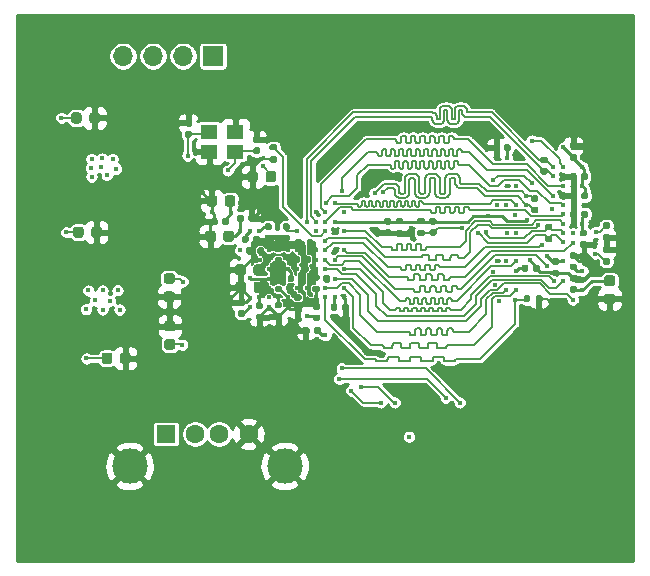
<source format=gbr>
%TF.GenerationSoftware,KiCad,Pcbnew,(5.1.7)-1*%
%TF.CreationDate,2020-12-15T14:41:59-08:00*%
%TF.ProjectId,Keychain,4b657963-6861-4696-9e2e-6b696361645f,rev?*%
%TF.SameCoordinates,Original*%
%TF.FileFunction,Copper,L4,Bot*%
%TF.FilePolarity,Positive*%
%FSLAX46Y46*%
G04 Gerber Fmt 4.6, Leading zero omitted, Abs format (unit mm)*
G04 Created by KiCad (PCBNEW (5.1.7)-1) date 2020-12-15 14:41:59*
%MOMM*%
%LPD*%
G01*
G04 APERTURE LIST*
%TA.AperFunction,SMDPad,CuDef*%
%ADD10R,1.400000X1.200000*%
%TD*%
%TA.AperFunction,ComponentPad*%
%ADD11O,1.700000X1.700000*%
%TD*%
%TA.AperFunction,ComponentPad*%
%ADD12R,1.700000X1.700000*%
%TD*%
%TA.AperFunction,ComponentPad*%
%ADD13C,1.600000*%
%TD*%
%TA.AperFunction,ComponentPad*%
%ADD14R,1.600000X1.500000*%
%TD*%
%TA.AperFunction,ComponentPad*%
%ADD15C,3.000000*%
%TD*%
%TA.AperFunction,ViaPad*%
%ADD16C,0.450000*%
%TD*%
%TA.AperFunction,Conductor*%
%ADD17C,0.250000*%
%TD*%
%TA.AperFunction,Conductor*%
%ADD18C,0.127000*%
%TD*%
%TA.AperFunction,Conductor*%
%ADD19C,0.100000*%
%TD*%
%TA.AperFunction,Conductor*%
%ADD20C,0.254000*%
%TD*%
G04 APERTURE END LIST*
%TO.P,C24,2*%
%TO.N,GND*%
%TA.AperFunction,SMDPad,CuDef*%
G36*
G01*
X144800000Y-76820000D02*
X144800000Y-77320000D01*
G75*
G02*
X144575000Y-77545000I-225000J0D01*
G01*
X144125000Y-77545000D01*
G75*
G02*
X143900000Y-77320000I0J225000D01*
G01*
X143900000Y-76820000D01*
G75*
G02*
X144125000Y-76595000I225000J0D01*
G01*
X144575000Y-76595000D01*
G75*
G02*
X144800000Y-76820000I0J-225000D01*
G01*
G37*
%TD.AperFunction*%
%TO.P,C24,1*%
%TO.N,+1V5*%
%TA.AperFunction,SMDPad,CuDef*%
G36*
G01*
X146350000Y-76820000D02*
X146350000Y-77320000D01*
G75*
G02*
X146125000Y-77545000I-225000J0D01*
G01*
X145675000Y-77545000D01*
G75*
G02*
X145450000Y-77320000I0J225000D01*
G01*
X145450000Y-76820000D01*
G75*
G02*
X145675000Y-76595000I225000J0D01*
G01*
X146125000Y-76595000D01*
G75*
G02*
X146350000Y-76820000I0J-225000D01*
G01*
G37*
%TD.AperFunction*%
%TD*%
%TO.P,C22,2*%
%TO.N,GND*%
%TA.AperFunction,SMDPad,CuDef*%
G36*
G01*
X130535000Y-72350000D02*
X130535000Y-71850000D01*
G75*
G02*
X130760000Y-71625000I225000J0D01*
G01*
X131210000Y-71625000D01*
G75*
G02*
X131435000Y-71850000I0J-225000D01*
G01*
X131435000Y-72350000D01*
G75*
G02*
X131210000Y-72575000I-225000J0D01*
G01*
X130760000Y-72575000D01*
G75*
G02*
X130535000Y-72350000I0J225000D01*
G01*
G37*
%TD.AperFunction*%
%TO.P,C22,1*%
%TO.N,+1V5*%
%TA.AperFunction,SMDPad,CuDef*%
G36*
G01*
X128985000Y-72350000D02*
X128985000Y-71850000D01*
G75*
G02*
X129210000Y-71625000I225000J0D01*
G01*
X129660000Y-71625000D01*
G75*
G02*
X129885000Y-71850000I0J-225000D01*
G01*
X129885000Y-72350000D01*
G75*
G02*
X129660000Y-72575000I-225000J0D01*
G01*
X129210000Y-72575000D01*
G75*
G02*
X128985000Y-72350000I0J225000D01*
G01*
G37*
%TD.AperFunction*%
%TD*%
%TO.P,C20,2*%
%TO.N,GND*%
%TA.AperFunction,SMDPad,CuDef*%
G36*
G01*
X130700000Y-82020000D02*
X130700000Y-81520000D01*
G75*
G02*
X130925000Y-81295000I225000J0D01*
G01*
X131375000Y-81295000D01*
G75*
G02*
X131600000Y-81520000I0J-225000D01*
G01*
X131600000Y-82020000D01*
G75*
G02*
X131375000Y-82245000I-225000J0D01*
G01*
X130925000Y-82245000D01*
G75*
G02*
X130700000Y-82020000I0J225000D01*
G01*
G37*
%TD.AperFunction*%
%TO.P,C20,1*%
%TO.N,+5V*%
%TA.AperFunction,SMDPad,CuDef*%
G36*
G01*
X129150000Y-82020000D02*
X129150000Y-81520000D01*
G75*
G02*
X129375000Y-81295000I225000J0D01*
G01*
X129825000Y-81295000D01*
G75*
G02*
X130050000Y-81520000I0J-225000D01*
G01*
X130050000Y-82020000D01*
G75*
G02*
X129825000Y-82245000I-225000J0D01*
G01*
X129375000Y-82245000D01*
G75*
G02*
X129150000Y-82020000I0J225000D01*
G01*
G37*
%TD.AperFunction*%
%TD*%
%TO.P,C7,1*%
%TO.N,+3V3*%
%TA.AperFunction,SMDPad,CuDef*%
G36*
G01*
X137050000Y-85245000D02*
X137550000Y-85245000D01*
G75*
G02*
X137775000Y-85470000I0J-225000D01*
G01*
X137775000Y-85920000D01*
G75*
G02*
X137550000Y-86145000I-225000J0D01*
G01*
X137050000Y-86145000D01*
G75*
G02*
X136825000Y-85920000I0J225000D01*
G01*
X136825000Y-85470000D01*
G75*
G02*
X137050000Y-85245000I225000J0D01*
G01*
G37*
%TD.AperFunction*%
%TO.P,C7,2*%
%TO.N,GND*%
%TA.AperFunction,SMDPad,CuDef*%
G36*
G01*
X137050000Y-86795000D02*
X137550000Y-86795000D01*
G75*
G02*
X137775000Y-87020000I0J-225000D01*
G01*
X137775000Y-87470000D01*
G75*
G02*
X137550000Y-87695000I-225000J0D01*
G01*
X137050000Y-87695000D01*
G75*
G02*
X136825000Y-87470000I0J225000D01*
G01*
X136825000Y-87020000D01*
G75*
G02*
X137050000Y-86795000I225000J0D01*
G01*
G37*
%TD.AperFunction*%
%TD*%
%TO.P,C6,2*%
%TO.N,GND*%
%TA.AperFunction,SMDPad,CuDef*%
G36*
G01*
X133125000Y-92700000D02*
X133125000Y-92200000D01*
G75*
G02*
X133350000Y-91975000I225000J0D01*
G01*
X133800000Y-91975000D01*
G75*
G02*
X134025000Y-92200000I0J-225000D01*
G01*
X134025000Y-92700000D01*
G75*
G02*
X133800000Y-92925000I-225000J0D01*
G01*
X133350000Y-92925000D01*
G75*
G02*
X133125000Y-92700000I0J225000D01*
G01*
G37*
%TD.AperFunction*%
%TO.P,C6,1*%
%TO.N,+5V*%
%TA.AperFunction,SMDPad,CuDef*%
G36*
G01*
X131575000Y-92700000D02*
X131575000Y-92200000D01*
G75*
G02*
X131800000Y-91975000I225000J0D01*
G01*
X132250000Y-91975000D01*
G75*
G02*
X132475000Y-92200000I0J-225000D01*
G01*
X132475000Y-92700000D01*
G75*
G02*
X132250000Y-92925000I-225000J0D01*
G01*
X131800000Y-92925000D01*
G75*
G02*
X131575000Y-92700000I0J225000D01*
G01*
G37*
%TD.AperFunction*%
%TD*%
D10*
%TO.P,Y1,4*%
%TO.N,GND*%
X142900000Y-73250000D03*
%TO.P,Y1,3*%
%TO.N,Net-(C30-Pad1)*%
X140700000Y-73250000D03*
%TO.P,Y1,2*%
%TO.N,GND*%
X140700000Y-74950000D03*
%TO.P,Y1,1*%
%TO.N,Net-(C32-Pad1)*%
X142900000Y-74950000D03*
%TD*%
%TO.P,C32,2*%
%TO.N,GND*%
%TA.AperFunction,SMDPad,CuDef*%
G36*
G01*
X144870000Y-74200000D02*
X144530000Y-74200000D01*
G75*
G02*
X144390000Y-74060000I0J140000D01*
G01*
X144390000Y-73780000D01*
G75*
G02*
X144530000Y-73640000I140000J0D01*
G01*
X144870000Y-73640000D01*
G75*
G02*
X145010000Y-73780000I0J-140000D01*
G01*
X145010000Y-74060000D01*
G75*
G02*
X144870000Y-74200000I-140000J0D01*
G01*
G37*
%TD.AperFunction*%
%TO.P,C32,1*%
%TO.N,Net-(C32-Pad1)*%
%TA.AperFunction,SMDPad,CuDef*%
G36*
G01*
X144870000Y-75160000D02*
X144530000Y-75160000D01*
G75*
G02*
X144390000Y-75020000I0J140000D01*
G01*
X144390000Y-74740000D01*
G75*
G02*
X144530000Y-74600000I140000J0D01*
G01*
X144870000Y-74600000D01*
G75*
G02*
X145010000Y-74740000I0J-140000D01*
G01*
X145010000Y-75020000D01*
G75*
G02*
X144870000Y-75160000I-140000J0D01*
G01*
G37*
%TD.AperFunction*%
%TD*%
%TO.P,C30,2*%
%TO.N,GND*%
%TA.AperFunction,SMDPad,CuDef*%
G36*
G01*
X139070000Y-72800000D02*
X138730000Y-72800000D01*
G75*
G02*
X138590000Y-72660000I0J140000D01*
G01*
X138590000Y-72380000D01*
G75*
G02*
X138730000Y-72240000I140000J0D01*
G01*
X139070000Y-72240000D01*
G75*
G02*
X139210000Y-72380000I0J-140000D01*
G01*
X139210000Y-72660000D01*
G75*
G02*
X139070000Y-72800000I-140000J0D01*
G01*
G37*
%TD.AperFunction*%
%TO.P,C30,1*%
%TO.N,Net-(C30-Pad1)*%
%TA.AperFunction,SMDPad,CuDef*%
G36*
G01*
X139070000Y-73760000D02*
X138730000Y-73760000D01*
G75*
G02*
X138590000Y-73620000I0J140000D01*
G01*
X138590000Y-73340000D01*
G75*
G02*
X138730000Y-73200000I140000J0D01*
G01*
X139070000Y-73200000D01*
G75*
G02*
X139210000Y-73340000I0J-140000D01*
G01*
X139210000Y-73620000D01*
G75*
G02*
X139070000Y-73760000I-140000J0D01*
G01*
G37*
%TD.AperFunction*%
%TD*%
D11*
%TO.P,J2,4*%
%TO.N,Net-(J2-Pad4)*%
X133380000Y-66870000D03*
%TO.P,J2,3*%
%TO.N,Net-(J2-Pad3)*%
X135920000Y-66870000D03*
%TO.P,J2,2*%
%TO.N,Net-(J2-Pad2)*%
X138460000Y-66870000D03*
D12*
%TO.P,J2,1*%
%TO.N,Net-(J2-Pad1)*%
X141000000Y-66870000D03*
%TD*%
D13*
%TO.P,J3,4*%
%TO.N,GND*%
X144010000Y-98860000D03*
%TO.P,J3,3*%
%TO.N,Net-(J3-Pad3)*%
X141510000Y-98860000D03*
%TO.P,J3,2*%
%TO.N,Net-(J3-Pad2)*%
X139510000Y-98860000D03*
D14*
%TO.P,J3,1*%
%TO.N,+5V*%
X137010000Y-98860000D03*
D15*
%TO.P,J3,5*%
%TO.N,GND*%
X147080000Y-101570000D03*
X133940000Y-101570000D03*
%TD*%
%TO.P,C54,2*%
%TO.N,GND*%
%TA.AperFunction,SMDPad,CuDef*%
G36*
G01*
X149145000Y-89905000D02*
X149145000Y-90245000D01*
G75*
G02*
X149005000Y-90385000I-140000J0D01*
G01*
X148725000Y-90385000D01*
G75*
G02*
X148585000Y-90245000I0J140000D01*
G01*
X148585000Y-89905000D01*
G75*
G02*
X148725000Y-89765000I140000J0D01*
G01*
X149005000Y-89765000D01*
G75*
G02*
X149145000Y-89905000I0J-140000D01*
G01*
G37*
%TD.AperFunction*%
%TO.P,C54,1*%
%TO.N,+3V3*%
%TA.AperFunction,SMDPad,CuDef*%
G36*
G01*
X150105000Y-89905000D02*
X150105000Y-90245000D01*
G75*
G02*
X149965000Y-90385000I-140000J0D01*
G01*
X149685000Y-90385000D01*
G75*
G02*
X149545000Y-90245000I0J140000D01*
G01*
X149545000Y-89905000D01*
G75*
G02*
X149685000Y-89765000I140000J0D01*
G01*
X149965000Y-89765000D01*
G75*
G02*
X150105000Y-89905000I0J-140000D01*
G01*
G37*
%TD.AperFunction*%
%TD*%
%TO.P,C53,2*%
%TO.N,GND*%
%TA.AperFunction,SMDPad,CuDef*%
G36*
G01*
X143570000Y-87970000D02*
X143230000Y-87970000D01*
G75*
G02*
X143090000Y-87830000I0J140000D01*
G01*
X143090000Y-87550000D01*
G75*
G02*
X143230000Y-87410000I140000J0D01*
G01*
X143570000Y-87410000D01*
G75*
G02*
X143710000Y-87550000I0J-140000D01*
G01*
X143710000Y-87830000D01*
G75*
G02*
X143570000Y-87970000I-140000J0D01*
G01*
G37*
%TD.AperFunction*%
%TO.P,C53,1*%
%TO.N,+3V3*%
%TA.AperFunction,SMDPad,CuDef*%
G36*
G01*
X143570000Y-88930000D02*
X143230000Y-88930000D01*
G75*
G02*
X143090000Y-88790000I0J140000D01*
G01*
X143090000Y-88510000D01*
G75*
G02*
X143230000Y-88370000I140000J0D01*
G01*
X143570000Y-88370000D01*
G75*
G02*
X143710000Y-88510000I0J-140000D01*
G01*
X143710000Y-88790000D01*
G75*
G02*
X143570000Y-88930000I-140000J0D01*
G01*
G37*
%TD.AperFunction*%
%TD*%
%TO.P,C52,2*%
%TO.N,GND*%
%TA.AperFunction,SMDPad,CuDef*%
G36*
G01*
X151925000Y-88295000D02*
X151925000Y-87955000D01*
G75*
G02*
X152065000Y-87815000I140000J0D01*
G01*
X152345000Y-87815000D01*
G75*
G02*
X152485000Y-87955000I0J-140000D01*
G01*
X152485000Y-88295000D01*
G75*
G02*
X152345000Y-88435000I-140000J0D01*
G01*
X152065000Y-88435000D01*
G75*
G02*
X151925000Y-88295000I0J140000D01*
G01*
G37*
%TD.AperFunction*%
%TO.P,C52,1*%
%TO.N,+3V3*%
%TA.AperFunction,SMDPad,CuDef*%
G36*
G01*
X150965000Y-88295000D02*
X150965000Y-87955000D01*
G75*
G02*
X151105000Y-87815000I140000J0D01*
G01*
X151385000Y-87815000D01*
G75*
G02*
X151525000Y-87955000I0J-140000D01*
G01*
X151525000Y-88295000D01*
G75*
G02*
X151385000Y-88435000I-140000J0D01*
G01*
X151105000Y-88435000D01*
G75*
G02*
X150965000Y-88295000I0J140000D01*
G01*
G37*
%TD.AperFunction*%
%TD*%
%TO.P,C51,2*%
%TO.N,GND*%
%TA.AperFunction,SMDPad,CuDef*%
G36*
G01*
X149945000Y-88350000D02*
X149605000Y-88350000D01*
G75*
G02*
X149465000Y-88210000I0J140000D01*
G01*
X149465000Y-87930000D01*
G75*
G02*
X149605000Y-87790000I140000J0D01*
G01*
X149945000Y-87790000D01*
G75*
G02*
X150085000Y-87930000I0J-140000D01*
G01*
X150085000Y-88210000D01*
G75*
G02*
X149945000Y-88350000I-140000J0D01*
G01*
G37*
%TD.AperFunction*%
%TO.P,C51,1*%
%TO.N,+3V3*%
%TA.AperFunction,SMDPad,CuDef*%
G36*
G01*
X149945000Y-89310000D02*
X149605000Y-89310000D01*
G75*
G02*
X149465000Y-89170000I0J140000D01*
G01*
X149465000Y-88890000D01*
G75*
G02*
X149605000Y-88750000I140000J0D01*
G01*
X149945000Y-88750000D01*
G75*
G02*
X150085000Y-88890000I0J-140000D01*
G01*
X150085000Y-89170000D01*
G75*
G02*
X149945000Y-89310000I-140000J0D01*
G01*
G37*
%TD.AperFunction*%
%TD*%
%TO.P,R8,2*%
%TO.N,/DDR/ZQ*%
%TA.AperFunction,SMDPad,CuDef*%
G36*
G01*
X174115000Y-83990000D02*
X174485000Y-83990000D01*
G75*
G02*
X174620000Y-84125000I0J-135000D01*
G01*
X174620000Y-84395000D01*
G75*
G02*
X174485000Y-84530000I-135000J0D01*
G01*
X174115000Y-84530000D01*
G75*
G02*
X173980000Y-84395000I0J135000D01*
G01*
X173980000Y-84125000D01*
G75*
G02*
X174115000Y-83990000I135000J0D01*
G01*
G37*
%TD.AperFunction*%
%TO.P,R8,1*%
%TO.N,GND*%
%TA.AperFunction,SMDPad,CuDef*%
G36*
G01*
X174115000Y-82970000D02*
X174485000Y-82970000D01*
G75*
G02*
X174620000Y-83105000I0J-135000D01*
G01*
X174620000Y-83375000D01*
G75*
G02*
X174485000Y-83510000I-135000J0D01*
G01*
X174115000Y-83510000D01*
G75*
G02*
X173980000Y-83375000I0J135000D01*
G01*
X173980000Y-83105000D01*
G75*
G02*
X174115000Y-82970000I135000J0D01*
G01*
G37*
%TD.AperFunction*%
%TD*%
%TO.P,R7,2*%
%TO.N,VREFDDR*%
%TA.AperFunction,SMDPad,CuDef*%
G36*
G01*
X156985000Y-81095000D02*
X156615000Y-81095000D01*
G75*
G02*
X156480000Y-80960000I0J135000D01*
G01*
X156480000Y-80690000D01*
G75*
G02*
X156615000Y-80555000I135000J0D01*
G01*
X156985000Y-80555000D01*
G75*
G02*
X157120000Y-80690000I0J-135000D01*
G01*
X157120000Y-80960000D01*
G75*
G02*
X156985000Y-81095000I-135000J0D01*
G01*
G37*
%TD.AperFunction*%
%TO.P,R7,1*%
%TO.N,GND*%
%TA.AperFunction,SMDPad,CuDef*%
G36*
G01*
X156985000Y-82115000D02*
X156615000Y-82115000D01*
G75*
G02*
X156480000Y-81980000I0J135000D01*
G01*
X156480000Y-81710000D01*
G75*
G02*
X156615000Y-81575000I135000J0D01*
G01*
X156985000Y-81575000D01*
G75*
G02*
X157120000Y-81710000I0J-135000D01*
G01*
X157120000Y-81980000D01*
G75*
G02*
X156985000Y-82115000I-135000J0D01*
G01*
G37*
%TD.AperFunction*%
%TD*%
%TO.P,R6,2*%
%TO.N,+1V5*%
%TA.AperFunction,SMDPad,CuDef*%
G36*
G01*
X158440000Y-81575000D02*
X158810000Y-81575000D01*
G75*
G02*
X158945000Y-81710000I0J-135000D01*
G01*
X158945000Y-81980000D01*
G75*
G02*
X158810000Y-82115000I-135000J0D01*
G01*
X158440000Y-82115000D01*
G75*
G02*
X158305000Y-81980000I0J135000D01*
G01*
X158305000Y-81710000D01*
G75*
G02*
X158440000Y-81575000I135000J0D01*
G01*
G37*
%TD.AperFunction*%
%TO.P,R6,1*%
%TO.N,VREFDDR*%
%TA.AperFunction,SMDPad,CuDef*%
G36*
G01*
X158440000Y-80555000D02*
X158810000Y-80555000D01*
G75*
G02*
X158945000Y-80690000I0J-135000D01*
G01*
X158945000Y-80960000D01*
G75*
G02*
X158810000Y-81095000I-135000J0D01*
G01*
X158440000Y-81095000D01*
G75*
G02*
X158305000Y-80960000I0J135000D01*
G01*
X158305000Y-80690000D01*
G75*
G02*
X158440000Y-80555000I135000J0D01*
G01*
G37*
%TD.AperFunction*%
%TD*%
%TO.P,R5,2*%
%TO.N,/DDR/CK+*%
%TA.AperFunction,SMDPad,CuDef*%
G36*
G01*
X169610000Y-81595000D02*
X169240000Y-81595000D01*
G75*
G02*
X169105000Y-81460000I0J135000D01*
G01*
X169105000Y-81190000D01*
G75*
G02*
X169240000Y-81055000I135000J0D01*
G01*
X169610000Y-81055000D01*
G75*
G02*
X169745000Y-81190000I0J-135000D01*
G01*
X169745000Y-81460000D01*
G75*
G02*
X169610000Y-81595000I-135000J0D01*
G01*
G37*
%TD.AperFunction*%
%TO.P,R5,1*%
%TO.N,/DDR/CK-*%
%TA.AperFunction,SMDPad,CuDef*%
G36*
G01*
X169610000Y-82615000D02*
X169240000Y-82615000D01*
G75*
G02*
X169105000Y-82480000I0J135000D01*
G01*
X169105000Y-82210000D01*
G75*
G02*
X169240000Y-82075000I135000J0D01*
G01*
X169610000Y-82075000D01*
G75*
G02*
X169745000Y-82210000I0J-135000D01*
G01*
X169745000Y-82480000D01*
G75*
G02*
X169610000Y-82615000I-135000J0D01*
G01*
G37*
%TD.AperFunction*%
%TD*%
%TO.P,R4,2*%
%TO.N,/DDR/ZQPAD*%
%TA.AperFunction,SMDPad,CuDef*%
G36*
G01*
X146285000Y-74850000D02*
X145915000Y-74850000D01*
G75*
G02*
X145780000Y-74715000I0J135000D01*
G01*
X145780000Y-74445000D01*
G75*
G02*
X145915000Y-74310000I135000J0D01*
G01*
X146285000Y-74310000D01*
G75*
G02*
X146420000Y-74445000I0J-135000D01*
G01*
X146420000Y-74715000D01*
G75*
G02*
X146285000Y-74850000I-135000J0D01*
G01*
G37*
%TD.AperFunction*%
%TO.P,R4,1*%
%TO.N,GND*%
%TA.AperFunction,SMDPad,CuDef*%
G36*
G01*
X146285000Y-75870000D02*
X145915000Y-75870000D01*
G75*
G02*
X145780000Y-75735000I0J135000D01*
G01*
X145780000Y-75465000D01*
G75*
G02*
X145915000Y-75330000I135000J0D01*
G01*
X146285000Y-75330000D01*
G75*
G02*
X146420000Y-75465000I0J-135000D01*
G01*
X146420000Y-75735000D01*
G75*
G02*
X146285000Y-75870000I-135000J0D01*
G01*
G37*
%TD.AperFunction*%
%TD*%
%TO.P,R3,2*%
%TO.N,GND*%
%TA.AperFunction,SMDPad,CuDef*%
G36*
G01*
X174115000Y-81955000D02*
X174485000Y-81955000D01*
G75*
G02*
X174620000Y-82090000I0J-135000D01*
G01*
X174620000Y-82360000D01*
G75*
G02*
X174485000Y-82495000I-135000J0D01*
G01*
X174115000Y-82495000D01*
G75*
G02*
X173980000Y-82360000I0J135000D01*
G01*
X173980000Y-82090000D01*
G75*
G02*
X174115000Y-81955000I135000J0D01*
G01*
G37*
%TD.AperFunction*%
%TO.P,R3,1*%
%TO.N,/DDR/CKE0*%
%TA.AperFunction,SMDPad,CuDef*%
G36*
G01*
X174115000Y-80935000D02*
X174485000Y-80935000D01*
G75*
G02*
X174620000Y-81070000I0J-135000D01*
G01*
X174620000Y-81340000D01*
G75*
G02*
X174485000Y-81475000I-135000J0D01*
G01*
X174115000Y-81475000D01*
G75*
G02*
X173980000Y-81340000I0J135000D01*
G01*
X173980000Y-81070000D01*
G75*
G02*
X174115000Y-80935000I135000J0D01*
G01*
G37*
%TD.AperFunction*%
%TD*%
%TO.P,R1,2*%
%TO.N,GND*%
%TA.AperFunction,SMDPad,CuDef*%
G36*
G01*
X168325000Y-87585000D02*
X168325000Y-87215000D01*
G75*
G02*
X168460000Y-87080000I135000J0D01*
G01*
X168730000Y-87080000D01*
G75*
G02*
X168865000Y-87215000I0J-135000D01*
G01*
X168865000Y-87585000D01*
G75*
G02*
X168730000Y-87720000I-135000J0D01*
G01*
X168460000Y-87720000D01*
G75*
G02*
X168325000Y-87585000I0J135000D01*
G01*
G37*
%TD.AperFunction*%
%TO.P,R1,1*%
%TO.N,/DDR/RESET#*%
%TA.AperFunction,SMDPad,CuDef*%
G36*
G01*
X167305000Y-87585000D02*
X167305000Y-87215000D01*
G75*
G02*
X167440000Y-87080000I135000J0D01*
G01*
X167710000Y-87080000D01*
G75*
G02*
X167845000Y-87215000I0J-135000D01*
G01*
X167845000Y-87585000D01*
G75*
G02*
X167710000Y-87720000I-135000J0D01*
G01*
X167440000Y-87720000D01*
G75*
G02*
X167305000Y-87585000I0J135000D01*
G01*
G37*
%TD.AperFunction*%
%TD*%
%TO.P,C47,2*%
%TO.N,/DDR/DQSL-*%
%TA.AperFunction,SMDPad,CuDef*%
G36*
G01*
X169195000Y-75930000D02*
X168855000Y-75930000D01*
G75*
G02*
X168715000Y-75790000I0J140000D01*
G01*
X168715000Y-75510000D01*
G75*
G02*
X168855000Y-75370000I140000J0D01*
G01*
X169195000Y-75370000D01*
G75*
G02*
X169335000Y-75510000I0J-140000D01*
G01*
X169335000Y-75790000D01*
G75*
G02*
X169195000Y-75930000I-140000J0D01*
G01*
G37*
%TD.AperFunction*%
%TO.P,C47,1*%
%TO.N,/DDR/DQSL+*%
%TA.AperFunction,SMDPad,CuDef*%
G36*
G01*
X169195000Y-76890000D02*
X168855000Y-76890000D01*
G75*
G02*
X168715000Y-76750000I0J140000D01*
G01*
X168715000Y-76470000D01*
G75*
G02*
X168855000Y-76330000I140000J0D01*
G01*
X169195000Y-76330000D01*
G75*
G02*
X169335000Y-76470000I0J-140000D01*
G01*
X169335000Y-76750000D01*
G75*
G02*
X169195000Y-76890000I-140000J0D01*
G01*
G37*
%TD.AperFunction*%
%TD*%
%TO.P,C46,2*%
%TO.N,/DDR/DQSU-*%
%TA.AperFunction,SMDPad,CuDef*%
G36*
G01*
X168080000Y-79620000D02*
X168420000Y-79620000D01*
G75*
G02*
X168560000Y-79760000I0J-140000D01*
G01*
X168560000Y-80040000D01*
G75*
G02*
X168420000Y-80180000I-140000J0D01*
G01*
X168080000Y-80180000D01*
G75*
G02*
X167940000Y-80040000I0J140000D01*
G01*
X167940000Y-79760000D01*
G75*
G02*
X168080000Y-79620000I140000J0D01*
G01*
G37*
%TD.AperFunction*%
%TO.P,C46,1*%
%TO.N,/DDR/DQSU+*%
%TA.AperFunction,SMDPad,CuDef*%
G36*
G01*
X168080000Y-78660000D02*
X168420000Y-78660000D01*
G75*
G02*
X168560000Y-78800000I0J-140000D01*
G01*
X168560000Y-79080000D01*
G75*
G02*
X168420000Y-79220000I-140000J0D01*
G01*
X168080000Y-79220000D01*
G75*
G02*
X167940000Y-79080000I0J140000D01*
G01*
X167940000Y-78800000D01*
G75*
G02*
X168080000Y-78660000I140000J0D01*
G01*
G37*
%TD.AperFunction*%
%TD*%
%TO.P,C45,2*%
%TO.N,GND*%
%TA.AperFunction,SMDPad,CuDef*%
G36*
G01*
X155630000Y-81530000D02*
X155970000Y-81530000D01*
G75*
G02*
X156110000Y-81670000I0J-140000D01*
G01*
X156110000Y-81950000D01*
G75*
G02*
X155970000Y-82090000I-140000J0D01*
G01*
X155630000Y-82090000D01*
G75*
G02*
X155490000Y-81950000I0J140000D01*
G01*
X155490000Y-81670000D01*
G75*
G02*
X155630000Y-81530000I140000J0D01*
G01*
G37*
%TD.AperFunction*%
%TO.P,C45,1*%
%TO.N,VREFDDR*%
%TA.AperFunction,SMDPad,CuDef*%
G36*
G01*
X155630000Y-80570000D02*
X155970000Y-80570000D01*
G75*
G02*
X156110000Y-80710000I0J-140000D01*
G01*
X156110000Y-80990000D01*
G75*
G02*
X155970000Y-81130000I-140000J0D01*
G01*
X155630000Y-81130000D01*
G75*
G02*
X155490000Y-80990000I0J140000D01*
G01*
X155490000Y-80710000D01*
G75*
G02*
X155630000Y-80570000I140000J0D01*
G01*
G37*
%TD.AperFunction*%
%TD*%
%TO.P,C44,2*%
%TO.N,VREFDDR*%
%TA.AperFunction,SMDPad,CuDef*%
G36*
G01*
X159795000Y-81130000D02*
X159455000Y-81130000D01*
G75*
G02*
X159315000Y-80990000I0J140000D01*
G01*
X159315000Y-80710000D01*
G75*
G02*
X159455000Y-80570000I140000J0D01*
G01*
X159795000Y-80570000D01*
G75*
G02*
X159935000Y-80710000I0J-140000D01*
G01*
X159935000Y-80990000D01*
G75*
G02*
X159795000Y-81130000I-140000J0D01*
G01*
G37*
%TD.AperFunction*%
%TO.P,C44,1*%
%TO.N,+1V5*%
%TA.AperFunction,SMDPad,CuDef*%
G36*
G01*
X159795000Y-82090000D02*
X159455000Y-82090000D01*
G75*
G02*
X159315000Y-81950000I0J140000D01*
G01*
X159315000Y-81670000D01*
G75*
G02*
X159455000Y-81530000I140000J0D01*
G01*
X159795000Y-81530000D01*
G75*
G02*
X159935000Y-81670000I0J-140000D01*
G01*
X159935000Y-81950000D01*
G75*
G02*
X159795000Y-82090000I-140000J0D01*
G01*
G37*
%TD.AperFunction*%
%TD*%
%TO.P,C39,2*%
%TO.N,GND*%
%TA.AperFunction,SMDPad,CuDef*%
G36*
G01*
X169830000Y-84955000D02*
X170170000Y-84955000D01*
G75*
G02*
X170310000Y-85095000I0J-140000D01*
G01*
X170310000Y-85375000D01*
G75*
G02*
X170170000Y-85515000I-140000J0D01*
G01*
X169830000Y-85515000D01*
G75*
G02*
X169690000Y-85375000I0J140000D01*
G01*
X169690000Y-85095000D01*
G75*
G02*
X169830000Y-84955000I140000J0D01*
G01*
G37*
%TD.AperFunction*%
%TO.P,C39,1*%
%TO.N,VREFDDR*%
%TA.AperFunction,SMDPad,CuDef*%
G36*
G01*
X169830000Y-83995000D02*
X170170000Y-83995000D01*
G75*
G02*
X170310000Y-84135000I0J-140000D01*
G01*
X170310000Y-84415000D01*
G75*
G02*
X170170000Y-84555000I-140000J0D01*
G01*
X169830000Y-84555000D01*
G75*
G02*
X169690000Y-84415000I0J140000D01*
G01*
X169690000Y-84135000D01*
G75*
G02*
X169830000Y-83995000I140000J0D01*
G01*
G37*
%TD.AperFunction*%
%TD*%
%TO.P,C38,2*%
%TO.N,GND*%
%TA.AperFunction,SMDPad,CuDef*%
G36*
G01*
X168100000Y-84995000D02*
X168100000Y-84655000D01*
G75*
G02*
X168240000Y-84515000I140000J0D01*
G01*
X168520000Y-84515000D01*
G75*
G02*
X168660000Y-84655000I0J-140000D01*
G01*
X168660000Y-84995000D01*
G75*
G02*
X168520000Y-85135000I-140000J0D01*
G01*
X168240000Y-85135000D01*
G75*
G02*
X168100000Y-84995000I0J140000D01*
G01*
G37*
%TD.AperFunction*%
%TO.P,C38,1*%
%TO.N,+1V5*%
%TA.AperFunction,SMDPad,CuDef*%
G36*
G01*
X167140000Y-84995000D02*
X167140000Y-84655000D01*
G75*
G02*
X167280000Y-84515000I140000J0D01*
G01*
X167560000Y-84515000D01*
G75*
G02*
X167700000Y-84655000I0J-140000D01*
G01*
X167700000Y-84995000D01*
G75*
G02*
X167560000Y-85135000I-140000J0D01*
G01*
X167280000Y-85135000D01*
G75*
G02*
X167140000Y-84995000I0J140000D01*
G01*
G37*
%TD.AperFunction*%
%TD*%
%TO.P,C37,2*%
%TO.N,GND*%
%TA.AperFunction,SMDPad,CuDef*%
G36*
G01*
X165245000Y-74455000D02*
X165245000Y-74795000D01*
G75*
G02*
X165105000Y-74935000I-140000J0D01*
G01*
X164825000Y-74935000D01*
G75*
G02*
X164685000Y-74795000I0J140000D01*
G01*
X164685000Y-74455000D01*
G75*
G02*
X164825000Y-74315000I140000J0D01*
G01*
X165105000Y-74315000D01*
G75*
G02*
X165245000Y-74455000I0J-140000D01*
G01*
G37*
%TD.AperFunction*%
%TO.P,C37,1*%
%TO.N,+1V5*%
%TA.AperFunction,SMDPad,CuDef*%
G36*
G01*
X166205000Y-74455000D02*
X166205000Y-74795000D01*
G75*
G02*
X166065000Y-74935000I-140000J0D01*
G01*
X165785000Y-74935000D01*
G75*
G02*
X165645000Y-74795000I0J140000D01*
G01*
X165645000Y-74455000D01*
G75*
G02*
X165785000Y-74315000I140000J0D01*
G01*
X166065000Y-74315000D01*
G75*
G02*
X166205000Y-74455000I0J-140000D01*
G01*
G37*
%TD.AperFunction*%
%TD*%
%TO.P,C36,2*%
%TO.N,GND*%
%TA.AperFunction,SMDPad,CuDef*%
G36*
G01*
X147030000Y-81980000D02*
X147370000Y-81980000D01*
G75*
G02*
X147510000Y-82120000I0J-140000D01*
G01*
X147510000Y-82400000D01*
G75*
G02*
X147370000Y-82540000I-140000J0D01*
G01*
X147030000Y-82540000D01*
G75*
G02*
X146890000Y-82400000I0J140000D01*
G01*
X146890000Y-82120000D01*
G75*
G02*
X147030000Y-81980000I140000J0D01*
G01*
G37*
%TD.AperFunction*%
%TO.P,C36,1*%
%TO.N,VDD_HIGH_CAP*%
%TA.AperFunction,SMDPad,CuDef*%
G36*
G01*
X147030000Y-81020000D02*
X147370000Y-81020000D01*
G75*
G02*
X147510000Y-81160000I0J-140000D01*
G01*
X147510000Y-81440000D01*
G75*
G02*
X147370000Y-81580000I-140000J0D01*
G01*
X147030000Y-81580000D01*
G75*
G02*
X146890000Y-81440000I0J140000D01*
G01*
X146890000Y-81160000D01*
G75*
G02*
X147030000Y-81020000I140000J0D01*
G01*
G37*
%TD.AperFunction*%
%TD*%
%TO.P,C35,2*%
%TO.N,GND*%
%TA.AperFunction,SMDPad,CuDef*%
G36*
G01*
X171795000Y-78505000D02*
X171795000Y-78845000D01*
G75*
G02*
X171655000Y-78985000I-140000J0D01*
G01*
X171375000Y-78985000D01*
G75*
G02*
X171235000Y-78845000I0J140000D01*
G01*
X171235000Y-78505000D01*
G75*
G02*
X171375000Y-78365000I140000J0D01*
G01*
X171655000Y-78365000D01*
G75*
G02*
X171795000Y-78505000I0J-140000D01*
G01*
G37*
%TD.AperFunction*%
%TO.P,C35,1*%
%TO.N,+1V5*%
%TA.AperFunction,SMDPad,CuDef*%
G36*
G01*
X172755000Y-78505000D02*
X172755000Y-78845000D01*
G75*
G02*
X172615000Y-78985000I-140000J0D01*
G01*
X172335000Y-78985000D01*
G75*
G02*
X172195000Y-78845000I0J140000D01*
G01*
X172195000Y-78505000D01*
G75*
G02*
X172335000Y-78365000I140000J0D01*
G01*
X172615000Y-78365000D01*
G75*
G02*
X172755000Y-78505000I0J-140000D01*
G01*
G37*
%TD.AperFunction*%
%TD*%
%TO.P,C33,2*%
%TO.N,GND*%
%TA.AperFunction,SMDPad,CuDef*%
G36*
G01*
X171670000Y-74745000D02*
X171330000Y-74745000D01*
G75*
G02*
X171190000Y-74605000I0J140000D01*
G01*
X171190000Y-74325000D01*
G75*
G02*
X171330000Y-74185000I140000J0D01*
G01*
X171670000Y-74185000D01*
G75*
G02*
X171810000Y-74325000I0J-140000D01*
G01*
X171810000Y-74605000D01*
G75*
G02*
X171670000Y-74745000I-140000J0D01*
G01*
G37*
%TD.AperFunction*%
%TO.P,C33,1*%
%TO.N,+1V5*%
%TA.AperFunction,SMDPad,CuDef*%
G36*
G01*
X171670000Y-75705000D02*
X171330000Y-75705000D01*
G75*
G02*
X171190000Y-75565000I0J140000D01*
G01*
X171190000Y-75285000D01*
G75*
G02*
X171330000Y-75145000I140000J0D01*
G01*
X171670000Y-75145000D01*
G75*
G02*
X171810000Y-75285000I0J-140000D01*
G01*
X171810000Y-75565000D01*
G75*
G02*
X171670000Y-75705000I-140000J0D01*
G01*
G37*
%TD.AperFunction*%
%TD*%
%TO.P,C31,2*%
%TO.N,GND*%
%TA.AperFunction,SMDPad,CuDef*%
G36*
G01*
X172180000Y-82530000D02*
X172520000Y-82530000D01*
G75*
G02*
X172660000Y-82670000I0J-140000D01*
G01*
X172660000Y-82950000D01*
G75*
G02*
X172520000Y-83090000I-140000J0D01*
G01*
X172180000Y-83090000D01*
G75*
G02*
X172040000Y-82950000I0J140000D01*
G01*
X172040000Y-82670000D01*
G75*
G02*
X172180000Y-82530000I140000J0D01*
G01*
G37*
%TD.AperFunction*%
%TO.P,C31,1*%
%TO.N,+1V5*%
%TA.AperFunction,SMDPad,CuDef*%
G36*
G01*
X172180000Y-81570000D02*
X172520000Y-81570000D01*
G75*
G02*
X172660000Y-81710000I0J-140000D01*
G01*
X172660000Y-81990000D01*
G75*
G02*
X172520000Y-82130000I-140000J0D01*
G01*
X172180000Y-82130000D01*
G75*
G02*
X172040000Y-81990000I0J140000D01*
G01*
X172040000Y-81710000D01*
G75*
G02*
X172180000Y-81570000I140000J0D01*
G01*
G37*
%TD.AperFunction*%
%TD*%
%TO.P,C29,2*%
%TO.N,GND*%
%TA.AperFunction,SMDPad,CuDef*%
G36*
G01*
X171795000Y-80080000D02*
X171795000Y-80420000D01*
G75*
G02*
X171655000Y-80560000I-140000J0D01*
G01*
X171375000Y-80560000D01*
G75*
G02*
X171235000Y-80420000I0J140000D01*
G01*
X171235000Y-80080000D01*
G75*
G02*
X171375000Y-79940000I140000J0D01*
G01*
X171655000Y-79940000D01*
G75*
G02*
X171795000Y-80080000I0J-140000D01*
G01*
G37*
%TD.AperFunction*%
%TO.P,C29,1*%
%TO.N,+1V5*%
%TA.AperFunction,SMDPad,CuDef*%
G36*
G01*
X172755000Y-80080000D02*
X172755000Y-80420000D01*
G75*
G02*
X172615000Y-80560000I-140000J0D01*
G01*
X172335000Y-80560000D01*
G75*
G02*
X172195000Y-80420000I0J140000D01*
G01*
X172195000Y-80080000D01*
G75*
G02*
X172335000Y-79940000I140000J0D01*
G01*
X172615000Y-79940000D01*
G75*
G02*
X172755000Y-80080000I0J-140000D01*
G01*
G37*
%TD.AperFunction*%
%TD*%
%TO.P,C28,2*%
%TO.N,GND*%
%TA.AperFunction,SMDPad,CuDef*%
G36*
G01*
X148530000Y-82480000D02*
X148530000Y-82820000D01*
G75*
G02*
X148390000Y-82960000I-140000J0D01*
G01*
X148110000Y-82960000D01*
G75*
G02*
X147970000Y-82820000I0J140000D01*
G01*
X147970000Y-82480000D01*
G75*
G02*
X148110000Y-82340000I140000J0D01*
G01*
X148390000Y-82340000D01*
G75*
G02*
X148530000Y-82480000I0J-140000D01*
G01*
G37*
%TD.AperFunction*%
%TO.P,C28,1*%
%TO.N,+1V5*%
%TA.AperFunction,SMDPad,CuDef*%
G36*
G01*
X149490000Y-82480000D02*
X149490000Y-82820000D01*
G75*
G02*
X149350000Y-82960000I-140000J0D01*
G01*
X149070000Y-82960000D01*
G75*
G02*
X148930000Y-82820000I0J140000D01*
G01*
X148930000Y-82480000D01*
G75*
G02*
X149070000Y-82340000I140000J0D01*
G01*
X149350000Y-82340000D01*
G75*
G02*
X149490000Y-82480000I0J-140000D01*
G01*
G37*
%TD.AperFunction*%
%TD*%
%TO.P,C27,2*%
%TO.N,GND*%
%TA.AperFunction,SMDPad,CuDef*%
G36*
G01*
X171670000Y-85925000D02*
X171330000Y-85925000D01*
G75*
G02*
X171190000Y-85785000I0J140000D01*
G01*
X171190000Y-85505000D01*
G75*
G02*
X171330000Y-85365000I140000J0D01*
G01*
X171670000Y-85365000D01*
G75*
G02*
X171810000Y-85505000I0J-140000D01*
G01*
X171810000Y-85785000D01*
G75*
G02*
X171670000Y-85925000I-140000J0D01*
G01*
G37*
%TD.AperFunction*%
%TO.P,C27,1*%
%TO.N,+1V5*%
%TA.AperFunction,SMDPad,CuDef*%
G36*
G01*
X171670000Y-86885000D02*
X171330000Y-86885000D01*
G75*
G02*
X171190000Y-86745000I0J140000D01*
G01*
X171190000Y-86465000D01*
G75*
G02*
X171330000Y-86325000I140000J0D01*
G01*
X171670000Y-86325000D01*
G75*
G02*
X171810000Y-86465000I0J-140000D01*
G01*
X171810000Y-86745000D01*
G75*
G02*
X171670000Y-86885000I-140000J0D01*
G01*
G37*
%TD.AperFunction*%
%TD*%
%TO.P,C26,2*%
%TO.N,GND*%
%TA.AperFunction,SMDPad,CuDef*%
G36*
G01*
X149540000Y-86310000D02*
X149880000Y-86310000D01*
G75*
G02*
X150020000Y-86450000I0J-140000D01*
G01*
X150020000Y-86730000D01*
G75*
G02*
X149880000Y-86870000I-140000J0D01*
G01*
X149540000Y-86870000D01*
G75*
G02*
X149400000Y-86730000I0J140000D01*
G01*
X149400000Y-86450000D01*
G75*
G02*
X149540000Y-86310000I140000J0D01*
G01*
G37*
%TD.AperFunction*%
%TO.P,C26,1*%
%TO.N,+1V5*%
%TA.AperFunction,SMDPad,CuDef*%
G36*
G01*
X149540000Y-85350000D02*
X149880000Y-85350000D01*
G75*
G02*
X150020000Y-85490000I0J-140000D01*
G01*
X150020000Y-85770000D01*
G75*
G02*
X149880000Y-85910000I-140000J0D01*
G01*
X149540000Y-85910000D01*
G75*
G02*
X149400000Y-85770000I0J140000D01*
G01*
X149400000Y-85490000D01*
G75*
G02*
X149540000Y-85350000I140000J0D01*
G01*
G37*
%TD.AperFunction*%
%TD*%
%TO.P,C25,2*%
%TO.N,GND*%
%TA.AperFunction,SMDPad,CuDef*%
G36*
G01*
X171670000Y-84030000D02*
X171330000Y-84030000D01*
G75*
G02*
X171190000Y-83890000I0J140000D01*
G01*
X171190000Y-83610000D01*
G75*
G02*
X171330000Y-83470000I140000J0D01*
G01*
X171670000Y-83470000D01*
G75*
G02*
X171810000Y-83610000I0J-140000D01*
G01*
X171810000Y-83890000D01*
G75*
G02*
X171670000Y-84030000I-140000J0D01*
G01*
G37*
%TD.AperFunction*%
%TO.P,C25,1*%
%TO.N,+1V5*%
%TA.AperFunction,SMDPad,CuDef*%
G36*
G01*
X171670000Y-84990000D02*
X171330000Y-84990000D01*
G75*
G02*
X171190000Y-84850000I0J140000D01*
G01*
X171190000Y-84570000D01*
G75*
G02*
X171330000Y-84430000I140000J0D01*
G01*
X171670000Y-84430000D01*
G75*
G02*
X171810000Y-84570000I0J-140000D01*
G01*
X171810000Y-84850000D01*
G75*
G02*
X171670000Y-84990000I-140000J0D01*
G01*
G37*
%TD.AperFunction*%
%TD*%
%TO.P,C23,2*%
%TO.N,GND*%
%TA.AperFunction,SMDPad,CuDef*%
G36*
G01*
X171770000Y-76880000D02*
X171770000Y-77220000D01*
G75*
G02*
X171630000Y-77360000I-140000J0D01*
G01*
X171350000Y-77360000D01*
G75*
G02*
X171210000Y-77220000I0J140000D01*
G01*
X171210000Y-76880000D01*
G75*
G02*
X171350000Y-76740000I140000J0D01*
G01*
X171630000Y-76740000D01*
G75*
G02*
X171770000Y-76880000I0J-140000D01*
G01*
G37*
%TD.AperFunction*%
%TO.P,C23,1*%
%TO.N,+1V5*%
%TA.AperFunction,SMDPad,CuDef*%
G36*
G01*
X172730000Y-76880000D02*
X172730000Y-77220000D01*
G75*
G02*
X172590000Y-77360000I-140000J0D01*
G01*
X172310000Y-77360000D01*
G75*
G02*
X172170000Y-77220000I0J140000D01*
G01*
X172170000Y-76880000D01*
G75*
G02*
X172310000Y-76740000I140000J0D01*
G01*
X172590000Y-76740000D01*
G75*
G02*
X172730000Y-76880000I0J-140000D01*
G01*
G37*
%TD.AperFunction*%
%TD*%
%TO.P,C21,2*%
%TO.N,GND*%
%TA.AperFunction,SMDPad,CuDef*%
G36*
G01*
X174325000Y-86975000D02*
X174825000Y-86975000D01*
G75*
G02*
X175050000Y-87200000I0J-225000D01*
G01*
X175050000Y-87650000D01*
G75*
G02*
X174825000Y-87875000I-225000J0D01*
G01*
X174325000Y-87875000D01*
G75*
G02*
X174100000Y-87650000I0J225000D01*
G01*
X174100000Y-87200000D01*
G75*
G02*
X174325000Y-86975000I225000J0D01*
G01*
G37*
%TD.AperFunction*%
%TO.P,C21,1*%
%TO.N,+1V5*%
%TA.AperFunction,SMDPad,CuDef*%
G36*
G01*
X174325000Y-85425000D02*
X174825000Y-85425000D01*
G75*
G02*
X175050000Y-85650000I0J-225000D01*
G01*
X175050000Y-86100000D01*
G75*
G02*
X174825000Y-86325000I-225000J0D01*
G01*
X174325000Y-86325000D01*
G75*
G02*
X174100000Y-86100000I0J225000D01*
G01*
X174100000Y-85650000D01*
G75*
G02*
X174325000Y-85425000I225000J0D01*
G01*
G37*
%TD.AperFunction*%
%TD*%
%TO.P,C19,2*%
%TO.N,GND*%
%TA.AperFunction,SMDPad,CuDef*%
G36*
G01*
X141350000Y-78875000D02*
X141350000Y-79375000D01*
G75*
G02*
X141125000Y-79600000I-225000J0D01*
G01*
X140675000Y-79600000D01*
G75*
G02*
X140450000Y-79375000I0J225000D01*
G01*
X140450000Y-78875000D01*
G75*
G02*
X140675000Y-78650000I225000J0D01*
G01*
X141125000Y-78650000D01*
G75*
G02*
X141350000Y-78875000I0J-225000D01*
G01*
G37*
%TD.AperFunction*%
%TO.P,C19,1*%
%TO.N,HIGH_CAP*%
%TA.AperFunction,SMDPad,CuDef*%
G36*
G01*
X142900000Y-78875000D02*
X142900000Y-79375000D01*
G75*
G02*
X142675000Y-79600000I-225000J0D01*
G01*
X142225000Y-79600000D01*
G75*
G02*
X142000000Y-79375000I0J225000D01*
G01*
X142000000Y-78875000D01*
G75*
G02*
X142225000Y-78650000I225000J0D01*
G01*
X142675000Y-78650000D01*
G75*
G02*
X142900000Y-78875000I0J-225000D01*
G01*
G37*
%TD.AperFunction*%
%TD*%
%TO.P,C18,2*%
%TO.N,GND*%
%TA.AperFunction,SMDPad,CuDef*%
G36*
G01*
X143775000Y-84720000D02*
X143775000Y-85220000D01*
G75*
G02*
X143550000Y-85445000I-225000J0D01*
G01*
X143100000Y-85445000D01*
G75*
G02*
X142875000Y-85220000I0J225000D01*
G01*
X142875000Y-84720000D01*
G75*
G02*
X143100000Y-84495000I225000J0D01*
G01*
X143550000Y-84495000D01*
G75*
G02*
X143775000Y-84720000I0J-225000D01*
G01*
G37*
%TD.AperFunction*%
%TO.P,C18,1*%
%TO.N,SOC_CAP*%
%TA.AperFunction,SMDPad,CuDef*%
G36*
G01*
X145325000Y-84720000D02*
X145325000Y-85220000D01*
G75*
G02*
X145100000Y-85445000I-225000J0D01*
G01*
X144650000Y-85445000D01*
G75*
G02*
X144425000Y-85220000I0J225000D01*
G01*
X144425000Y-84720000D01*
G75*
G02*
X144650000Y-84495000I225000J0D01*
G01*
X145100000Y-84495000D01*
G75*
G02*
X145325000Y-84720000I0J-225000D01*
G01*
G37*
%TD.AperFunction*%
%TD*%
%TO.P,C17,2*%
%TO.N,GND*%
%TA.AperFunction,SMDPad,CuDef*%
G36*
G01*
X141380000Y-80680000D02*
X141380000Y-81020000D01*
G75*
G02*
X141240000Y-81160000I-140000J0D01*
G01*
X140960000Y-81160000D01*
G75*
G02*
X140820000Y-81020000I0J140000D01*
G01*
X140820000Y-80680000D01*
G75*
G02*
X140960000Y-80540000I140000J0D01*
G01*
X141240000Y-80540000D01*
G75*
G02*
X141380000Y-80680000I0J-140000D01*
G01*
G37*
%TD.AperFunction*%
%TO.P,C17,1*%
%TO.N,HIGH_CAP*%
%TA.AperFunction,SMDPad,CuDef*%
G36*
G01*
X142340000Y-80680000D02*
X142340000Y-81020000D01*
G75*
G02*
X142200000Y-81160000I-140000J0D01*
G01*
X141920000Y-81160000D01*
G75*
G02*
X141780000Y-81020000I0J140000D01*
G01*
X141780000Y-80680000D01*
G75*
G02*
X141920000Y-80540000I140000J0D01*
G01*
X142200000Y-80540000D01*
G75*
G02*
X142340000Y-80680000I0J-140000D01*
G01*
G37*
%TD.AperFunction*%
%TD*%
%TO.P,C16,1*%
%TO.N,ARM_CAP*%
%TA.AperFunction,SMDPad,CuDef*%
G36*
G01*
X145340000Y-86190000D02*
X145340000Y-86690000D01*
G75*
G02*
X145115000Y-86915000I-225000J0D01*
G01*
X144665000Y-86915000D01*
G75*
G02*
X144440000Y-86690000I0J225000D01*
G01*
X144440000Y-86190000D01*
G75*
G02*
X144665000Y-85965000I225000J0D01*
G01*
X145115000Y-85965000D01*
G75*
G02*
X145340000Y-86190000I0J-225000D01*
G01*
G37*
%TD.AperFunction*%
%TO.P,C16,2*%
%TO.N,GND*%
%TA.AperFunction,SMDPad,CuDef*%
G36*
G01*
X143790000Y-86190000D02*
X143790000Y-86690000D01*
G75*
G02*
X143565000Y-86915000I-225000J0D01*
G01*
X143115000Y-86915000D01*
G75*
G02*
X142890000Y-86690000I0J225000D01*
G01*
X142890000Y-86190000D01*
G75*
G02*
X143115000Y-85965000I225000J0D01*
G01*
X143565000Y-85965000D01*
G75*
G02*
X143790000Y-86190000I0J-225000D01*
G01*
G37*
%TD.AperFunction*%
%TD*%
%TO.P,C15,2*%
%TO.N,GND*%
%TA.AperFunction,SMDPad,CuDef*%
G36*
G01*
X148020000Y-88000000D02*
X148360000Y-88000000D01*
G75*
G02*
X148500000Y-88140000I0J-140000D01*
G01*
X148500000Y-88420000D01*
G75*
G02*
X148360000Y-88560000I-140000J0D01*
G01*
X148020000Y-88560000D01*
G75*
G02*
X147880000Y-88420000I0J140000D01*
G01*
X147880000Y-88140000D01*
G75*
G02*
X148020000Y-88000000I140000J0D01*
G01*
G37*
%TD.AperFunction*%
%TO.P,C15,1*%
%TO.N,SOC_CAP*%
%TA.AperFunction,SMDPad,CuDef*%
G36*
G01*
X148020000Y-87040000D02*
X148360000Y-87040000D01*
G75*
G02*
X148500000Y-87180000I0J-140000D01*
G01*
X148500000Y-87460000D01*
G75*
G02*
X148360000Y-87600000I-140000J0D01*
G01*
X148020000Y-87600000D01*
G75*
G02*
X147880000Y-87460000I0J140000D01*
G01*
X147880000Y-87180000D01*
G75*
G02*
X148020000Y-87040000I140000J0D01*
G01*
G37*
%TD.AperFunction*%
%TD*%
%TO.P,C14,2*%
%TO.N,GND*%
%TA.AperFunction,SMDPad,CuDef*%
G36*
G01*
X141225000Y-81875000D02*
X141225000Y-82375000D01*
G75*
G02*
X141000000Y-82600000I-225000J0D01*
G01*
X140550000Y-82600000D01*
G75*
G02*
X140325000Y-82375000I0J225000D01*
G01*
X140325000Y-81875000D01*
G75*
G02*
X140550000Y-81650000I225000J0D01*
G01*
X141000000Y-81650000D01*
G75*
G02*
X141225000Y-81875000I0J-225000D01*
G01*
G37*
%TD.AperFunction*%
%TO.P,C14,1*%
%TO.N,NVCC_PLL*%
%TA.AperFunction,SMDPad,CuDef*%
G36*
G01*
X142775000Y-81875000D02*
X142775000Y-82375000D01*
G75*
G02*
X142550000Y-82600000I-225000J0D01*
G01*
X142100000Y-82600000D01*
G75*
G02*
X141875000Y-82375000I0J225000D01*
G01*
X141875000Y-81875000D01*
G75*
G02*
X142100000Y-81650000I225000J0D01*
G01*
X142550000Y-81650000D01*
G75*
G02*
X142775000Y-81875000I0J-225000D01*
G01*
G37*
%TD.AperFunction*%
%TD*%
%TO.P,C13,2*%
%TO.N,GND*%
%TA.AperFunction,SMDPad,CuDef*%
G36*
G01*
X144760000Y-88680000D02*
X145100000Y-88680000D01*
G75*
G02*
X145240000Y-88820000I0J-140000D01*
G01*
X145240000Y-89100000D01*
G75*
G02*
X145100000Y-89240000I-140000J0D01*
G01*
X144760000Y-89240000D01*
G75*
G02*
X144620000Y-89100000I0J140000D01*
G01*
X144620000Y-88820000D01*
G75*
G02*
X144760000Y-88680000I140000J0D01*
G01*
G37*
%TD.AperFunction*%
%TO.P,C13,1*%
%TO.N,ARM_CAP*%
%TA.AperFunction,SMDPad,CuDef*%
G36*
G01*
X144760000Y-87720000D02*
X145100000Y-87720000D01*
G75*
G02*
X145240000Y-87860000I0J-140000D01*
G01*
X145240000Y-88140000D01*
G75*
G02*
X145100000Y-88280000I-140000J0D01*
G01*
X144760000Y-88280000D01*
G75*
G02*
X144620000Y-88140000I0J140000D01*
G01*
X144620000Y-87860000D01*
G75*
G02*
X144760000Y-87720000I140000J0D01*
G01*
G37*
%TD.AperFunction*%
%TD*%
%TO.P,C12,2*%
%TO.N,GND*%
%TA.AperFunction,SMDPad,CuDef*%
G36*
G01*
X144350000Y-83180000D02*
X144350000Y-83520000D01*
G75*
G02*
X144210000Y-83660000I-140000J0D01*
G01*
X143930000Y-83660000D01*
G75*
G02*
X143790000Y-83520000I0J140000D01*
G01*
X143790000Y-83180000D01*
G75*
G02*
X143930000Y-83040000I140000J0D01*
G01*
X144210000Y-83040000D01*
G75*
G02*
X144350000Y-83180000I0J-140000D01*
G01*
G37*
%TD.AperFunction*%
%TO.P,C12,1*%
%TO.N,SOC_CAP*%
%TA.AperFunction,SMDPad,CuDef*%
G36*
G01*
X145310000Y-83180000D02*
X145310000Y-83520000D01*
G75*
G02*
X145170000Y-83660000I-140000J0D01*
G01*
X144890000Y-83660000D01*
G75*
G02*
X144750000Y-83520000I0J140000D01*
G01*
X144750000Y-83180000D01*
G75*
G02*
X144890000Y-83040000I140000J0D01*
G01*
X145170000Y-83040000D01*
G75*
G02*
X145310000Y-83180000I0J-140000D01*
G01*
G37*
%TD.AperFunction*%
%TD*%
%TO.P,C11,2*%
%TO.N,GND*%
%TA.AperFunction,SMDPad,CuDef*%
G36*
G01*
X145505000Y-81980000D02*
X145845000Y-81980000D01*
G75*
G02*
X145985000Y-82120000I0J-140000D01*
G01*
X145985000Y-82400000D01*
G75*
G02*
X145845000Y-82540000I-140000J0D01*
G01*
X145505000Y-82540000D01*
G75*
G02*
X145365000Y-82400000I0J140000D01*
G01*
X145365000Y-82120000D01*
G75*
G02*
X145505000Y-81980000I140000J0D01*
G01*
G37*
%TD.AperFunction*%
%TO.P,C11,1*%
%TO.N,SNVS_CAP*%
%TA.AperFunction,SMDPad,CuDef*%
G36*
G01*
X145505000Y-81020000D02*
X145845000Y-81020000D01*
G75*
G02*
X145985000Y-81160000I0J-140000D01*
G01*
X145985000Y-81440000D01*
G75*
G02*
X145845000Y-81580000I-140000J0D01*
G01*
X145505000Y-81580000D01*
G75*
G02*
X145365000Y-81440000I0J140000D01*
G01*
X145365000Y-81160000D01*
G75*
G02*
X145505000Y-81020000I140000J0D01*
G01*
G37*
%TD.AperFunction*%
%TD*%
%TO.P,C10,2*%
%TO.N,GND*%
%TA.AperFunction,SMDPad,CuDef*%
G36*
G01*
X144005000Y-80770000D02*
X144005000Y-80430000D01*
G75*
G02*
X144145000Y-80290000I140000J0D01*
G01*
X144425000Y-80290000D01*
G75*
G02*
X144565000Y-80430000I0J-140000D01*
G01*
X144565000Y-80770000D01*
G75*
G02*
X144425000Y-80910000I-140000J0D01*
G01*
X144145000Y-80910000D01*
G75*
G02*
X144005000Y-80770000I0J140000D01*
G01*
G37*
%TD.AperFunction*%
%TO.P,C10,1*%
%TO.N,NVCC_PLL*%
%TA.AperFunction,SMDPad,CuDef*%
G36*
G01*
X143045000Y-80770000D02*
X143045000Y-80430000D01*
G75*
G02*
X143185000Y-80290000I140000J0D01*
G01*
X143465000Y-80290000D01*
G75*
G02*
X143605000Y-80430000I0J-140000D01*
G01*
X143605000Y-80770000D01*
G75*
G02*
X143465000Y-80910000I-140000J0D01*
G01*
X143185000Y-80910000D01*
G75*
G02*
X143045000Y-80770000I0J140000D01*
G01*
G37*
%TD.AperFunction*%
%TD*%
%TO.P,C9,2*%
%TO.N,GND*%
%TA.AperFunction,SMDPad,CuDef*%
G36*
G01*
X146370000Y-88630000D02*
X146710000Y-88630000D01*
G75*
G02*
X146850000Y-88770000I0J-140000D01*
G01*
X146850000Y-89050000D01*
G75*
G02*
X146710000Y-89190000I-140000J0D01*
G01*
X146370000Y-89190000D01*
G75*
G02*
X146230000Y-89050000I0J140000D01*
G01*
X146230000Y-88770000D01*
G75*
G02*
X146370000Y-88630000I140000J0D01*
G01*
G37*
%TD.AperFunction*%
%TO.P,C9,1*%
%TO.N,ARM_CAP*%
%TA.AperFunction,SMDPad,CuDef*%
G36*
G01*
X146370000Y-87670000D02*
X146710000Y-87670000D01*
G75*
G02*
X146850000Y-87810000I0J-140000D01*
G01*
X146850000Y-88090000D01*
G75*
G02*
X146710000Y-88230000I-140000J0D01*
G01*
X146370000Y-88230000D01*
G75*
G02*
X146230000Y-88090000I0J140000D01*
G01*
X146230000Y-87810000D01*
G75*
G02*
X146370000Y-87670000I140000J0D01*
G01*
G37*
%TD.AperFunction*%
%TD*%
%TO.P,C8,2*%
%TO.N,GND*%
%TA.AperFunction,SMDPad,CuDef*%
G36*
G01*
X148750000Y-84250000D02*
X148750000Y-83910000D01*
G75*
G02*
X148890000Y-83770000I140000J0D01*
G01*
X149170000Y-83770000D01*
G75*
G02*
X149310000Y-83910000I0J-140000D01*
G01*
X149310000Y-84250000D01*
G75*
G02*
X149170000Y-84390000I-140000J0D01*
G01*
X148890000Y-84390000D01*
G75*
G02*
X148750000Y-84250000I0J140000D01*
G01*
G37*
%TD.AperFunction*%
%TO.P,C8,1*%
%TO.N,SOC_CAP*%
%TA.AperFunction,SMDPad,CuDef*%
G36*
G01*
X147790000Y-84250000D02*
X147790000Y-83910000D01*
G75*
G02*
X147930000Y-83770000I140000J0D01*
G01*
X148210000Y-83770000D01*
G75*
G02*
X148350000Y-83910000I0J-140000D01*
G01*
X148350000Y-84250000D01*
G75*
G02*
X148210000Y-84390000I-140000J0D01*
G01*
X147930000Y-84390000D01*
G75*
G02*
X147790000Y-84250000I0J140000D01*
G01*
G37*
%TD.AperFunction*%
%TD*%
%TO.P,C5,2*%
%TO.N,GND*%
%TA.AperFunction,SMDPad,CuDef*%
G36*
G01*
X146380000Y-86305000D02*
X146720000Y-86305000D01*
G75*
G02*
X146860000Y-86445000I0J-140000D01*
G01*
X146860000Y-86725000D01*
G75*
G02*
X146720000Y-86865000I-140000J0D01*
G01*
X146380000Y-86865000D01*
G75*
G02*
X146240000Y-86725000I0J140000D01*
G01*
X146240000Y-86445000D01*
G75*
G02*
X146380000Y-86305000I140000J0D01*
G01*
G37*
%TD.AperFunction*%
%TO.P,C5,1*%
%TO.N,+3V3*%
%TA.AperFunction,SMDPad,CuDef*%
G36*
G01*
X146380000Y-85345000D02*
X146720000Y-85345000D01*
G75*
G02*
X146860000Y-85485000I0J-140000D01*
G01*
X146860000Y-85765000D01*
G75*
G02*
X146720000Y-85905000I-140000J0D01*
G01*
X146380000Y-85905000D01*
G75*
G02*
X146240000Y-85765000I0J140000D01*
G01*
X146240000Y-85485000D01*
G75*
G02*
X146380000Y-85345000I140000J0D01*
G01*
G37*
%TD.AperFunction*%
%TD*%
%TO.P,C4,2*%
%TO.N,GND*%
%TA.AperFunction,SMDPad,CuDef*%
G36*
G01*
X144420000Y-82545000D02*
X144420000Y-82205000D01*
G75*
G02*
X144560000Y-82065000I140000J0D01*
G01*
X144840000Y-82065000D01*
G75*
G02*
X144980000Y-82205000I0J-140000D01*
G01*
X144980000Y-82545000D01*
G75*
G02*
X144840000Y-82685000I-140000J0D01*
G01*
X144560000Y-82685000D01*
G75*
G02*
X144420000Y-82545000I0J140000D01*
G01*
G37*
%TD.AperFunction*%
%TO.P,C4,1*%
%TO.N,+1V5*%
%TA.AperFunction,SMDPad,CuDef*%
G36*
G01*
X143460000Y-82545000D02*
X143460000Y-82205000D01*
G75*
G02*
X143600000Y-82065000I140000J0D01*
G01*
X143880000Y-82065000D01*
G75*
G02*
X144020000Y-82205000I0J-140000D01*
G01*
X144020000Y-82545000D01*
G75*
G02*
X143880000Y-82685000I-140000J0D01*
G01*
X143600000Y-82685000D01*
G75*
G02*
X143460000Y-82545000I0J140000D01*
G01*
G37*
%TD.AperFunction*%
%TD*%
%TO.P,C3,2*%
%TO.N,GND*%
%TA.AperFunction,SMDPad,CuDef*%
G36*
G01*
X148275000Y-85870000D02*
X148275000Y-85530000D01*
G75*
G02*
X148415000Y-85390000I140000J0D01*
G01*
X148695000Y-85390000D01*
G75*
G02*
X148835000Y-85530000I0J-140000D01*
G01*
X148835000Y-85870000D01*
G75*
G02*
X148695000Y-86010000I-140000J0D01*
G01*
X148415000Y-86010000D01*
G75*
G02*
X148275000Y-85870000I0J140000D01*
G01*
G37*
%TD.AperFunction*%
%TO.P,C3,1*%
%TO.N,+3V3*%
%TA.AperFunction,SMDPad,CuDef*%
G36*
G01*
X147315000Y-85870000D02*
X147315000Y-85530000D01*
G75*
G02*
X147455000Y-85390000I140000J0D01*
G01*
X147735000Y-85390000D01*
G75*
G02*
X147875000Y-85530000I0J-140000D01*
G01*
X147875000Y-85870000D01*
G75*
G02*
X147735000Y-86010000I-140000J0D01*
G01*
X147455000Y-86010000D01*
G75*
G02*
X147315000Y-85870000I0J140000D01*
G01*
G37*
%TD.AperFunction*%
%TD*%
%TO.P,C2,2*%
%TO.N,GND*%
%TA.AperFunction,SMDPad,CuDef*%
G36*
G01*
X146700000Y-83480000D02*
X146360000Y-83480000D01*
G75*
G02*
X146220000Y-83340000I0J140000D01*
G01*
X146220000Y-83060000D01*
G75*
G02*
X146360000Y-82920000I140000J0D01*
G01*
X146700000Y-82920000D01*
G75*
G02*
X146840000Y-83060000I0J-140000D01*
G01*
X146840000Y-83340000D01*
G75*
G02*
X146700000Y-83480000I-140000J0D01*
G01*
G37*
%TD.AperFunction*%
%TO.P,C2,1*%
%TO.N,+3V3*%
%TA.AperFunction,SMDPad,CuDef*%
G36*
G01*
X146700000Y-84440000D02*
X146360000Y-84440000D01*
G75*
G02*
X146220000Y-84300000I0J140000D01*
G01*
X146220000Y-84020000D01*
G75*
G02*
X146360000Y-83880000I140000J0D01*
G01*
X146700000Y-83880000D01*
G75*
G02*
X146840000Y-84020000I0J-140000D01*
G01*
X146840000Y-84300000D01*
G75*
G02*
X146700000Y-84440000I-140000J0D01*
G01*
G37*
%TD.AperFunction*%
%TD*%
%TO.P,C1,2*%
%TO.N,GND*%
%TA.AperFunction,SMDPad,CuDef*%
G36*
G01*
X137590000Y-90175000D02*
X137090000Y-90175000D01*
G75*
G02*
X136865000Y-89950000I0J225000D01*
G01*
X136865000Y-89500000D01*
G75*
G02*
X137090000Y-89275000I225000J0D01*
G01*
X137590000Y-89275000D01*
G75*
G02*
X137815000Y-89500000I0J-225000D01*
G01*
X137815000Y-89950000D01*
G75*
G02*
X137590000Y-90175000I-225000J0D01*
G01*
G37*
%TD.AperFunction*%
%TO.P,C1,1*%
%TO.N,+3V3*%
%TA.AperFunction,SMDPad,CuDef*%
G36*
G01*
X137590000Y-91725000D02*
X137090000Y-91725000D01*
G75*
G02*
X136865000Y-91500000I0J225000D01*
G01*
X136865000Y-91050000D01*
G75*
G02*
X137090000Y-90825000I225000J0D01*
G01*
X137590000Y-90825000D01*
G75*
G02*
X137815000Y-91050000I0J-225000D01*
G01*
X137815000Y-91500000D01*
G75*
G02*
X137590000Y-91725000I-225000J0D01*
G01*
G37*
%TD.AperFunction*%
%TD*%
D16*
%TO.N,GND*%
X171475000Y-77850000D03*
X172275000Y-75450000D03*
X171475000Y-79450000D03*
X171475000Y-81050000D03*
X165075000Y-84250000D03*
X165875000Y-77850000D03*
X140930000Y-80090000D03*
X140120000Y-78490000D03*
X143320000Y-79310000D03*
X148121552Y-83308404D03*
X147330000Y-83300000D03*
X145730000Y-83300000D03*
X148930000Y-84900000D03*
X148130000Y-86500000D03*
X147330000Y-87290000D03*
X145730000Y-87300000D03*
X145730000Y-88110000D03*
X144940000Y-84100000D03*
X147330000Y-88100000D03*
X149730000Y-87300000D03*
X142540000Y-87300000D03*
X144150000Y-87310000D03*
X165075000Y-75450000D03*
X166675000Y-81850000D03*
X172275000Y-84250000D03*
X172275000Y-85875000D03*
X172275000Y-87450000D03*
X172275000Y-74650000D03*
X166675000Y-75450000D03*
X148125000Y-80100000D03*
X149750000Y-80100000D03*
X153725000Y-78450000D03*
X152125000Y-80100000D03*
X165850000Y-79450000D03*
X151325000Y-81700000D03*
X150525000Y-85700000D03*
X152125000Y-87300000D03*
X149725000Y-81700000D03*
X151325000Y-83300000D03*
X165225000Y-87600000D03*
X164706310Y-85106310D03*
X157725000Y-81425000D03*
X167825000Y-84150000D03*
X153943803Y-92006197D03*
X152125000Y-89700000D03*
X148125000Y-89700000D03*
X144950000Y-89700000D03*
X140100000Y-92100000D03*
X142525000Y-89700000D03*
X144925000Y-80100000D03*
X153310000Y-103750000D03*
X131000000Y-84000000D03*
X126000000Y-73000000D03*
X129000000Y-83000000D03*
X138950000Y-81675000D03*
%TO.N,+3V3*%
X146540000Y-84890000D03*
X147330000Y-84900000D03*
X145730000Y-84900000D03*
X145730000Y-85700000D03*
X144130000Y-88090000D03*
X144120000Y-85690000D03*
X151325000Y-87300000D03*
X148925000Y-88900000D03*
X150525000Y-90500000D03*
X130440000Y-86710000D03*
X131650000Y-86710000D03*
X132920000Y-86690000D03*
X132290000Y-87580000D03*
X131020000Y-87550000D03*
X130250000Y-88300000D03*
X131650000Y-88320000D03*
X133090000Y-88330000D03*
X157600000Y-99100000D03*
X143311918Y-83298999D03*
%TO.N,+1V5*%
X172275000Y-77850000D03*
X172275000Y-76250000D03*
X171475000Y-81850000D03*
X169675000Y-79850000D03*
X165875000Y-75450000D03*
X165875000Y-81850000D03*
X148930000Y-86500000D03*
X149730000Y-84900000D03*
X149730000Y-84100000D03*
X149730000Y-83290000D03*
X165850000Y-84250000D03*
X172275000Y-85050000D03*
X172275000Y-81050000D03*
X166675000Y-77850000D03*
X170675000Y-74600000D03*
X165044998Y-79459490D03*
X166587502Y-80337490D03*
X162093697Y-81393697D03*
X164875364Y-86256011D03*
%TO.N,GND*%
X173550000Y-87450000D03*
X134850000Y-92450000D03*
X138450000Y-89700000D03*
X138350000Y-87250000D03*
X132350000Y-81750000D03*
X132300000Y-72150000D03*
X144400000Y-75700000D03*
%TO.N,+3V3*%
X138400000Y-91300000D03*
X138450000Y-85950000D03*
%TO.N,+1V5*%
X166667099Y-85032597D03*
X144130598Y-81680349D03*
X130720000Y-75580000D03*
X131600000Y-75530000D03*
X132500000Y-75580000D03*
X132800000Y-76400000D03*
X132000000Y-76940000D03*
X130720000Y-77080000D03*
X130670000Y-76340000D03*
X131560000Y-76280000D03*
X172275000Y-86675000D03*
X145200000Y-76200000D03*
X128150000Y-72100000D03*
%TO.N,SOC_CAP*%
X145730000Y-84100000D03*
X147310000Y-84080000D03*
X148110000Y-84870000D03*
X147320000Y-86500000D03*
%TO.N,ARM_CAP*%
X144930000Y-87300000D03*
X145750000Y-86510000D03*
X146530000Y-87290000D03*
%TO.N,NVCC_PLL*%
X143325000Y-81700000D03*
%TO.N,SNVS_CAP*%
X144925000Y-81700000D03*
%TO.N,HIGH_CAP*%
X142550000Y-80125000D03*
%TO.N,VREFDDR*%
X151325000Y-80900000D03*
X164243750Y-80431250D03*
X167614607Y-80701365D03*
X170675000Y-84250000D03*
X169275003Y-83799997D03*
%TO.N,VDD_HIGH_CAP*%
X148125000Y-81700000D03*
%TO.N,/DDR/DQSL-*%
X148925000Y-80900000D03*
X169825000Y-76250000D03*
%TO.N,/DDR/DQSL+*%
X149725000Y-80900000D03*
X169825000Y-77050000D03*
%TO.N,/DDR/DQSU-*%
X167500000Y-79450000D03*
X155422204Y-78397204D03*
%TO.N,/DDR/DQSU+*%
X167525000Y-78675000D03*
X154675000Y-78450000D03*
%TO.N,/DDR/RESET#*%
X150525000Y-87300000D03*
X166550000Y-87525000D03*
%TO.N,/DDR/CKE0*%
X152125000Y-83300000D03*
X171450000Y-82650000D03*
X173400000Y-81750000D03*
%TO.N,/DDR/ZQPAD*%
X150525000Y-81700000D03*
%TO.N,/DDR/CK+*%
X170675000Y-81850000D03*
X164150000Y-81750000D03*
%TO.N,/DDR/CK-*%
X170650000Y-82625000D03*
X163425000Y-81850000D03*
%TO.N,/DDR/ZQ*%
X173350000Y-83600000D03*
%TO.N,/DDR/DQL3*%
X168012500Y-74012500D03*
X170675000Y-76250000D03*
%TO.N,/DDR/DQU2*%
X150537320Y-79312570D03*
X170675000Y-79450000D03*
%TO.N,/DDR/DQU1*%
X151925000Y-78300000D03*
X169750000Y-78725000D03*
%TO.N,/DDR/DQL0*%
X150525000Y-80100000D03*
X170675000Y-77850000D03*
%TO.N,/DDR/DMU*%
X164700000Y-77375000D03*
X167975000Y-77625000D03*
%TO.N,/DDR/DQU3*%
X166675000Y-79450000D03*
X151325000Y-79300000D03*
%TO.N,/DDR/DQU4*%
X150525000Y-80900000D03*
X170675000Y-80250000D03*
%TO.N,/DDR/DQU5*%
X170675000Y-81050000D03*
X152125000Y-81700000D03*
%TO.N,/DDR/RAS#*%
X150525000Y-82500000D03*
X168550000Y-81175000D03*
%TO.N,/DDR/A10*%
X150525000Y-83300000D03*
X168836894Y-82837490D03*
%TO.N,/DDR/A0*%
X150525000Y-84100000D03*
X166675000Y-84250000D03*
%TO.N,/DDR/A12*%
X151325000Y-84100000D03*
X169300000Y-84650000D03*
%TO.N,/DDR/A4*%
X150525000Y-84900000D03*
X170660426Y-85864845D03*
%TO.N,/DDR/A11*%
X152125000Y-84900000D03*
X169850000Y-85900000D03*
%TO.N,/DDR/A8*%
X151325000Y-85700000D03*
X171475000Y-87500000D03*
%TO.N,/DDR/A7*%
X150525000Y-86500000D03*
X165850000Y-86650000D03*
%TO.N,/DDR/A13*%
X152125000Y-86500000D03*
X166675000Y-86650000D03*
%TO.N,SD_D1*%
X161900000Y-96200000D03*
X151900000Y-93300000D03*
%TO.N,SD_D0*%
X160700000Y-95800000D03*
X151700000Y-94200000D03*
%TO.N,SD_CMD*%
X153500000Y-94900000D03*
X156400000Y-96200000D03*
%TO.N,SD_D3*%
X152700000Y-95200000D03*
X155200000Y-96200000D03*
%TO.N,+5V*%
X130285000Y-92465000D03*
X128570000Y-81770000D03*
%TO.N,Net-(C30-Pad1)*%
X138850000Y-75300000D03*
%TO.N,Net-(C32-Pad1)*%
X142250000Y-76550000D03*
%TD*%
D17*
%TO.N,GND*%
X144930000Y-88910000D02*
X145730000Y-88110000D01*
X144930000Y-88960000D02*
X144930000Y-88910000D01*
X147230000Y-83200000D02*
X147330000Y-83300000D01*
X146530000Y-83200000D02*
X147230000Y-83200000D01*
X145830000Y-83200000D02*
X145730000Y-83300000D01*
X146530000Y-83200000D02*
X145830000Y-83200000D01*
X148930000Y-87540000D02*
X148930000Y-87300000D01*
X148190000Y-88280000D02*
X148930000Y-87540000D01*
X147510000Y-88280000D02*
X147330000Y-88100000D01*
X148190000Y-88280000D02*
X147510000Y-88280000D01*
X144835000Y-88865000D02*
X144930000Y-88960000D01*
X144820000Y-84100000D02*
X144940000Y-84100000D01*
X144070000Y-83350000D02*
X144820000Y-84100000D01*
X148258404Y-83308404D02*
X148121552Y-83308404D01*
X149030000Y-84080000D02*
X148258404Y-83308404D01*
X148230000Y-86400000D02*
X148130000Y-86500000D01*
X142530000Y-87290000D02*
X142540000Y-87300000D01*
X144195000Y-84100000D02*
X143325000Y-84970000D01*
X144940000Y-84100000D02*
X144195000Y-84100000D01*
X146540000Y-88890000D02*
X147330000Y-88100000D01*
X146540000Y-88910000D02*
X146540000Y-88890000D01*
X146530000Y-88910000D02*
X145730000Y-88110000D01*
X146540000Y-88910000D02*
X146530000Y-88910000D01*
X146550000Y-86585000D02*
X146445000Y-86585000D01*
X146625000Y-86585000D02*
X147330000Y-87290000D01*
X146550000Y-86585000D02*
X146625000Y-86585000D01*
X148555000Y-86075000D02*
X148130000Y-86500000D01*
X148555000Y-85700000D02*
X148555000Y-86075000D01*
X148555000Y-85275000D02*
X148930000Y-84900000D01*
X148555000Y-85700000D02*
X148555000Y-85275000D01*
X143340000Y-86500000D02*
X142540000Y-87300000D01*
X143340000Y-86500000D02*
X144150000Y-87310000D01*
X143340000Y-86440000D02*
X143340000Y-86500000D01*
X143340000Y-84985000D02*
X143325000Y-84970000D01*
X143340000Y-86440000D02*
X143340000Y-84985000D01*
X149710000Y-87280000D02*
X149730000Y-87300000D01*
X149710000Y-86590000D02*
X149710000Y-87280000D01*
X148121552Y-83308404D02*
X148121552Y-82778448D01*
X148900000Y-84870000D02*
X148930000Y-84900000D01*
X148900000Y-84210000D02*
X148900000Y-84870000D01*
X149030000Y-84080000D02*
X148900000Y-84210000D01*
D18*
X155835000Y-81845000D02*
X155800000Y-81810000D01*
X156800000Y-81845000D02*
X155835000Y-81845000D01*
X157305000Y-81845000D02*
X157725000Y-81425000D01*
X156800000Y-81845000D02*
X157305000Y-81845000D01*
D17*
X171475000Y-80210000D02*
X171515000Y-80250000D01*
X171475000Y-79450000D02*
X171475000Y-80210000D01*
X171475000Y-80290000D02*
X171515000Y-80250000D01*
X171475000Y-81050000D02*
X171475000Y-80290000D01*
X171515000Y-77890000D02*
X171475000Y-77850000D01*
X171515000Y-78675000D02*
X171515000Y-77890000D01*
X171515000Y-79410000D02*
X171475000Y-79450000D01*
X171515000Y-78675000D02*
X171515000Y-79410000D01*
X171475000Y-77065000D02*
X171490000Y-77050000D01*
X171475000Y-77850000D02*
X171475000Y-77065000D01*
X171685000Y-74650000D02*
X171500000Y-74465000D01*
X172275000Y-74650000D02*
X171685000Y-74650000D01*
X172350000Y-84175000D02*
X172275000Y-84250000D01*
X172350000Y-82885000D02*
X172350000Y-84175000D01*
X171730000Y-85875000D02*
X171500000Y-85645000D01*
X172275000Y-85875000D02*
X171730000Y-85875000D01*
X172000000Y-84250000D02*
X171500000Y-83750000D01*
X172275000Y-84250000D02*
X172000000Y-84250000D01*
X164965000Y-75340000D02*
X165075000Y-75450000D01*
X164965000Y-74625000D02*
X164965000Y-75340000D01*
X168380000Y-84705000D02*
X167825000Y-84150000D01*
X168380000Y-84825000D02*
X168380000Y-84705000D01*
X168682001Y-85127001D02*
X168380000Y-84825000D01*
X169527001Y-85127001D02*
X168682001Y-85127001D01*
X169635000Y-85235000D02*
X169527001Y-85127001D01*
X170000000Y-85235000D02*
X169635000Y-85235000D01*
X171090000Y-85235000D02*
X171500000Y-85645000D01*
X170000000Y-85235000D02*
X171090000Y-85235000D01*
X145635000Y-82375000D02*
X145650000Y-82360000D01*
X145650000Y-83220000D02*
X145730000Y-83300000D01*
X145650000Y-82360000D02*
X145650000Y-83220000D01*
X147250000Y-83220000D02*
X147330000Y-83300000D01*
X147250000Y-82535000D02*
X147250000Y-83220000D01*
X140900000Y-80060000D02*
X140930000Y-80090000D01*
X140900000Y-79125000D02*
X140900000Y-80060000D01*
X140755000Y-79125000D02*
X140120000Y-78490000D01*
X140900000Y-79125000D02*
X140755000Y-79125000D01*
X141100000Y-80260000D02*
X140930000Y-80090000D01*
X141100000Y-80850000D02*
X141100000Y-80260000D01*
X152205000Y-87380000D02*
X152125000Y-87300000D01*
X152205000Y-88125000D02*
X152205000Y-87380000D01*
X144425000Y-80600000D02*
X144925000Y-80100000D01*
X144285000Y-80600000D02*
X144425000Y-80600000D01*
X140775000Y-81175000D02*
X141100000Y-80850000D01*
X140775000Y-82125000D02*
X140775000Y-81175000D01*
X149775000Y-87345000D02*
X149730000Y-87300000D01*
X149775000Y-88070000D02*
X149775000Y-87345000D01*
X148500000Y-90075000D02*
X148125000Y-89700000D01*
X148865000Y-90075000D02*
X148500000Y-90075000D01*
X143770000Y-87690000D02*
X144150000Y-87310000D01*
X143400000Y-87690000D02*
X143770000Y-87690000D01*
X143120000Y-84970000D02*
X143325000Y-84970000D01*
X141050000Y-82400000D02*
X140775000Y-82125000D01*
D18*
X172275000Y-87725000D02*
X172275000Y-87450000D01*
X171800000Y-88200000D02*
X172275000Y-87725000D01*
X170100000Y-88200000D02*
X171800000Y-88200000D01*
X169300000Y-87400000D02*
X170100000Y-88200000D01*
X168595000Y-87400000D02*
X169300000Y-87400000D01*
D17*
X145560000Y-82375000D02*
X145675000Y-82260000D01*
X144700000Y-82375000D02*
X145560000Y-82375000D01*
X144070000Y-83250000D02*
X144070000Y-83350000D01*
X144700000Y-82620000D02*
X144070000Y-83250000D01*
X144700000Y-82375000D02*
X144700000Y-82620000D01*
X139400000Y-82125000D02*
X138950000Y-81675000D01*
X140775000Y-82125000D02*
X139400000Y-82125000D01*
%TO.N,+3V3*%
X146530000Y-84880000D02*
X146540000Y-84890000D01*
X146530000Y-84160000D02*
X146530000Y-84880000D01*
X147595000Y-85165000D02*
X147330000Y-84900000D01*
X147595000Y-85700000D02*
X147595000Y-85165000D01*
X146550000Y-84900000D02*
X146540000Y-84890000D01*
X146550000Y-85625000D02*
X146550000Y-84900000D01*
X145805000Y-85625000D02*
X145730000Y-85700000D01*
X146550000Y-85625000D02*
X145805000Y-85625000D01*
X146455000Y-85625000D02*
X145730000Y-84900000D01*
X146550000Y-85625000D02*
X146455000Y-85625000D01*
X144130000Y-85700000D02*
X144120000Y-85690000D01*
X145730000Y-85700000D02*
X144130000Y-85700000D01*
X151245000Y-87380000D02*
X151325000Y-87300000D01*
X151245000Y-88125000D02*
X151245000Y-87380000D01*
X149645000Y-88900000D02*
X149775000Y-89030000D01*
X148925000Y-88900000D02*
X149645000Y-88900000D01*
X150250000Y-90500000D02*
X149825000Y-90075000D01*
X150525000Y-90500000D02*
X150250000Y-90500000D01*
X143570000Y-88650000D02*
X144130000Y-88090000D01*
X143400000Y-88650000D02*
X143570000Y-88650000D01*
%TO.N,+1V5*%
X149730000Y-85610000D02*
X149710000Y-85630000D01*
X149730000Y-84900000D02*
X149730000Y-85610000D01*
X149730000Y-83170000D02*
X149210000Y-82650000D01*
X149730000Y-83290000D02*
X149730000Y-83170000D01*
D18*
X159590000Y-81845000D02*
X159625000Y-81810000D01*
X158625000Y-81845000D02*
X159590000Y-81845000D01*
X162002394Y-81485000D02*
X162093697Y-81393697D01*
X160081303Y-81393697D02*
X162093697Y-81393697D01*
X159665000Y-81810000D02*
X160081303Y-81393697D01*
X159625000Y-81810000D02*
X159665000Y-81810000D01*
D17*
%TO.N,GND*%
X174575000Y-87425000D02*
X173575000Y-87425000D01*
D18*
X133575000Y-92450000D02*
X134850000Y-92450000D01*
X138425000Y-89725000D02*
X138450000Y-89700000D01*
X137340000Y-89725000D02*
X138425000Y-89725000D01*
X138345000Y-87245000D02*
X138350000Y-87250000D01*
X137300000Y-87245000D02*
X138345000Y-87245000D01*
X132330000Y-81770000D02*
X132350000Y-81750000D01*
X131150000Y-81770000D02*
X132330000Y-81770000D01*
X132250000Y-72100000D02*
X132300000Y-72150000D01*
X130985000Y-72100000D02*
X132250000Y-72100000D01*
X146100000Y-75600000D02*
X144500000Y-75600000D01*
X144500000Y-75600000D02*
X144400000Y-75700000D01*
X144350000Y-77070000D02*
X144350000Y-75750000D01*
X144350000Y-75750000D02*
X144400000Y-75700000D01*
%TO.N,+3V3*%
X138375000Y-91275000D02*
X138400000Y-91300000D01*
X137340000Y-91275000D02*
X138375000Y-91275000D01*
X138195000Y-85695000D02*
X138450000Y-85950000D01*
X137300000Y-85695000D02*
X138195000Y-85695000D01*
D17*
%TO.N,+1V5*%
X172275000Y-80450000D02*
X172475000Y-80250000D01*
X172275000Y-81050000D02*
X172275000Y-80450000D01*
X172475000Y-78050000D02*
X172275000Y-77850000D01*
X172475000Y-78675000D02*
X172475000Y-78050000D01*
X172275000Y-77225000D02*
X172450000Y-77050000D01*
X172275000Y-77850000D02*
X172275000Y-77225000D01*
X172450000Y-76425000D02*
X172275000Y-76250000D01*
X172450000Y-77050000D02*
X172450000Y-76425000D01*
X170675000Y-74600000D02*
X171500000Y-75425000D01*
X171500000Y-75475000D02*
X172275000Y-76250000D01*
X171500000Y-75425000D02*
X171500000Y-75475000D01*
X172275000Y-81850000D02*
X172350000Y-81925000D01*
X172275000Y-81050000D02*
X172275000Y-81850000D01*
X171570000Y-86675000D02*
X171500000Y-86605000D01*
X172275000Y-86675000D02*
X171570000Y-86675000D01*
X171840000Y-85050000D02*
X171500000Y-84710000D01*
X172275000Y-85050000D02*
X171840000Y-85050000D01*
X165925000Y-75400000D02*
X165875000Y-75450000D01*
X165925000Y-74625000D02*
X165925000Y-75400000D01*
X166874696Y-84825000D02*
X166667099Y-85032597D01*
X167420000Y-84825000D02*
X166874696Y-84825000D01*
X143745000Y-82065947D02*
X144130598Y-81680349D01*
X143745000Y-82350000D02*
X143745000Y-82065947D01*
X173075000Y-85875000D02*
X172275000Y-86675000D01*
X174575000Y-85875000D02*
X173075000Y-85875000D01*
D18*
X145900000Y-76900000D02*
X145200000Y-76200000D01*
X145900000Y-77070000D02*
X145900000Y-76900000D01*
X129435000Y-72100000D02*
X128150000Y-72100000D01*
D17*
%TO.N,SOC_CAP*%
X147320000Y-86500000D02*
X147375000Y-86500000D01*
X145730000Y-84125000D02*
X144875000Y-84980000D01*
X145730000Y-84100000D02*
X145730000Y-84125000D01*
X147370000Y-86500000D02*
X148190000Y-87320000D01*
X147320000Y-86500000D02*
X147370000Y-86500000D01*
X145730000Y-84050000D02*
X145030000Y-83350000D01*
X145730000Y-84100000D02*
X145730000Y-84050000D01*
X147310000Y-84080000D02*
X148070000Y-84080000D01*
%TO.N,ARM_CAP*%
X144930000Y-87300000D02*
X144930000Y-88000000D01*
X145750000Y-86510000D02*
X145810000Y-86510000D01*
X145720000Y-86510000D02*
X144930000Y-87300000D01*
X145750000Y-86510000D02*
X145720000Y-86510000D01*
X146530000Y-87940000D02*
X146540000Y-87950000D01*
X146530000Y-87290000D02*
X146530000Y-87940000D01*
X144960000Y-86510000D02*
X144890000Y-86440000D01*
X145750000Y-86510000D02*
X144960000Y-86510000D01*
%TO.N,NVCC_PLL*%
X143325000Y-81700000D02*
X143325000Y-80600000D01*
X142900000Y-82125000D02*
X143325000Y-81700000D01*
X142325000Y-82125000D02*
X142900000Y-82125000D01*
%TO.N,SNVS_CAP*%
X145325000Y-81300000D02*
X144925000Y-81700000D01*
X145675000Y-81300000D02*
X145325000Y-81300000D01*
%TO.N,HIGH_CAP*%
X142450000Y-80025000D02*
X142550000Y-80125000D01*
X142450000Y-79125000D02*
X142450000Y-80025000D01*
X142060000Y-80615000D02*
X142550000Y-80125000D01*
X142060000Y-80850000D02*
X142060000Y-80615000D01*
%TO.N,VREFDDR*%
X167600000Y-80700000D02*
X167601365Y-80701365D01*
X167485509Y-80814491D02*
X167600000Y-80700000D01*
X165889491Y-80814491D02*
X167485509Y-80814491D01*
X165506250Y-80431250D02*
X165889491Y-80814491D01*
X167601365Y-80701365D02*
X167614607Y-80701365D01*
X164243750Y-80431250D02*
X165506250Y-80431250D01*
X163018750Y-80431250D02*
X164243750Y-80431250D01*
X162550000Y-80900000D02*
X163018750Y-80431250D01*
X151325000Y-80900000D02*
X162550000Y-80900000D01*
X169725006Y-84250000D02*
X169275003Y-83799997D01*
X170675000Y-84250000D02*
X169725006Y-84250000D01*
D18*
%TO.N,VDD_HIGH_CAP*%
X147200000Y-81600000D02*
X147200000Y-81300000D01*
X147300000Y-81700000D02*
X147200000Y-81600000D01*
X148125000Y-81700000D02*
X147300000Y-81700000D01*
%TO.N,/DDR/DQSL-*%
X169225000Y-75650000D02*
X169825000Y-76250000D01*
X169025000Y-75650000D02*
X169225000Y-75650000D01*
X169025000Y-75650000D02*
X168825000Y-75650000D01*
X148925000Y-75575000D02*
X148925000Y-80900000D01*
X159579486Y-71634500D02*
X152865500Y-71634500D01*
X159658866Y-71643445D02*
X159579486Y-71634500D01*
X159858390Y-71768814D02*
X159801904Y-71712328D01*
X159900890Y-71836452D02*
X159858390Y-71768814D01*
X159927273Y-71911852D02*
X159900890Y-71836452D01*
X159936218Y-71991232D02*
X159927273Y-71911852D01*
X160203944Y-71345132D02*
X160195000Y-71424512D01*
X160230327Y-71269732D02*
X160203944Y-71345132D01*
X160272827Y-71202094D02*
X160230327Y-71269732D01*
X160472351Y-71076725D02*
X160396951Y-71103108D01*
X160551731Y-71067781D02*
X160472351Y-71076725D01*
X160854268Y-71067781D02*
X160551731Y-71067781D01*
X161009048Y-71103108D02*
X160933648Y-71076725D01*
X161076686Y-71145608D02*
X161009048Y-71103108D01*
X161133172Y-71202094D02*
X161076686Y-71145608D01*
X161175672Y-71269732D02*
X161133172Y-71202094D01*
X161202055Y-71345132D02*
X161175672Y-71269732D01*
X161211000Y-71424512D02*
X161202055Y-71345132D01*
X161211000Y-71825000D02*
X161211000Y-71424512D01*
X161206218Y-71825000D02*
X161211000Y-71825000D01*
X161206218Y-72203610D02*
X161206218Y-71825000D01*
X161465000Y-72203610D02*
X161206218Y-72203610D01*
X161465000Y-71825000D02*
X161465000Y-72203610D01*
X161474500Y-71822609D02*
X161465000Y-71825000D01*
X161474500Y-71422121D02*
X161474500Y-71822609D01*
X161483444Y-71342741D02*
X161474500Y-71422121D01*
X161509827Y-71267341D02*
X161483444Y-71342741D01*
X161552327Y-71199703D02*
X161509827Y-71267341D01*
X161608813Y-71143217D02*
X161552327Y-71199703D01*
X161676451Y-71100717D02*
X161608813Y-71143217D01*
X161751851Y-71074334D02*
X161676451Y-71100717D01*
X161831231Y-71065390D02*
X161751851Y-71074334D01*
X162133768Y-71065390D02*
X161831231Y-71065390D01*
X162213148Y-71074334D02*
X162133768Y-71065390D01*
X162288548Y-71100717D02*
X162213148Y-71074334D01*
X162356186Y-71143217D02*
X162288548Y-71100717D01*
X162412672Y-71199703D02*
X162356186Y-71143217D01*
X162455172Y-71267341D02*
X162412672Y-71199703D01*
X162481555Y-71342741D02*
X162455172Y-71267341D01*
X162490500Y-71422121D02*
X162481555Y-71342741D01*
X162490500Y-71634500D02*
X162490500Y-71422121D01*
X164588316Y-71634500D02*
X162490500Y-71634500D01*
X160396951Y-71103108D02*
X160329313Y-71145608D01*
X160195000Y-72203610D02*
X159936218Y-72203610D01*
X160195000Y-71424512D02*
X160195000Y-72203610D01*
X169025000Y-75650000D02*
X168603816Y-75650000D01*
X159936218Y-72203610D02*
X159936218Y-71991232D01*
X168603816Y-75650000D02*
X164588316Y-71634500D01*
X160329313Y-71145608D02*
X160272827Y-71202094D01*
X152865500Y-71634500D02*
X148925000Y-75575000D01*
X159801904Y-71712328D02*
X159734266Y-71669828D01*
X160933648Y-71076725D02*
X160854268Y-71067781D01*
X159734266Y-71669828D02*
X159658866Y-71643445D01*
%TO.N,/DDR/DQSL+*%
X169385000Y-76610000D02*
X169825000Y-77050000D01*
X169025000Y-76610000D02*
X169385000Y-76610000D01*
X160907827Y-72447906D02*
X160865327Y-72380268D01*
X160964313Y-72504392D02*
X160907827Y-72447906D01*
X162389242Y-72006555D02*
X162313842Y-71980172D01*
X161186731Y-72582219D02*
X161107351Y-72573275D01*
X160865327Y-72380268D02*
X160838944Y-72304868D01*
X161768172Y-72447906D02*
X161711686Y-72504392D01*
X161489268Y-72582219D02*
X161186731Y-72582219D01*
X161031951Y-72546892D02*
X160964313Y-72504392D01*
X160540672Y-72380268D02*
X160498172Y-72447906D01*
X161644048Y-72546892D02*
X161568648Y-72573275D01*
X159694313Y-72504392D02*
X159637827Y-72447906D01*
X161711686Y-72504392D02*
X161644048Y-72546892D01*
X161810672Y-72380268D02*
X161768172Y-72447906D01*
X153059500Y-72015500D02*
X149334499Y-75740501D01*
X161846000Y-72225488D02*
X161837055Y-72304868D01*
X161846000Y-71825000D02*
X161846000Y-72225488D01*
X161837055Y-72304868D02*
X161810672Y-72380268D01*
X159916731Y-72582219D02*
X159837351Y-72573275D01*
X164430500Y-72015500D02*
X162468622Y-72015500D01*
X161107351Y-72573275D02*
X161031951Y-72546892D01*
X162468622Y-72015500D02*
X162389242Y-72006555D01*
X161853109Y-71446390D02*
X161853109Y-71825000D01*
X161568648Y-72573275D02*
X161489268Y-72582219D01*
X160441686Y-72504392D02*
X160374048Y-72546892D01*
X162313842Y-71980172D02*
X162246204Y-71937672D01*
X169025000Y-76610000D02*
X164430500Y-72015500D01*
X159837351Y-72573275D02*
X159761951Y-72546892D01*
X162246204Y-71937672D02*
X162189718Y-71881186D01*
X162120835Y-71738148D02*
X162111891Y-71658768D01*
X149334499Y-75740501D02*
X149334499Y-80384499D01*
X160838944Y-72304868D02*
X160830000Y-72225488D01*
X160571218Y-71825000D02*
X160576000Y-71825000D01*
X162111891Y-71658768D02*
X162111891Y-71446390D01*
X162189718Y-71881186D02*
X162147218Y-71813548D01*
X160498172Y-72447906D02*
X160441686Y-72504392D01*
X160830000Y-71446390D02*
X160571218Y-71446390D01*
X162147218Y-71813548D02*
X162120835Y-71738148D01*
X161853109Y-71825000D02*
X161846000Y-71825000D01*
X160571218Y-71446390D02*
X160571218Y-71825000D01*
X160830000Y-72225488D02*
X160830000Y-71446390D01*
X160374048Y-72546892D02*
X160298648Y-72573275D01*
X160576000Y-71825000D02*
X160576000Y-72225488D01*
X160576000Y-72225488D02*
X160567055Y-72304868D01*
X160567055Y-72304868D02*
X160540672Y-72380268D01*
X160298648Y-72573275D02*
X160219268Y-72582219D01*
X160219268Y-72582219D02*
X159916731Y-72582219D01*
X162111891Y-71446390D02*
X161853109Y-71446390D01*
X159761951Y-72546892D02*
X159694313Y-72504392D01*
X159637827Y-72447906D02*
X159595327Y-72380268D01*
X159595327Y-72380268D02*
X159568944Y-72304868D01*
X159568944Y-72304868D02*
X159560000Y-72225488D01*
X159560000Y-72225488D02*
X159560000Y-72013109D01*
X159560000Y-72013109D02*
X153466796Y-72015500D01*
X153466796Y-72015500D02*
X153059500Y-72015500D01*
X149334499Y-80384499D02*
X149350000Y-80400000D01*
X149350000Y-80400000D02*
X149350000Y-80525000D01*
X149350000Y-80525000D02*
X149725000Y-80900000D01*
%TO.N,/DDR/DQSU-*%
X167750000Y-79450000D02*
X168250000Y-79950000D01*
X167500000Y-79450000D02*
X167750000Y-79450000D01*
X155778908Y-78040500D02*
X155422204Y-78397204D01*
X156289429Y-78043872D02*
X156259500Y-78040500D01*
X156406177Y-78503368D02*
X156394000Y-78395287D01*
X156442100Y-78606030D02*
X156406177Y-78503368D01*
X156879712Y-78881000D02*
X156771631Y-78868822D01*
X157446124Y-78775032D02*
X157354030Y-78832899D01*
X157642319Y-77276143D02*
X157632372Y-77304571D01*
X157658343Y-77250641D02*
X157642319Y-77276143D01*
X158102000Y-78395287D02*
X158102000Y-77334500D01*
X158114177Y-78503368D02*
X158102000Y-78395287D01*
X158150100Y-78606030D02*
X158114177Y-78503368D01*
X158851287Y-78881000D02*
X158587712Y-78881000D01*
X159062030Y-78832899D02*
X158959368Y-78868822D01*
X159231032Y-78698124D02*
X159154124Y-78775032D01*
X159288899Y-78606030D02*
X159231032Y-78698124D01*
X159324822Y-78503368D02*
X159288899Y-78606030D01*
X159337000Y-78395287D02*
X159324822Y-78503368D01*
X159337000Y-77334500D02*
X159337000Y-78395287D01*
X159366343Y-77250641D02*
X159350319Y-77276143D01*
X159387640Y-77229344D02*
X159366343Y-77250641D01*
X159413142Y-77213320D02*
X159387640Y-77229344D01*
X159675500Y-77200000D02*
X159471500Y-77200000D01*
X159705429Y-77203373D02*
X159675500Y-77200000D01*
X159733857Y-77213320D02*
X159705429Y-77203373D01*
X159759359Y-77229344D02*
X159733857Y-77213320D01*
X159780656Y-77250641D02*
X159759359Y-77229344D01*
X159806627Y-77304571D02*
X159796680Y-77276143D01*
X159810000Y-77334500D02*
X159806627Y-77304571D01*
X159810000Y-78395287D02*
X159810000Y-77334500D01*
X159822177Y-78503368D02*
X159810000Y-78395287D01*
X159858100Y-78606030D02*
X159822177Y-78503368D01*
X159915967Y-78698124D02*
X159858100Y-78606030D01*
X160084969Y-78832899D02*
X159992875Y-78775032D01*
X160187631Y-78868822D02*
X160084969Y-78832899D01*
X161045000Y-78395287D02*
X161032822Y-78503368D01*
X161045000Y-77334500D02*
X161045000Y-78395287D01*
X161048372Y-77304571D02*
X161045000Y-77334500D01*
X156394000Y-78175000D02*
X156390627Y-78145070D01*
X161058319Y-77276143D02*
X161048372Y-77304571D01*
X161095640Y-77229344D02*
X161074343Y-77250641D01*
X161413429Y-77203373D02*
X161383500Y-77200000D01*
X161441857Y-77213320D02*
X161413429Y-77203373D01*
X158959368Y-78868822D02*
X158851287Y-78881000D01*
X161467359Y-77229344D02*
X161441857Y-77213320D01*
X161488656Y-77250641D02*
X161467359Y-77229344D01*
X161504680Y-77276143D02*
X161488656Y-77250641D01*
X161514627Y-77304571D02*
X161504680Y-77276143D01*
X161518000Y-77554788D02*
X161518000Y-77334500D01*
X161530177Y-77662869D02*
X161518000Y-77554788D01*
X158284875Y-78775032D02*
X158207967Y-78698124D01*
X157705142Y-77213320D02*
X157679640Y-77229344D01*
X161383500Y-77200000D02*
X161179500Y-77200000D01*
X159441570Y-77203373D02*
X159413142Y-77213320D01*
X156771631Y-78868822D02*
X156668969Y-78832899D01*
X159350319Y-77276143D02*
X159340372Y-77304571D01*
X161700875Y-77934533D02*
X161623967Y-77857625D01*
X156380680Y-78116642D02*
X156364656Y-78091140D01*
X161121142Y-77213320D02*
X161095640Y-77229344D01*
X156668969Y-78832899D02*
X156576875Y-78775032D01*
X160996899Y-78606030D02*
X160939032Y-78698124D01*
X157251368Y-78868822D02*
X157143287Y-78881000D01*
X161032822Y-78503368D02*
X160996899Y-78606030D01*
X161895631Y-78028323D02*
X161792969Y-77992400D01*
X156394000Y-78395287D02*
X156394000Y-78175000D01*
X158102000Y-77334500D02*
X158098627Y-77304571D01*
X158207967Y-78698124D02*
X158150100Y-78606030D01*
X158072656Y-77250641D02*
X158051359Y-77229344D01*
X161074343Y-77250641D02*
X161058319Y-77276143D01*
X163359500Y-78040500D02*
X162003712Y-78040500D01*
X160862124Y-78775032D02*
X160770030Y-78832899D01*
X159340372Y-77304571D02*
X159337000Y-77334500D01*
X159471500Y-77200000D02*
X159441570Y-77203373D01*
X157629000Y-78395287D02*
X157616822Y-78503368D01*
X157967500Y-77200000D02*
X157763500Y-77200000D01*
X159796680Y-77276143D02*
X159780656Y-77250641D01*
X156499967Y-78698124D02*
X156442100Y-78606030D01*
X164059500Y-78740500D02*
X163359500Y-78040500D01*
X156576875Y-78775032D02*
X156499967Y-78698124D01*
X157616822Y-78503368D02*
X157580899Y-78606030D01*
X161149570Y-77203373D02*
X161121142Y-77213320D01*
X161623967Y-77857625D02*
X161566100Y-77765531D01*
X161179500Y-77200000D02*
X161149570Y-77203373D01*
X159154124Y-78775032D02*
X159062030Y-78832899D01*
X158051359Y-77229344D02*
X158025857Y-77213320D01*
X158376969Y-78832899D02*
X158284875Y-78775032D01*
X158479631Y-78868822D02*
X158376969Y-78832899D01*
X157354030Y-78832899D02*
X157251368Y-78868822D01*
X160770030Y-78832899D02*
X160667368Y-78868822D01*
X159992875Y-78775032D02*
X159915967Y-78698124D01*
X157632372Y-77304571D02*
X157629000Y-77334500D01*
X157580899Y-78606030D02*
X157523032Y-78698124D01*
X157997429Y-77203373D02*
X157967500Y-77200000D01*
X161518000Y-77334500D02*
X161514627Y-77304571D01*
X160295712Y-78881000D02*
X160187631Y-78868822D01*
X157523032Y-78698124D02*
X157446124Y-78775032D01*
X157629000Y-77334500D02*
X157629000Y-78395287D01*
X161792969Y-77992400D02*
X161700875Y-77934533D01*
X157143287Y-78881000D02*
X156879712Y-78881000D01*
X166790500Y-78740500D02*
X164059500Y-78740500D01*
X156317857Y-78053819D02*
X156289429Y-78043872D01*
X162003712Y-78040500D02*
X161895631Y-78028323D01*
X158098627Y-77304571D02*
X158088680Y-77276143D01*
X160667368Y-78868822D02*
X160559287Y-78881000D01*
X158088680Y-77276143D02*
X158072656Y-77250641D01*
X157763500Y-77200000D02*
X157733570Y-77203373D01*
X156259500Y-78040500D02*
X155778908Y-78040500D01*
X156390627Y-78145070D02*
X156380680Y-78116642D01*
X156364656Y-78091140D02*
X156343359Y-78069843D01*
X157679640Y-77229344D02*
X157658343Y-77250641D01*
X156343359Y-78069843D02*
X156317857Y-78053819D01*
X158025857Y-77213320D02*
X157997429Y-77203373D01*
X160939032Y-78698124D02*
X160862124Y-78775032D01*
X158587712Y-78881000D02*
X158479631Y-78868822D01*
X160559287Y-78881000D02*
X160295712Y-78881000D01*
X157733570Y-77203373D02*
X157705142Y-77213320D01*
X167500000Y-79450000D02*
X166790500Y-78740500D01*
X161566100Y-77765531D02*
X161530177Y-77662869D01*
X155422204Y-78397204D02*
X155409704Y-78409704D01*
%TO.N,/DDR/DQSU+*%
X167935000Y-78675000D02*
X168250000Y-78990000D01*
X167525000Y-78675000D02*
X167935000Y-78675000D01*
X155453323Y-77671677D02*
X154675000Y-78450000D01*
X156397368Y-77671677D02*
X155453323Y-77671677D01*
X156500030Y-77707600D02*
X156397368Y-77671677D01*
X156592124Y-77765467D02*
X156500030Y-77707600D01*
X156669032Y-77842375D02*
X156592124Y-77765467D01*
X156726899Y-77934469D02*
X156669032Y-77842375D01*
X156762822Y-78037131D02*
X156726899Y-77934469D01*
X156775000Y-78145212D02*
X156762822Y-78037131D01*
X156775000Y-78365500D02*
X156775000Y-78145212D01*
X156778372Y-78395429D02*
X156775000Y-78365500D01*
X156788319Y-78423857D02*
X156778372Y-78395429D01*
X156804343Y-78449359D02*
X156788319Y-78423857D01*
X156851142Y-78486680D02*
X156825640Y-78470656D01*
X156879570Y-78496627D02*
X156851142Y-78486680D01*
X157143429Y-78496627D02*
X157113500Y-78500000D01*
X157171857Y-78486680D02*
X157143429Y-78496627D01*
X157197359Y-78470656D02*
X157171857Y-78486680D01*
X157218656Y-78449359D02*
X157197359Y-78470656D01*
X157234680Y-78423857D02*
X157218656Y-78449359D01*
X157244627Y-78395429D02*
X157234680Y-78423857D01*
X157248000Y-78365500D02*
X157244627Y-78395429D01*
X157248000Y-77304713D02*
X157248000Y-78365500D01*
X157260177Y-77196632D02*
X157248000Y-77304713D01*
X157296100Y-77093970D02*
X157260177Y-77196632D01*
X157353967Y-77001876D02*
X157296100Y-77093970D01*
X157430875Y-76924968D02*
X157353967Y-77001876D01*
X157522969Y-76867101D02*
X157430875Y-76924968D01*
X157625631Y-76831178D02*
X157522969Y-76867101D01*
X157733712Y-76819000D02*
X157625631Y-76831178D01*
X157997287Y-76819000D02*
X157733712Y-76819000D01*
X158208030Y-76867101D02*
X158105368Y-76831178D01*
X158300124Y-76924968D02*
X158208030Y-76867101D01*
X158434899Y-77093970D02*
X158377032Y-77001876D01*
X158470822Y-77196632D02*
X158434899Y-77093970D01*
X158483000Y-78365500D02*
X158483000Y-77304713D01*
X158486372Y-78395429D02*
X158483000Y-78365500D01*
X158496319Y-78423857D02*
X158486372Y-78395429D01*
X158512343Y-78449359D02*
X158496319Y-78423857D01*
X158533640Y-78470656D02*
X158512343Y-78449359D01*
X158559142Y-78486680D02*
X158533640Y-78470656D01*
X158587570Y-78496627D02*
X158559142Y-78486680D01*
X158617500Y-78500000D02*
X158587570Y-78496627D01*
X158821500Y-78500000D02*
X158617500Y-78500000D01*
X158851429Y-78496627D02*
X158821500Y-78500000D01*
X158879857Y-78486680D02*
X158851429Y-78496627D01*
X158905359Y-78470656D02*
X158879857Y-78486680D01*
X158926656Y-78449359D02*
X158905359Y-78470656D01*
X158942680Y-78423857D02*
X158926656Y-78449359D01*
X158952627Y-78395429D02*
X158942680Y-78423857D01*
X158956000Y-78365500D02*
X158952627Y-78395429D01*
X158956000Y-77304713D02*
X158956000Y-78365500D01*
X160664000Y-78365500D02*
X160660627Y-78395429D01*
X160664000Y-77304713D02*
X160664000Y-78365500D01*
X156909500Y-78500000D02*
X156879570Y-78496627D01*
X160267142Y-78486680D02*
X160241640Y-78470656D01*
X160676177Y-77196632D02*
X160664000Y-77304713D01*
X160712100Y-77093970D02*
X160676177Y-77196632D01*
X160938969Y-76867101D02*
X160846875Y-76924968D01*
X160846875Y-76924968D02*
X160769967Y-77001876D01*
X161413287Y-76819000D02*
X161149712Y-76819000D01*
X161521368Y-76831178D02*
X161413287Y-76819000D01*
X161624030Y-76867101D02*
X161521368Y-76831178D01*
X161850899Y-77093970D02*
X161793032Y-77001876D01*
X159813368Y-76831178D02*
X159705287Y-76819000D01*
X161886822Y-77196632D02*
X161850899Y-77093970D01*
X161716124Y-76924968D02*
X161624030Y-76867101D01*
X158483000Y-77304713D02*
X158470822Y-77196632D01*
X162003570Y-77656128D02*
X161975142Y-77646181D01*
X160220343Y-78449359D02*
X160204319Y-78423857D01*
X161793032Y-77001876D02*
X161716124Y-76924968D01*
X167159499Y-78309499D02*
X164190501Y-78309499D01*
X159705287Y-76819000D02*
X159441712Y-76819000D01*
X161149712Y-76819000D02*
X161041631Y-76831178D01*
X158377032Y-77001876D02*
X158300124Y-76924968D01*
X161975142Y-77646181D02*
X161949640Y-77630157D01*
X164190501Y-78309499D02*
X163540502Y-77659500D01*
X159230969Y-76867101D02*
X159138875Y-76924968D01*
X160769967Y-77001876D02*
X160712100Y-77093970D01*
X156825640Y-78470656D02*
X156804343Y-78449359D01*
X161928343Y-77608860D02*
X161912319Y-77583358D01*
X161041631Y-76831178D02*
X160938969Y-76867101D01*
X161912319Y-77583358D02*
X161902372Y-77554930D01*
X159441712Y-76819000D02*
X159333631Y-76831178D01*
X158105368Y-76831178D02*
X157997287Y-76819000D01*
X163540502Y-77659500D02*
X162033500Y-77659500D01*
X162033500Y-77659500D02*
X162003570Y-77656128D01*
X159138875Y-76924968D02*
X159061967Y-77001876D01*
X161899000Y-77525000D02*
X161899000Y-77304713D01*
X161902372Y-77554930D02*
X161899000Y-77525000D01*
X157113500Y-78500000D02*
X156909500Y-78500000D01*
X161949640Y-77630157D02*
X161928343Y-77608860D01*
X161899000Y-77304713D02*
X161886822Y-77196632D01*
X160660627Y-78395429D02*
X160650680Y-78423857D01*
X160650680Y-78423857D02*
X160634656Y-78449359D01*
X160634656Y-78449359D02*
X160613359Y-78470656D01*
X160191000Y-77304713D02*
X160178822Y-77196632D01*
X160613359Y-78470656D02*
X160587857Y-78486680D01*
X160587857Y-78486680D02*
X160559429Y-78496627D01*
X160178822Y-77196632D02*
X160142899Y-77093970D01*
X160559429Y-78496627D02*
X160529500Y-78500000D01*
X160529500Y-78500000D02*
X160325500Y-78500000D01*
X160325500Y-78500000D02*
X160295570Y-78496627D01*
X160295570Y-78496627D02*
X160267142Y-78486680D01*
X160241640Y-78470656D02*
X160220343Y-78449359D01*
X160204319Y-78423857D02*
X160194372Y-78395429D01*
X160194372Y-78395429D02*
X160191000Y-78365500D01*
X160191000Y-78365500D02*
X160191000Y-77304713D01*
X167525000Y-78675000D02*
X167159499Y-78309499D01*
X160142899Y-77093970D02*
X160085032Y-77001876D01*
X160085032Y-77001876D02*
X160008124Y-76924968D01*
X160008124Y-76924968D02*
X159916030Y-76867101D01*
X159916030Y-76867101D02*
X159813368Y-76831178D01*
X159333631Y-76831178D02*
X159230969Y-76867101D01*
X159061967Y-77001876D02*
X159004100Y-77093970D01*
X159004100Y-77093970D02*
X158968177Y-77196632D01*
X158968177Y-77196632D02*
X158956000Y-77304713D01*
X154675000Y-78450000D02*
X154675000Y-78450000D01*
%TO.N,/DDR/RESET#*%
X167450000Y-87525000D02*
X167575000Y-87400000D01*
X166550000Y-87525000D02*
X167450000Y-87525000D01*
X166550000Y-89575000D02*
X166550000Y-87525000D01*
X163600000Y-92525000D02*
X166550000Y-89575000D01*
X161594426Y-92525000D02*
X163600000Y-92525000D01*
X161574081Y-92527292D02*
X161594426Y-92525000D01*
X157684707Y-92636771D02*
X157687000Y-92616427D01*
X157677945Y-92656095D02*
X157684707Y-92636771D01*
X157687000Y-92616427D02*
X157687000Y-92433573D01*
X157667053Y-92673430D02*
X157677945Y-92656095D01*
X157652577Y-92687906D02*
X157667053Y-92673430D01*
X161431918Y-92705560D02*
X161451242Y-92698798D01*
X157635242Y-92698798D02*
X157652577Y-92687906D01*
X157615918Y-92705560D02*
X157635242Y-92698798D01*
X161493945Y-92656095D02*
X161500707Y-92636771D01*
X157595574Y-92707853D02*
X157615918Y-92705560D01*
X156824426Y-92707853D02*
X157595574Y-92707853D01*
X156804081Y-92705560D02*
X156824426Y-92707853D01*
X161522946Y-92559422D02*
X161537422Y-92544946D01*
X156784757Y-92698798D02*
X156804081Y-92705560D01*
X156767422Y-92687906D02*
X156784757Y-92698798D01*
X156752946Y-92673430D02*
X156767422Y-92687906D01*
X156742054Y-92656095D02*
X156752946Y-92673430D01*
X156735292Y-92636771D02*
X156742054Y-92656095D01*
X156733000Y-92616427D02*
X156735292Y-92636771D01*
X161554757Y-92534054D02*
X161574081Y-92527292D01*
X156733000Y-92433573D02*
X156733000Y-92616427D01*
X156730707Y-92413229D02*
X156733000Y-92433573D01*
X156723945Y-92393905D02*
X156730707Y-92413229D01*
X156713053Y-92376570D02*
X156723945Y-92393905D01*
X156698577Y-92362094D02*
X156713053Y-92376570D01*
X156681242Y-92351202D02*
X156698577Y-92362094D01*
X156661918Y-92344440D02*
X156681242Y-92351202D01*
X156641574Y-92342147D02*
X156661918Y-92344440D01*
X155870426Y-92342147D02*
X156641574Y-92342147D01*
X155850081Y-92344440D02*
X155870426Y-92342147D01*
X155830757Y-92351202D02*
X155850081Y-92344440D01*
X155813422Y-92362094D02*
X155830757Y-92351202D01*
X155798946Y-92376570D02*
X155813422Y-92362094D01*
X155788054Y-92393905D02*
X155798946Y-92376570D01*
X154814133Y-92596081D02*
X154818718Y-92636771D01*
X155779000Y-92433573D02*
X155781292Y-92413229D01*
X154825480Y-92656095D02*
X154836372Y-92673430D01*
X154807371Y-92576757D02*
X154814133Y-92596081D01*
X161483053Y-92673430D02*
X161493945Y-92656095D01*
X154796479Y-92559422D02*
X154807371Y-92576757D01*
X154850848Y-92687906D02*
X154868183Y-92698798D01*
X161500707Y-92636771D02*
X161505292Y-92596081D01*
X154782003Y-92544946D02*
X154796479Y-92559422D01*
X154907852Y-92707853D02*
X155679000Y-92707853D01*
X154764668Y-92534054D02*
X154782003Y-92544946D01*
X154725000Y-92525000D02*
X154745344Y-92527292D01*
X159646757Y-92351202D02*
X159666081Y-92344440D01*
X155770426Y-92616426D02*
X155770426Y-92525000D01*
X154745344Y-92527292D02*
X154764668Y-92534054D01*
X161468577Y-92687906D02*
X161483053Y-92673430D01*
X154836372Y-92673430D02*
X154850848Y-92687906D01*
X161537422Y-92544946D02*
X161554757Y-92534054D01*
X150525000Y-89175000D02*
X153875000Y-92525000D01*
X154818718Y-92636771D02*
X154825480Y-92656095D01*
X155699344Y-92705560D02*
X155718668Y-92698798D01*
X161451242Y-92698798D02*
X161468577Y-92687906D01*
X155781292Y-92413229D02*
X155788054Y-92393905D01*
X154868183Y-92698798D02*
X154887507Y-92705560D01*
X161411574Y-92707853D02*
X161431918Y-92705560D01*
X153875000Y-92525000D02*
X154725000Y-92525000D01*
X154887507Y-92705560D02*
X154907852Y-92707853D01*
X155736003Y-92687906D02*
X155750479Y-92673430D01*
X155679000Y-92707853D02*
X155699344Y-92705560D01*
X150525000Y-87300000D02*
X150525000Y-89175000D01*
X155718668Y-92698798D02*
X155736003Y-92687906D01*
X155750479Y-92673430D02*
X155761371Y-92656095D01*
X161512054Y-92576757D02*
X161522946Y-92559422D01*
X155768133Y-92636771D02*
X155770426Y-92616426D01*
X155761371Y-92656095D02*
X155768133Y-92636771D01*
X155770426Y-92525000D02*
X155779000Y-92525000D01*
X155779000Y-92525000D02*
X155779000Y-92433573D01*
X157687000Y-92433573D02*
X157689292Y-92413229D01*
X157689292Y-92413229D02*
X157696054Y-92393905D01*
X157696054Y-92393905D02*
X157706946Y-92376570D01*
X157706946Y-92376570D02*
X157721422Y-92362094D01*
X157721422Y-92362094D02*
X157738757Y-92351202D01*
X157738757Y-92351202D02*
X157758081Y-92344440D01*
X157758081Y-92344440D02*
X157778426Y-92342147D01*
X157778426Y-92342147D02*
X158549574Y-92342147D01*
X158549574Y-92342147D02*
X158569918Y-92344440D01*
X158569918Y-92344440D02*
X158589242Y-92351202D01*
X158589242Y-92351202D02*
X158606577Y-92362094D01*
X158606577Y-92362094D02*
X158621053Y-92376570D01*
X158621053Y-92376570D02*
X158631945Y-92393905D01*
X158631945Y-92393905D02*
X158638707Y-92413229D01*
X158638707Y-92413229D02*
X158641000Y-92433573D01*
X158641000Y-92433573D02*
X158641000Y-92616427D01*
X158641000Y-92616427D02*
X158643292Y-92636771D01*
X158643292Y-92636771D02*
X158650054Y-92656095D01*
X158650054Y-92656095D02*
X158660946Y-92673430D01*
X158660946Y-92673430D02*
X158675422Y-92687906D01*
X158675422Y-92687906D02*
X158692757Y-92698798D01*
X158692757Y-92698798D02*
X158712081Y-92705560D01*
X158712081Y-92705560D02*
X158732426Y-92707853D01*
X158732426Y-92707853D02*
X159503574Y-92707853D01*
X159503574Y-92707853D02*
X159523918Y-92705560D01*
X159523918Y-92705560D02*
X159543242Y-92698798D01*
X159543242Y-92698798D02*
X159560577Y-92687906D01*
X159560577Y-92687906D02*
X159575053Y-92673430D01*
X159575053Y-92673430D02*
X159585945Y-92656095D01*
X159585945Y-92656095D02*
X159592707Y-92636771D01*
X159592707Y-92636771D02*
X159595000Y-92616427D01*
X159595000Y-92616427D02*
X159595000Y-92433573D01*
X159595000Y-92433573D02*
X159597292Y-92413229D01*
X159597292Y-92413229D02*
X159604054Y-92393905D01*
X159604054Y-92393905D02*
X159614946Y-92376570D01*
X159614946Y-92376570D02*
X159629422Y-92362094D01*
X159629422Y-92362094D02*
X159646757Y-92351202D01*
X159666081Y-92344440D02*
X159686426Y-92342147D01*
X159686426Y-92342147D02*
X160457574Y-92342147D01*
X160457574Y-92342147D02*
X160477918Y-92344440D01*
X160477918Y-92344440D02*
X160497242Y-92351202D01*
X160497242Y-92351202D02*
X160514577Y-92362094D01*
X160514577Y-92362094D02*
X160529053Y-92376570D01*
X160529053Y-92376570D02*
X160539945Y-92393905D01*
X160539945Y-92393905D02*
X160546707Y-92413229D01*
X160546707Y-92413229D02*
X160549000Y-92433573D01*
X160549000Y-92433573D02*
X160549000Y-92616427D01*
X160549000Y-92616427D02*
X160551292Y-92636771D01*
X160551292Y-92636771D02*
X160558054Y-92656095D01*
X160558054Y-92656095D02*
X160568946Y-92673430D01*
X160568946Y-92673430D02*
X160583422Y-92687906D01*
X160583422Y-92687906D02*
X160600757Y-92698798D01*
X160600757Y-92698798D02*
X160620081Y-92705560D01*
X160620081Y-92705560D02*
X160640426Y-92707853D01*
X160640426Y-92707853D02*
X161411574Y-92707853D01*
X161505292Y-92596081D02*
X161512054Y-92576757D01*
%TO.N,/DDR/CKE0*%
X152125000Y-83300000D02*
X152217614Y-83300000D01*
X158941759Y-85810861D02*
X158965284Y-85796079D01*
X160570715Y-85796079D02*
X160594240Y-85810861D01*
X158915535Y-85820038D02*
X158941759Y-85810861D01*
X159488930Y-85373567D02*
X159503712Y-85397092D01*
X159391926Y-85326851D02*
X159419535Y-85329962D01*
X161055069Y-85621715D02*
X161074715Y-85602069D01*
X158632074Y-85823149D02*
X158887926Y-85823149D01*
X158604464Y-85820038D02*
X158632074Y-85823149D01*
X159008889Y-85726684D02*
X159012000Y-85699075D01*
X160511712Y-85397092D02*
X160520889Y-85423316D01*
X158554715Y-85796079D02*
X158578240Y-85810861D01*
X158511110Y-85726684D02*
X158520287Y-85752908D01*
X158508000Y-85699075D02*
X158511110Y-85726684D01*
X159503712Y-85397092D02*
X159512889Y-85423316D01*
X158984930Y-85776433D02*
X158999712Y-85752908D01*
X158504889Y-85423316D02*
X158508000Y-85450925D01*
X158495712Y-85397092D02*
X158504889Y-85423316D01*
X158480930Y-85373567D02*
X158495712Y-85397092D01*
X158437759Y-85339139D02*
X158461284Y-85353921D01*
X158383926Y-85326851D02*
X158411535Y-85329962D01*
X158965284Y-85796079D02*
X158984930Y-85776433D01*
X159923535Y-85820038D02*
X159949759Y-85810861D01*
X158100464Y-85329962D02*
X158128074Y-85326851D01*
X158050715Y-85353921D02*
X158074240Y-85339139D01*
X158578240Y-85810861D02*
X158604464Y-85820038D01*
X160020000Y-85699075D02*
X160020000Y-85450925D01*
X158031069Y-85373567D02*
X158050715Y-85353921D01*
X158016287Y-85397092D02*
X158031069Y-85373567D01*
X157502184Y-85726684D02*
X157511361Y-85752908D01*
X157976004Y-85776433D02*
X157990786Y-85752908D01*
X157495963Y-85671464D02*
X157502184Y-85726684D01*
X160007712Y-85752908D02*
X160016889Y-85726684D01*
X157452358Y-85602069D02*
X157472004Y-85621715D01*
X161040287Y-85645240D02*
X161055069Y-85621715D01*
X158535069Y-85776433D02*
X158554715Y-85796079D01*
X157486786Y-85645240D02*
X157495963Y-85671464D01*
X158007110Y-85423316D02*
X158016287Y-85397092D01*
X158128074Y-85326851D02*
X158383926Y-85326851D01*
X160477284Y-85353921D02*
X160496930Y-85373567D01*
X157428833Y-85587287D02*
X157452358Y-85602069D01*
X158999712Y-85752908D02*
X159008889Y-85726684D01*
X157402609Y-85578110D02*
X157428833Y-85587287D01*
X157472004Y-85621715D02*
X157486786Y-85645240D01*
X159949759Y-85810861D02*
X159973284Y-85796079D01*
X160427535Y-85329962D02*
X160453759Y-85339139D01*
X157956358Y-85796079D02*
X157976004Y-85776433D01*
X158074240Y-85339139D02*
X158100464Y-85329962D01*
X160116464Y-85329962D02*
X160144074Y-85326851D01*
X160020000Y-85450925D02*
X160023110Y-85423316D01*
X157526143Y-85776433D02*
X157545789Y-85796079D01*
X159136074Y-85326851D02*
X159391926Y-85326851D01*
X159469284Y-85353921D02*
X159488930Y-85373567D01*
X160648074Y-85823149D02*
X160903926Y-85823149D01*
X157932833Y-85810861D02*
X157956358Y-85796079D01*
X157375000Y-85575000D02*
X157402609Y-85578110D01*
X160023110Y-85423316D02*
X160032287Y-85397092D01*
X157545789Y-85796079D02*
X157569314Y-85810861D01*
X159058715Y-85353921D02*
X159082240Y-85339139D01*
X160453759Y-85339139D02*
X160477284Y-85353921D01*
X158003074Y-85699074D02*
X158003074Y-85575000D01*
X161074715Y-85602069D02*
X161098240Y-85587287D01*
X158461284Y-85353921D02*
X158480930Y-85373567D01*
X159419535Y-85329962D02*
X159445759Y-85339139D01*
X157569314Y-85810861D02*
X157595538Y-85820038D01*
X159519110Y-85726684D02*
X159528287Y-85752908D01*
X157595538Y-85820038D02*
X157623148Y-85823149D01*
X158411535Y-85329962D02*
X158437759Y-85339139D01*
X159512889Y-85423316D02*
X159516000Y-85450925D01*
X157623148Y-85823149D02*
X157879000Y-85823149D01*
X159516000Y-85699075D02*
X159519110Y-85726684D01*
X157879000Y-85823149D02*
X157906609Y-85820038D01*
X157906609Y-85820038D02*
X157932833Y-85810861D01*
X160032287Y-85397092D02*
X160047069Y-85373567D01*
X157990786Y-85752908D02*
X157999963Y-85726684D01*
X159082240Y-85339139D02*
X159108464Y-85329962D01*
X157999963Y-85726684D02*
X158003074Y-85699074D01*
X160047069Y-85373567D02*
X160066715Y-85353921D01*
X158004000Y-85575000D02*
X158004000Y-85450925D01*
X160144074Y-85326851D02*
X160399926Y-85326851D01*
X158004000Y-85450925D02*
X158007110Y-85423316D01*
X158003074Y-85575000D02*
X158004000Y-85575000D01*
X160090240Y-85339139D02*
X160116464Y-85329962D01*
X159012000Y-85699075D02*
X159012000Y-85450925D01*
X161000930Y-85776433D02*
X161015712Y-85752908D01*
X159012000Y-85450925D02*
X159015110Y-85423316D01*
X159015110Y-85423316D02*
X159024287Y-85397092D01*
X159024287Y-85397092D02*
X159039069Y-85373567D01*
X159039069Y-85373567D02*
X159058715Y-85353921D01*
X159108464Y-85329962D02*
X159136074Y-85326851D01*
X158508000Y-85450925D02*
X158508000Y-85699075D01*
X160399926Y-85326851D02*
X160427535Y-85329962D01*
X159445759Y-85339139D02*
X159469284Y-85353921D01*
X159516000Y-85450925D02*
X159516000Y-85699075D01*
X159528287Y-85752908D02*
X159543069Y-85776433D01*
X159562715Y-85796079D02*
X159586240Y-85810861D01*
X159586240Y-85810861D02*
X159612464Y-85820038D01*
X159640074Y-85823149D02*
X159895926Y-85823149D01*
X159895926Y-85823149D02*
X159923535Y-85820038D01*
X158887926Y-85823149D02*
X158915535Y-85820038D01*
X159973284Y-85796079D02*
X159992930Y-85776433D01*
X157511361Y-85752908D02*
X157526143Y-85776433D01*
X159992930Y-85776433D02*
X160007712Y-85752908D01*
X160016889Y-85726684D02*
X160020000Y-85699075D01*
X158520287Y-85752908D02*
X158535069Y-85776433D01*
X160066715Y-85353921D02*
X160090240Y-85339139D01*
X160496930Y-85373567D02*
X160511712Y-85397092D01*
X160520889Y-85423316D02*
X160524000Y-85450925D01*
X160524000Y-85450925D02*
X160524000Y-85699075D01*
X160524000Y-85699075D02*
X160527110Y-85726684D01*
X160527110Y-85726684D02*
X160536287Y-85752908D01*
X160536287Y-85752908D02*
X160551069Y-85776433D01*
X160551069Y-85776433D02*
X160570715Y-85796079D01*
X159612464Y-85820038D02*
X159640074Y-85823149D01*
X160594240Y-85810861D02*
X160620464Y-85820038D01*
X160620464Y-85820038D02*
X160648074Y-85823149D01*
X160903926Y-85823149D02*
X160931535Y-85820038D01*
X160931535Y-85820038D02*
X160957759Y-85810861D01*
X160957759Y-85810861D02*
X160981284Y-85796079D01*
X160981284Y-85796079D02*
X161000930Y-85776433D01*
X161015712Y-85752908D02*
X161024889Y-85726684D01*
X159543069Y-85776433D02*
X159562715Y-85796079D01*
X161024889Y-85726684D02*
X161031110Y-85671464D01*
X161031110Y-85671464D02*
X161040287Y-85645240D01*
X155900000Y-85575000D02*
X157375000Y-85575000D01*
X153849999Y-83524999D02*
X155900000Y-85575000D01*
X152349999Y-83524999D02*
X153849999Y-83524999D01*
X152125000Y-83300000D02*
X152349999Y-83524999D01*
X161076784Y-85600000D02*
X161074715Y-85602069D01*
X164578004Y-83371996D02*
X162350000Y-85600000D01*
X162350000Y-85600000D02*
X161076784Y-85600000D01*
X170728004Y-83371996D02*
X164578004Y-83371996D01*
X171450000Y-82650000D02*
X170728004Y-83371996D01*
X173755000Y-81750000D02*
X174300000Y-81205000D01*
X173400000Y-81750000D02*
X173755000Y-81750000D01*
%TO.N,/DDR/ZQPAD*%
X146900000Y-75380000D02*
X146100000Y-74580000D01*
X149406402Y-82115501D02*
X146900000Y-79609099D01*
X146900000Y-79609099D02*
X146900000Y-75380000D01*
X150109499Y-82115501D02*
X149406402Y-82115501D01*
X150525000Y-81700000D02*
X150109499Y-82115501D01*
%TO.N,/DDR/CK+*%
X170450000Y-81625000D02*
X170675000Y-81850000D01*
X169725000Y-81625000D02*
X170450000Y-81625000D01*
X169425000Y-81325000D02*
X169725000Y-81625000D01*
X164150000Y-81950000D02*
X164150000Y-81750000D01*
X164465501Y-82265501D02*
X164150000Y-81950000D01*
X167975000Y-81650000D02*
X167359499Y-82265501D01*
X167359499Y-82265501D02*
X164465501Y-82265501D01*
X169100000Y-81650000D02*
X167975000Y-81650000D01*
X169425000Y-81325000D02*
X169100000Y-81650000D01*
%TO.N,/DDR/CK-*%
X170075000Y-82050000D02*
X170650000Y-82625000D01*
X169720000Y-82050000D02*
X170075000Y-82050000D01*
X169425000Y-82345000D02*
X169720000Y-82050000D01*
X163500000Y-81850000D02*
X163425000Y-81850000D01*
X164296491Y-82646491D02*
X163500000Y-81850000D01*
X167628509Y-82646491D02*
X164296491Y-82646491D01*
X168249500Y-82025500D02*
X167628509Y-82646491D01*
X169105500Y-82025500D02*
X168249500Y-82025500D01*
X169425000Y-82345000D02*
X169105500Y-82025500D01*
%TO.N,/DDR/ZQ*%
X173640000Y-83600000D02*
X174300000Y-84260000D01*
X173350000Y-83600000D02*
X173640000Y-83600000D01*
%TO.N,/DDR/DQL3*%
X168012500Y-74012500D02*
X168762500Y-74012500D01*
X168762500Y-74012500D02*
X170350000Y-75600000D01*
X170350000Y-75925000D02*
X170350000Y-75600000D01*
X170675000Y-76250000D02*
X170350000Y-75925000D01*
%TO.N,/DDR/DQU2*%
X170659499Y-79434499D02*
X170675000Y-79450000D01*
X151099890Y-78750000D02*
X150537320Y-79312570D01*
X152475000Y-78750000D02*
X151099890Y-78750000D01*
X153187500Y-78037500D02*
X152475000Y-78750000D01*
X153187500Y-76962500D02*
X153187500Y-78037500D01*
X154100000Y-76050000D02*
X153187500Y-76962500D01*
X155889419Y-76050000D02*
X154100000Y-76050000D01*
X155927599Y-76054302D02*
X155889419Y-76050000D01*
X155963865Y-76066992D02*
X155927599Y-76054302D01*
X155996398Y-76087434D02*
X155963865Y-76066992D01*
X156023566Y-76114602D02*
X155996398Y-76087434D01*
X156044008Y-76147135D02*
X156023566Y-76114602D01*
X156056698Y-76183401D02*
X156044008Y-76147135D01*
X156065301Y-76259763D02*
X156056698Y-76183401D01*
X156077991Y-76296029D02*
X156065301Y-76259763D01*
X156098433Y-76328562D02*
X156077991Y-76296029D01*
X156125601Y-76355730D02*
X156098433Y-76328562D01*
X156158134Y-76376172D02*
X156125601Y-76355730D01*
X156194400Y-76388862D02*
X156158134Y-76376172D01*
X156232581Y-76393163D02*
X156194400Y-76388862D01*
X156243419Y-76393163D02*
X156232581Y-76393163D01*
X156281599Y-76388862D02*
X156243419Y-76393163D01*
X156317865Y-76376172D02*
X156281599Y-76388862D01*
X156350398Y-76355730D02*
X156317865Y-76376172D01*
X156377566Y-76328562D02*
X156350398Y-76355730D01*
X156398008Y-76296029D02*
X156377566Y-76328562D01*
X156410698Y-76259763D02*
X156398008Y-76296029D01*
X156415000Y-76221582D02*
X156410698Y-76259763D01*
X156415000Y-75878418D02*
X156415000Y-76221582D01*
X159284433Y-75771438D02*
X159263991Y-75803971D01*
X159563566Y-75771438D02*
X159536398Y-75744270D01*
X159584008Y-75803971D02*
X159563566Y-75771438D01*
X159596698Y-75840237D02*
X159584008Y-75803971D01*
X159601000Y-75878418D02*
X159596698Y-75840237D01*
X159601000Y-76221582D02*
X159601000Y-75878418D01*
X159605301Y-76259763D02*
X159601000Y-76221582D01*
X159617991Y-76296029D02*
X159605301Y-76259763D01*
X159638433Y-76328562D02*
X159617991Y-76296029D01*
X159665601Y-76355730D02*
X159638433Y-76328562D01*
X159698134Y-76376172D02*
X159665601Y-76355730D01*
X159734400Y-76388862D02*
X159698134Y-76376172D01*
X159772581Y-76393163D02*
X159734400Y-76388862D01*
X159783419Y-76393163D02*
X159772581Y-76393163D01*
X159821599Y-76388862D02*
X159783419Y-76393163D01*
X159857865Y-76376172D02*
X159821599Y-76388862D01*
X159890398Y-76355730D02*
X159857865Y-76376172D01*
X159917566Y-76328562D02*
X159890398Y-76355730D01*
X159938008Y-76296029D02*
X159917566Y-76328562D01*
X159950698Y-76259763D02*
X159938008Y-76296029D01*
X159955000Y-76221582D02*
X159950698Y-76259763D01*
X159955000Y-75878418D02*
X159955000Y-76221582D01*
X159959301Y-75840237D02*
X159955000Y-75878418D01*
X159971991Y-75803971D02*
X159959301Y-75840237D01*
X159992433Y-75771438D02*
X159971991Y-75803971D01*
X160019601Y-75744270D02*
X159992433Y-75771438D01*
X160052134Y-75723828D02*
X160019601Y-75744270D01*
X160088400Y-75711138D02*
X160052134Y-75723828D01*
X160126581Y-75706837D02*
X160088400Y-75711138D01*
X160137419Y-75706837D02*
X160126581Y-75706837D01*
X160175599Y-75711138D02*
X160137419Y-75706837D01*
X160211865Y-75723828D02*
X160175599Y-75711138D01*
X160244398Y-75744270D02*
X160211865Y-75723828D01*
X160271566Y-75771438D02*
X160244398Y-75744270D01*
X160292008Y-75803971D02*
X160271566Y-75771438D01*
X160304698Y-75840237D02*
X160292008Y-75803971D01*
X160309000Y-75878418D02*
X160304698Y-75840237D01*
X160309000Y-76221582D02*
X160309000Y-75878418D01*
X160313301Y-76259763D02*
X160309000Y-76221582D01*
X160325991Y-76296029D02*
X160313301Y-76259763D01*
X160373601Y-76355730D02*
X160346433Y-76328562D01*
X160406134Y-76376172D02*
X160373601Y-76355730D01*
X160442400Y-76388862D02*
X160406134Y-76376172D01*
X160480581Y-76393163D02*
X160442400Y-76388862D01*
X160491419Y-76393163D02*
X160480581Y-76393163D01*
X160529599Y-76388862D02*
X160491419Y-76393163D01*
X160565865Y-76376172D02*
X160529599Y-76388862D01*
X160598398Y-76355730D02*
X160565865Y-76376172D01*
X160625566Y-76328562D02*
X160598398Y-76355730D01*
X160646008Y-76296029D02*
X160625566Y-76328562D01*
X160658698Y-76259763D02*
X160646008Y-76296029D01*
X160663000Y-76221582D02*
X160658698Y-76259763D01*
X160663000Y-75878418D02*
X160663000Y-76221582D01*
X160667301Y-75840237D02*
X160663000Y-75878418D01*
X160679991Y-75803971D02*
X160667301Y-75840237D01*
X160700433Y-75771438D02*
X160679991Y-75803971D01*
X160727601Y-75744270D02*
X160700433Y-75771438D01*
X160760134Y-75723828D02*
X160727601Y-75744270D01*
X160796400Y-75711138D02*
X160760134Y-75723828D01*
X161411852Y-75771438D02*
X161391410Y-75803971D01*
X161507819Y-75711138D02*
X161471553Y-75723828D01*
X161033991Y-76296029D02*
X161021301Y-76259763D01*
X161556838Y-75706837D02*
X161546000Y-75706837D01*
X156597419Y-75706837D02*
X156586581Y-75706837D01*
X161631284Y-75723828D02*
X161595018Y-75711138D01*
X160346433Y-76328562D02*
X160325991Y-76296029D01*
X161724117Y-75840237D02*
X161711427Y-75803971D01*
X161114134Y-76376172D02*
X161081601Y-76355730D01*
X161471553Y-75723828D02*
X161439020Y-75744270D01*
X161732720Y-75916599D02*
X161724117Y-75840237D01*
X161663817Y-75744270D02*
X161631284Y-75723828D01*
X161081601Y-76355730D02*
X161054433Y-76328562D01*
X161745410Y-75952865D02*
X161732720Y-75916599D01*
X161765852Y-75985398D02*
X161745410Y-75952865D01*
X159344134Y-75723828D02*
X159311601Y-75744270D01*
X161793020Y-76012566D02*
X161765852Y-75985398D01*
X170500000Y-79275000D02*
X169500000Y-79275000D01*
X160952398Y-75744270D02*
X160919865Y-75723828D01*
X160845419Y-75706837D02*
X160834581Y-75706837D01*
X161439020Y-75744270D02*
X161411852Y-75771438D01*
X159380400Y-75711138D02*
X159344134Y-75723828D01*
X166900000Y-77350000D02*
X165600000Y-77350000D01*
X170675000Y-79450000D02*
X170500000Y-79275000D01*
X169500000Y-79275000D02*
X168475000Y-78250000D01*
X159311601Y-75744270D02*
X159284433Y-75771438D01*
X161595018Y-75711138D02*
X161556838Y-75706837D01*
X168475000Y-78250000D02*
X167800000Y-78250000D01*
X159503865Y-75723828D02*
X159467599Y-75711138D01*
X167800000Y-78250000D02*
X166900000Y-77350000D01*
X159536398Y-75744270D02*
X159503865Y-75723828D01*
X161690985Y-75771438D02*
X161663817Y-75744270D01*
X160883599Y-75711138D02*
X160845419Y-75706837D01*
X162650000Y-76050000D02*
X161900000Y-76050000D01*
X156479601Y-75744270D02*
X156452433Y-75771438D01*
X160834581Y-75706837D02*
X160796400Y-75711138D01*
X161711427Y-75803971D02*
X161690985Y-75771438D01*
X156671865Y-75723828D02*
X156635599Y-75711138D01*
X165600000Y-77350000D02*
X165100000Y-77850000D01*
X165100000Y-77850000D02*
X164450000Y-77850000D01*
X161546000Y-75706837D02*
X161507819Y-75711138D01*
X161861819Y-76045698D02*
X161825553Y-76033008D01*
X164450000Y-77850000D02*
X162650000Y-76050000D01*
X161900000Y-76050000D02*
X161861819Y-76045698D01*
X160919865Y-75723828D02*
X160883599Y-75711138D01*
X161825553Y-76033008D02*
X161793020Y-76012566D01*
X161391410Y-75803971D02*
X161378720Y-75840237D01*
X161378720Y-75840237D02*
X161374419Y-75878419D01*
X161374419Y-75878419D02*
X161374419Y-76050000D01*
X161374419Y-76050000D02*
X161371000Y-76050000D01*
X161371000Y-76050000D02*
X161371000Y-76221582D01*
X156635599Y-75711138D02*
X156597419Y-75706837D01*
X159429419Y-75706837D02*
X159418581Y-75706837D01*
X161371000Y-76221582D02*
X161366698Y-76259763D01*
X161366698Y-76259763D02*
X161354008Y-76296029D01*
X156431991Y-75803971D02*
X156419301Y-75840237D01*
X161354008Y-76296029D02*
X161333566Y-76328562D01*
X161333566Y-76328562D02*
X161306398Y-76355730D01*
X161306398Y-76355730D02*
X161273865Y-76376172D01*
X156452433Y-75771438D02*
X156431991Y-75803971D01*
X159467599Y-75711138D02*
X159429419Y-75706837D01*
X161273865Y-76376172D02*
X161237599Y-76388862D01*
X161237599Y-76388862D02*
X161199419Y-76393163D01*
X161199419Y-76393163D02*
X161188581Y-76393163D01*
X156586581Y-75706837D02*
X156548400Y-75711138D01*
X161188581Y-76393163D02*
X161150400Y-76388862D01*
X156512134Y-75723828D02*
X156479601Y-75744270D01*
X161150400Y-76388862D02*
X161114134Y-76376172D01*
X161054433Y-76328562D02*
X161033991Y-76296029D01*
X156548400Y-75711138D02*
X156512134Y-75723828D01*
X161021301Y-76259763D02*
X161017000Y-76221582D01*
X156704398Y-75744270D02*
X156671865Y-75723828D01*
X161017000Y-76221582D02*
X161017000Y-75878418D01*
X161017000Y-75878418D02*
X161012698Y-75840237D01*
X161012698Y-75840237D02*
X161000008Y-75803971D01*
X159418581Y-75706837D02*
X159380400Y-75711138D01*
X161000008Y-75803971D02*
X160979566Y-75771438D01*
X160979566Y-75771438D02*
X160952398Y-75744270D01*
X159263991Y-75803971D02*
X159251301Y-75840237D01*
X159251301Y-75840237D02*
X159247000Y-75878418D01*
X159247000Y-75878418D02*
X159247000Y-76221582D01*
X159247000Y-76221582D02*
X159242698Y-76259763D01*
X159242698Y-76259763D02*
X159230008Y-76296029D01*
X159230008Y-76296029D02*
X159209566Y-76328562D01*
X159209566Y-76328562D02*
X159182398Y-76355730D01*
X159182398Y-76355730D02*
X159149865Y-76376172D01*
X159149865Y-76376172D02*
X159113599Y-76388862D01*
X159113599Y-76388862D02*
X159075419Y-76393163D01*
X159075419Y-76393163D02*
X159064581Y-76393163D01*
X159064581Y-76393163D02*
X159026400Y-76388862D01*
X159026400Y-76388862D02*
X158990134Y-76376172D01*
X158990134Y-76376172D02*
X158957601Y-76355730D01*
X158957601Y-76355730D02*
X158930433Y-76328562D01*
X158930433Y-76328562D02*
X158909991Y-76296029D01*
X158909991Y-76296029D02*
X158897301Y-76259763D01*
X158897301Y-76259763D02*
X158893000Y-76221582D01*
X158893000Y-76221582D02*
X158893000Y-75878418D01*
X158893000Y-75878418D02*
X158888698Y-75840237D01*
X158888698Y-75840237D02*
X158876008Y-75803971D01*
X158876008Y-75803971D02*
X158855566Y-75771438D01*
X158855566Y-75771438D02*
X158828398Y-75744270D01*
X158828398Y-75744270D02*
X158795865Y-75723828D01*
X158795865Y-75723828D02*
X158759599Y-75711138D01*
X158759599Y-75711138D02*
X158721419Y-75706837D01*
X158721419Y-75706837D02*
X158710581Y-75706837D01*
X158710581Y-75706837D02*
X158672400Y-75711138D01*
X158672400Y-75711138D02*
X158636134Y-75723828D01*
X158636134Y-75723828D02*
X158603601Y-75744270D01*
X158603601Y-75744270D02*
X158576433Y-75771438D01*
X158576433Y-75771438D02*
X158555991Y-75803971D01*
X158555991Y-75803971D02*
X158543301Y-75840237D01*
X158543301Y-75840237D02*
X158539000Y-75878418D01*
X158539000Y-75878418D02*
X158539000Y-76221582D01*
X158539000Y-76221582D02*
X158534698Y-76259763D01*
X158534698Y-76259763D02*
X158522008Y-76296029D01*
X158522008Y-76296029D02*
X158501566Y-76328562D01*
X158501566Y-76328562D02*
X158474398Y-76355730D01*
X158474398Y-76355730D02*
X158441865Y-76376172D01*
X158441865Y-76376172D02*
X158405599Y-76388862D01*
X158405599Y-76388862D02*
X158367419Y-76393163D01*
X158367419Y-76393163D02*
X158356581Y-76393163D01*
X158356581Y-76393163D02*
X158318400Y-76388862D01*
X158318400Y-76388862D02*
X158282134Y-76376172D01*
X158282134Y-76376172D02*
X158249601Y-76355730D01*
X158249601Y-76355730D02*
X158222433Y-76328562D01*
X158222433Y-76328562D02*
X158201991Y-76296029D01*
X158201991Y-76296029D02*
X158189301Y-76259763D01*
X158189301Y-76259763D02*
X158185000Y-76221582D01*
X158185000Y-76221582D02*
X158185000Y-75878418D01*
X158185000Y-75878418D02*
X158180698Y-75840237D01*
X158180698Y-75840237D02*
X158168008Y-75803971D01*
X158168008Y-75803971D02*
X158147566Y-75771438D01*
X158147566Y-75771438D02*
X158120398Y-75744270D01*
X158120398Y-75744270D02*
X158087865Y-75723828D01*
X158087865Y-75723828D02*
X158051599Y-75711138D01*
X158051599Y-75711138D02*
X158013419Y-75706837D01*
X158013419Y-75706837D02*
X158002581Y-75706837D01*
X158002581Y-75706837D02*
X157964400Y-75711138D01*
X157964400Y-75711138D02*
X157928134Y-75723828D01*
X157928134Y-75723828D02*
X157895601Y-75744270D01*
X157895601Y-75744270D02*
X157868433Y-75771438D01*
X157868433Y-75771438D02*
X157847991Y-75803971D01*
X157847991Y-75803971D02*
X157835301Y-75840237D01*
X157835301Y-75840237D02*
X157831000Y-75878418D01*
X157831000Y-75878418D02*
X157831000Y-76221582D01*
X157831000Y-76221582D02*
X157826698Y-76259763D01*
X157826698Y-76259763D02*
X157814008Y-76296029D01*
X157814008Y-76296029D02*
X157793566Y-76328562D01*
X157793566Y-76328562D02*
X157766398Y-76355730D01*
X157766398Y-76355730D02*
X157733865Y-76376172D01*
X157733865Y-76376172D02*
X157697599Y-76388862D01*
X157697599Y-76388862D02*
X157659419Y-76393163D01*
X157659419Y-76393163D02*
X157648581Y-76393163D01*
X157648581Y-76393163D02*
X157610400Y-76388862D01*
X157610400Y-76388862D02*
X157574134Y-76376172D01*
X157574134Y-76376172D02*
X157541601Y-76355730D01*
X157541601Y-76355730D02*
X157514433Y-76328562D01*
X157514433Y-76328562D02*
X157493991Y-76296029D01*
X157493991Y-76296029D02*
X157481301Y-76259763D01*
X157481301Y-76259763D02*
X157477000Y-76221582D01*
X157477000Y-76221582D02*
X157477000Y-75878418D01*
X157477000Y-75878418D02*
X157472698Y-75840237D01*
X157472698Y-75840237D02*
X157460008Y-75803971D01*
X157460008Y-75803971D02*
X157439566Y-75771438D01*
X157439566Y-75771438D02*
X157412398Y-75744270D01*
X157412398Y-75744270D02*
X157379865Y-75723828D01*
X157379865Y-75723828D02*
X157343599Y-75711138D01*
X157343599Y-75711138D02*
X157305419Y-75706837D01*
X157305419Y-75706837D02*
X157294581Y-75706837D01*
X157294581Y-75706837D02*
X157256400Y-75711138D01*
X157256400Y-75711138D02*
X157220134Y-75723828D01*
X157220134Y-75723828D02*
X157187601Y-75744270D01*
X157187601Y-75744270D02*
X157160433Y-75771438D01*
X157160433Y-75771438D02*
X157139991Y-75803971D01*
X157139991Y-75803971D02*
X157127301Y-75840237D01*
X157127301Y-75840237D02*
X157123000Y-75878418D01*
X157123000Y-75878418D02*
X157123000Y-76221582D01*
X157123000Y-76221582D02*
X157118698Y-76259763D01*
X157118698Y-76259763D02*
X157106008Y-76296029D01*
X157106008Y-76296029D02*
X157085566Y-76328562D01*
X157085566Y-76328562D02*
X157058398Y-76355730D01*
X157058398Y-76355730D02*
X157025865Y-76376172D01*
X157025865Y-76376172D02*
X156989599Y-76388862D01*
X156989599Y-76388862D02*
X156951419Y-76393163D01*
X156951419Y-76393163D02*
X156940581Y-76393163D01*
X156940581Y-76393163D02*
X156902400Y-76388862D01*
X156902400Y-76388862D02*
X156866134Y-76376172D01*
X156866134Y-76376172D02*
X156833601Y-76355730D01*
X156833601Y-76355730D02*
X156806433Y-76328562D01*
X156806433Y-76328562D02*
X156785991Y-76296029D01*
X156785991Y-76296029D02*
X156773301Y-76259763D01*
X156773301Y-76259763D02*
X156769000Y-76221582D01*
X156769000Y-76221582D02*
X156769000Y-75878418D01*
X156769000Y-75878418D02*
X156764698Y-75840237D01*
X156764698Y-75840237D02*
X156752008Y-75803971D01*
X156752008Y-75803971D02*
X156731566Y-75771438D01*
X156731566Y-75771438D02*
X156704398Y-75744270D01*
X156419301Y-75840237D02*
X156415000Y-75878418D01*
%TO.N,/DDR/DQU1*%
X155999274Y-75268524D02*
X155975523Y-75292275D01*
X156017145Y-75240083D02*
X155999274Y-75268524D01*
X156028239Y-75208379D02*
X156017145Y-75240083D01*
X156032000Y-75175000D02*
X156028239Y-75208379D01*
X156032000Y-74875000D02*
X156032000Y-75175000D01*
X156035760Y-74841621D02*
X156032000Y-74875000D01*
X156046854Y-74809917D02*
X156035760Y-74841621D01*
X156064725Y-74781476D02*
X156046854Y-74809917D01*
X156088476Y-74757725D02*
X156064725Y-74781476D01*
X156116917Y-74739854D02*
X156088476Y-74757725D01*
X156148621Y-74728760D02*
X156116917Y-74739854D01*
X156182000Y-74725000D02*
X156148621Y-74728760D01*
X156236000Y-74725000D02*
X156182000Y-74725000D01*
X156269378Y-74728760D02*
X156236000Y-74725000D01*
X156301082Y-74739854D02*
X156269378Y-74728760D01*
X156329523Y-74757725D02*
X156301082Y-74739854D01*
X156353274Y-74781476D02*
X156329523Y-74757725D01*
X156371145Y-74809917D02*
X156353274Y-74781476D01*
X156382239Y-74841621D02*
X156371145Y-74809917D01*
X156386000Y-74875000D02*
X156382239Y-74841621D01*
X156386000Y-75175000D02*
X156386000Y-74875000D01*
X156389760Y-75208379D02*
X156386000Y-75175000D01*
X156400854Y-75240083D02*
X156389760Y-75208379D01*
X156418725Y-75268524D02*
X156400854Y-75240083D01*
X156442476Y-75292275D02*
X156418725Y-75268524D01*
X156470917Y-75310146D02*
X156442476Y-75292275D01*
X156502621Y-75321240D02*
X156470917Y-75310146D01*
X156536000Y-75325000D02*
X156502621Y-75321240D01*
X156590000Y-75325000D02*
X156536000Y-75325000D01*
X155762917Y-75310146D02*
X155734476Y-75292275D01*
X159568239Y-75208379D02*
X159557145Y-75240083D01*
X155710725Y-75268524D02*
X155692854Y-75240083D01*
X159572000Y-74875000D02*
X159572000Y-75175000D01*
X159575760Y-74841621D02*
X159572000Y-74875000D01*
X159776000Y-74725000D02*
X159722000Y-74725000D01*
X159809378Y-74728760D02*
X159776000Y-74725000D01*
X159911145Y-74809917D02*
X159893274Y-74781476D01*
X159926000Y-75175000D02*
X159926000Y-74875000D01*
X159929760Y-75208379D02*
X159926000Y-75175000D01*
X159940854Y-75240083D02*
X159929760Y-75208379D01*
X159958725Y-75268524D02*
X159940854Y-75240083D01*
X159982476Y-75292275D02*
X159958725Y-75268524D01*
X160010917Y-75310146D02*
X159982476Y-75292275D01*
X160042621Y-75321240D02*
X160010917Y-75310146D01*
X160076000Y-75325000D02*
X160042621Y-75321240D01*
X160130000Y-75325000D02*
X160076000Y-75325000D01*
X160163378Y-75321240D02*
X160130000Y-75325000D01*
X160195082Y-75310146D02*
X160163378Y-75321240D01*
X160223523Y-75292275D02*
X160195082Y-75310146D01*
X160247274Y-75268524D02*
X160223523Y-75292275D01*
X160265145Y-75240083D02*
X160247274Y-75268524D01*
X154973760Y-75208379D02*
X154966239Y-75141622D01*
X159557145Y-75240083D02*
X159539274Y-75268524D01*
X160276239Y-75208379D02*
X160265145Y-75240083D01*
X160280000Y-75175000D02*
X160276239Y-75208379D01*
X160280000Y-74875000D02*
X160280000Y-75175000D01*
X160283760Y-74841621D02*
X160280000Y-74875000D01*
X160294854Y-74809917D02*
X160283760Y-74841621D01*
X160312725Y-74781476D02*
X160294854Y-74809917D01*
X160336476Y-74757725D02*
X160312725Y-74781476D01*
X160364917Y-74739854D02*
X160336476Y-74757725D01*
X160396621Y-74728760D02*
X160364917Y-74739854D01*
X160430000Y-74725000D02*
X160396621Y-74728760D01*
X160484000Y-74725000D02*
X160430000Y-74725000D01*
X160517378Y-74728760D02*
X160484000Y-74725000D01*
X160549082Y-74739854D02*
X160517378Y-74728760D01*
X160577523Y-74757725D02*
X160549082Y-74739854D01*
X160601274Y-74781476D02*
X160577523Y-74757725D01*
X160619145Y-74809917D02*
X160601274Y-74781476D01*
X160630239Y-74841621D02*
X160619145Y-74809917D01*
X160634000Y-74875000D02*
X160630239Y-74841621D01*
X160634000Y-75175000D02*
X160634000Y-74875000D01*
X160637760Y-75208379D02*
X160634000Y-75175000D01*
X160648854Y-75240083D02*
X160637760Y-75208379D01*
X160666725Y-75268524D02*
X160648854Y-75240083D01*
X160690476Y-75292275D02*
X160666725Y-75268524D01*
X160718917Y-75310146D02*
X160690476Y-75292275D01*
X160750621Y-75321240D02*
X160718917Y-75310146D01*
X160784000Y-75325000D02*
X160750621Y-75321240D01*
X160838000Y-75325000D02*
X160784000Y-75325000D01*
X160871378Y-75321240D02*
X160838000Y-75325000D01*
X160903082Y-75310146D02*
X160871378Y-75321240D01*
X160931523Y-75292275D02*
X160903082Y-75310146D01*
X160955274Y-75268524D02*
X160931523Y-75292275D01*
X160973145Y-75240083D02*
X160955274Y-75268524D01*
X160984239Y-75208379D02*
X160973145Y-75240083D01*
X161681145Y-75240083D02*
X161663274Y-75268524D01*
X161692239Y-75208379D02*
X161681145Y-75240083D01*
X161663274Y-75268524D02*
X161639523Y-75292275D01*
X161696000Y-75175000D02*
X161692239Y-75208379D01*
X161342000Y-74875000D02*
X161338239Y-74841621D01*
X161696000Y-74875000D02*
X161696000Y-75175000D01*
X156944000Y-74725000D02*
X156890000Y-74725000D01*
X161710854Y-74809917D02*
X161699760Y-74841621D01*
X161728725Y-74781476D02*
X161710854Y-74809917D01*
X159628476Y-74757725D02*
X159604725Y-74781476D01*
X161752476Y-74757725D02*
X161728725Y-74781476D01*
X156725145Y-75240083D02*
X156707274Y-75268524D01*
X159515523Y-75292275D02*
X159487082Y-75310146D01*
X161780917Y-74739854D02*
X161752476Y-74757725D01*
X160991760Y-74841621D02*
X160988000Y-74875000D01*
X161812621Y-74728760D02*
X161780917Y-74739854D01*
X161846000Y-74725000D02*
X161812621Y-74728760D01*
X161309274Y-74781476D02*
X161285523Y-74757725D01*
X161900000Y-74725000D02*
X161846000Y-74725000D01*
X156977378Y-74728760D02*
X156944000Y-74725000D01*
X159922239Y-74841621D02*
X159911145Y-74809917D01*
X161933378Y-74728760D02*
X161900000Y-74725000D01*
X161338239Y-74841621D02*
X161327145Y-74809917D01*
X159926000Y-74875000D02*
X159922239Y-74841621D01*
X161965082Y-74739854D02*
X161933378Y-74728760D01*
X156707274Y-75268524D02*
X156683523Y-75292275D01*
X161699760Y-74841621D02*
X161696000Y-74875000D01*
X162017274Y-74781476D02*
X161993523Y-74757725D01*
X156623378Y-75321240D02*
X156590000Y-75325000D01*
X161993523Y-74757725D02*
X161965082Y-74739854D01*
X157009082Y-74739854D02*
X156977378Y-74728760D01*
X161002854Y-74809917D02*
X160991760Y-74841621D01*
X159893274Y-74781476D02*
X159869523Y-74757725D01*
X169750000Y-78725000D02*
X167575000Y-76550000D01*
X162064854Y-74940082D02*
X162053760Y-74908378D01*
X159604725Y-74781476D02*
X159586854Y-74809917D01*
X162046239Y-74841621D02*
X162035145Y-74809917D01*
X159688621Y-74728760D02*
X159656917Y-74739854D01*
X162200000Y-75025000D02*
X162166621Y-75021239D01*
X156856621Y-74728760D02*
X156824917Y-74739854D01*
X155794621Y-75321240D02*
X155762917Y-75310146D01*
X159656917Y-74739854D02*
X159628476Y-74757725D01*
X164175000Y-76550000D02*
X162650000Y-75025000D01*
X161327145Y-74809917D02*
X161309274Y-74781476D01*
X162166621Y-75021239D02*
X162134917Y-75010145D01*
X157079145Y-74809917D02*
X157061274Y-74781476D01*
X162134917Y-75010145D02*
X162106476Y-74992274D01*
X156743760Y-74841621D02*
X156740000Y-74875000D01*
X162082725Y-74968523D02*
X162064854Y-74940082D01*
X156736239Y-75208379D02*
X156725145Y-75240083D01*
X159841082Y-74739854D02*
X159809378Y-74728760D01*
X167575000Y-76550000D02*
X164175000Y-76550000D01*
X156796476Y-74757725D02*
X156772725Y-74781476D01*
X161044476Y-74757725D02*
X161020725Y-74781476D01*
X162106476Y-74992274D02*
X162082725Y-74968523D01*
X156772725Y-74781476D02*
X156754854Y-74809917D01*
X161138000Y-74725000D02*
X161104621Y-74728760D01*
X159722000Y-74725000D02*
X159688621Y-74728760D01*
X162650000Y-75025000D02*
X162200000Y-75025000D01*
X160988000Y-75175000D02*
X160984239Y-75208379D01*
X159539274Y-75268524D02*
X159515523Y-75292275D01*
X162053760Y-74908378D02*
X162046239Y-74841621D01*
X162035145Y-74809917D02*
X162017274Y-74781476D01*
X156890000Y-74725000D02*
X156856621Y-74728760D01*
X159586854Y-74809917D02*
X159575760Y-74841621D01*
X161639523Y-75292275D02*
X161611082Y-75310146D01*
X157090239Y-74841621D02*
X157079145Y-74809917D01*
X159869523Y-74757725D02*
X159841082Y-74739854D01*
X161611082Y-75310146D02*
X161579378Y-75321240D01*
X161225378Y-74728760D02*
X161192000Y-74725000D01*
X161579378Y-75321240D02*
X161546000Y-75325000D01*
X161546000Y-75325000D02*
X161492000Y-75325000D01*
X156824917Y-74739854D02*
X156796476Y-74757725D01*
X159572000Y-75175000D02*
X159568239Y-75208379D01*
X161492000Y-75325000D02*
X161458621Y-75321240D01*
X156655082Y-75310146D02*
X156623378Y-75321240D01*
X161072917Y-74739854D02*
X161044476Y-74757725D01*
X161458621Y-75321240D02*
X161426917Y-75310146D01*
X161426917Y-75310146D02*
X161398476Y-75292275D01*
X161398476Y-75292275D02*
X161374725Y-75268524D01*
X161374725Y-75268524D02*
X161356854Y-75240083D01*
X161356854Y-75240083D02*
X161345760Y-75208379D01*
X161345760Y-75208379D02*
X161342000Y-75175000D01*
X161020725Y-74781476D02*
X161002854Y-74809917D01*
X161342000Y-75175000D02*
X161342000Y-74875000D01*
X161285523Y-74757725D02*
X161257082Y-74739854D01*
X161257082Y-74739854D02*
X161225378Y-74728760D01*
X161192000Y-74725000D02*
X161138000Y-74725000D01*
X161104621Y-74728760D02*
X161072917Y-74739854D01*
X160988000Y-74875000D02*
X160988000Y-75175000D01*
X159487082Y-75310146D02*
X159455378Y-75321240D01*
X159455378Y-75321240D02*
X159422000Y-75325000D01*
X159422000Y-75325000D02*
X159368000Y-75325000D01*
X159368000Y-75325000D02*
X159334621Y-75321240D01*
X159334621Y-75321240D02*
X159302917Y-75310146D01*
X159302917Y-75310146D02*
X159274476Y-75292275D01*
X159274476Y-75292275D02*
X159250725Y-75268524D01*
X159250725Y-75268524D02*
X159232854Y-75240083D01*
X159232854Y-75240083D02*
X159221760Y-75208379D01*
X159221760Y-75208379D02*
X159218000Y-75175000D01*
X159218000Y-75175000D02*
X159218000Y-74875000D01*
X159218000Y-74875000D02*
X159214239Y-74841621D01*
X159214239Y-74841621D02*
X159203145Y-74809917D01*
X159203145Y-74809917D02*
X159185274Y-74781476D01*
X159185274Y-74781476D02*
X159161523Y-74757725D01*
X159161523Y-74757725D02*
X159133082Y-74739854D01*
X159133082Y-74739854D02*
X159101378Y-74728760D01*
X159101378Y-74728760D02*
X159068000Y-74725000D01*
X159068000Y-74725000D02*
X159014000Y-74725000D01*
X159014000Y-74725000D02*
X158980621Y-74728760D01*
X158980621Y-74728760D02*
X158948917Y-74739854D01*
X158948917Y-74739854D02*
X158920476Y-74757725D01*
X158920476Y-74757725D02*
X158896725Y-74781476D01*
X158896725Y-74781476D02*
X158878854Y-74809917D01*
X158878854Y-74809917D02*
X158867760Y-74841621D01*
X158867760Y-74841621D02*
X158864000Y-74875000D01*
X158864000Y-74875000D02*
X158864000Y-75175000D01*
X158864000Y-75175000D02*
X158860239Y-75208379D01*
X158860239Y-75208379D02*
X158849145Y-75240083D01*
X158849145Y-75240083D02*
X158831274Y-75268524D01*
X158831274Y-75268524D02*
X158807523Y-75292275D01*
X158807523Y-75292275D02*
X158779082Y-75310146D01*
X158779082Y-75310146D02*
X158747378Y-75321240D01*
X158747378Y-75321240D02*
X158714000Y-75325000D01*
X155026476Y-75292275D02*
X155002725Y-75268524D01*
X158714000Y-75325000D02*
X158660000Y-75325000D01*
X154984854Y-75240083D02*
X154973760Y-75208379D01*
X158660000Y-75325000D02*
X158626621Y-75321240D01*
X158626621Y-75321240D02*
X158594917Y-75310146D01*
X158594917Y-75310146D02*
X158566476Y-75292275D01*
X158566476Y-75292275D02*
X158542725Y-75268524D01*
X158542725Y-75268524D02*
X158524854Y-75240083D01*
X158524854Y-75240083D02*
X158513760Y-75208379D01*
X158513760Y-75208379D02*
X158510000Y-75175000D01*
X158510000Y-75175000D02*
X158510000Y-74875000D01*
X158510000Y-74875000D02*
X158506239Y-74841621D01*
X155645274Y-74781476D02*
X155621523Y-74757725D01*
X158506239Y-74841621D02*
X158495145Y-74809917D01*
X154913523Y-75057726D02*
X154885082Y-75039855D01*
X158495145Y-74809917D02*
X158477274Y-74781476D01*
X158477274Y-74781476D02*
X158453523Y-74757725D01*
X155947082Y-75310146D02*
X155915378Y-75321240D01*
X158453523Y-74757725D02*
X158425082Y-74739854D01*
X151925000Y-77225000D02*
X151925000Y-78300000D01*
X158425082Y-74739854D02*
X158393378Y-74728760D01*
X158393378Y-74728760D02*
X158360000Y-74725000D01*
X158360000Y-74725000D02*
X158306000Y-74725000D01*
X154955145Y-75109918D02*
X154937274Y-75081477D01*
X158306000Y-74725000D02*
X158272621Y-74728760D01*
X155408917Y-74739854D02*
X155380476Y-74757725D01*
X158272621Y-74728760D02*
X158240917Y-74739854D01*
X158240917Y-74739854D02*
X158212476Y-74757725D01*
X155239082Y-75310146D02*
X155207378Y-75321240D01*
X158212476Y-74757725D02*
X158188725Y-74781476D01*
X155734476Y-75292275D02*
X155710725Y-75268524D01*
X158188725Y-74781476D02*
X158170854Y-74809917D01*
X155086621Y-75321240D02*
X155054917Y-75310146D01*
X158170854Y-74809917D02*
X158159760Y-74841621D01*
X155915378Y-75321240D02*
X155882000Y-75325000D01*
X158159760Y-74841621D02*
X158156000Y-74875000D01*
X155002725Y-75268524D02*
X154984854Y-75240083D01*
X158156000Y-74875000D02*
X158156000Y-75175000D01*
X154853378Y-75028761D02*
X154820000Y-75025000D01*
X158156000Y-75175000D02*
X158152239Y-75208379D01*
X155267523Y-75292275D02*
X155239082Y-75310146D01*
X158152239Y-75208379D02*
X158141145Y-75240083D01*
X155291274Y-75268524D02*
X155267523Y-75292275D01*
X158141145Y-75240083D02*
X158123274Y-75268524D01*
X155882000Y-75325000D02*
X155828000Y-75325000D01*
X158123274Y-75268524D02*
X158099523Y-75292275D01*
X155327760Y-74841621D02*
X155324000Y-74875000D01*
X158099523Y-75292275D02*
X158071082Y-75310146D01*
X158071082Y-75310146D02*
X158039378Y-75321240D01*
X158039378Y-75321240D02*
X158006000Y-75325000D01*
X155593082Y-74739854D02*
X155561378Y-74728760D01*
X158006000Y-75325000D02*
X157952000Y-75325000D01*
X155528000Y-74725000D02*
X155474000Y-74725000D01*
X157952000Y-75325000D02*
X157918621Y-75321240D01*
X155474000Y-74725000D02*
X155440621Y-74728760D01*
X157918621Y-75321240D02*
X157886917Y-75310146D01*
X155692854Y-75240083D02*
X155681760Y-75208379D01*
X157886917Y-75310146D02*
X157858476Y-75292275D01*
X154125000Y-75025000D02*
X151925000Y-77225000D01*
X157858476Y-75292275D02*
X157834725Y-75268524D01*
X155681760Y-75208379D02*
X155678000Y-75175000D01*
X157834725Y-75268524D02*
X157816854Y-75240083D01*
X155309145Y-75240083D02*
X155291274Y-75268524D01*
X157816854Y-75240083D02*
X157805760Y-75208379D01*
X155561378Y-74728760D02*
X155528000Y-74725000D01*
X157805760Y-75208379D02*
X157802000Y-75175000D01*
X154966239Y-75141622D02*
X154955145Y-75109918D01*
X157802000Y-75175000D02*
X157802000Y-74875000D01*
X157802000Y-74875000D02*
X157798239Y-74841621D01*
X155120000Y-75325000D02*
X155086621Y-75321240D01*
X157798239Y-74841621D02*
X157787145Y-74809917D01*
X157787145Y-74809917D02*
X157769274Y-74781476D01*
X154937274Y-75081477D02*
X154913523Y-75057726D01*
X157769274Y-74781476D02*
X157745523Y-74757725D01*
X155678000Y-74875000D02*
X155674239Y-74841621D01*
X157745523Y-74757725D02*
X157717082Y-74739854D01*
X157717082Y-74739854D02*
X157685378Y-74728760D01*
X157685378Y-74728760D02*
X157652000Y-74725000D01*
X155678000Y-75175000D02*
X155678000Y-74875000D01*
X157652000Y-74725000D02*
X157598000Y-74725000D01*
X155207378Y-75321240D02*
X155174000Y-75325000D01*
X157598000Y-74725000D02*
X157564621Y-74728760D01*
X157564621Y-74728760D02*
X157532917Y-74739854D01*
X155975523Y-75292275D02*
X155947082Y-75310146D01*
X157532917Y-74739854D02*
X157504476Y-74757725D01*
X157504476Y-74757725D02*
X157480725Y-74781476D01*
X157480725Y-74781476D02*
X157462854Y-74809917D01*
X155324000Y-75175000D02*
X155320239Y-75208379D01*
X157462854Y-74809917D02*
X157451760Y-74841621D01*
X155380476Y-74757725D02*
X155356725Y-74781476D01*
X157451760Y-74841621D02*
X157448000Y-74875000D01*
X155440621Y-74728760D02*
X155408917Y-74739854D01*
X157448000Y-74875000D02*
X157448000Y-75175000D01*
X154885082Y-75039855D02*
X154853378Y-75028761D01*
X157448000Y-75175000D02*
X157444239Y-75208379D01*
X155174000Y-75325000D02*
X155120000Y-75325000D01*
X157444239Y-75208379D02*
X157433145Y-75240083D01*
X154820000Y-75025000D02*
X154125000Y-75025000D01*
X157433145Y-75240083D02*
X157415274Y-75268524D01*
X155828000Y-75325000D02*
X155794621Y-75321240D01*
X157415274Y-75268524D02*
X157391523Y-75292275D01*
X157391523Y-75292275D02*
X157363082Y-75310146D01*
X155338854Y-74809917D02*
X155327760Y-74841621D01*
X157363082Y-75310146D02*
X157331378Y-75321240D01*
X155324000Y-74875000D02*
X155324000Y-75175000D01*
X157331378Y-75321240D02*
X157298000Y-75325000D01*
X157298000Y-75325000D02*
X157244000Y-75325000D01*
X155663145Y-74809917D02*
X155645274Y-74781476D01*
X157244000Y-75325000D02*
X157210621Y-75321240D01*
X157210621Y-75321240D02*
X157178917Y-75310146D01*
X157178917Y-75310146D02*
X157150476Y-75292275D01*
X155356725Y-74781476D02*
X155338854Y-74809917D01*
X157150476Y-75292275D02*
X157126725Y-75268524D01*
X155320239Y-75208379D02*
X155309145Y-75240083D01*
X157126725Y-75268524D02*
X157108854Y-75240083D01*
X155054917Y-75310146D02*
X155026476Y-75292275D01*
X157108854Y-75240083D02*
X157097760Y-75208379D01*
X155674239Y-74841621D02*
X155663145Y-74809917D01*
X157097760Y-75208379D02*
X157094000Y-75175000D01*
X155621523Y-74757725D02*
X155593082Y-74739854D01*
X157094000Y-75175000D02*
X157094000Y-74875000D01*
X157094000Y-74875000D02*
X157090239Y-74841621D01*
X157061274Y-74781476D02*
X157037523Y-74757725D01*
X157037523Y-74757725D02*
X157009082Y-74739854D01*
X156754854Y-74809917D02*
X156743760Y-74841621D01*
X156740000Y-74875000D02*
X156740000Y-75175000D01*
X156740000Y-75175000D02*
X156736239Y-75208379D01*
X156683523Y-75292275D02*
X156655082Y-75310146D01*
%TO.N,/DDR/DQL0*%
X150121819Y-79696819D02*
X150525000Y-80100000D01*
X150121819Y-77728181D02*
X150121819Y-79696819D01*
X153950000Y-73900000D02*
X150121819Y-77728181D01*
X156377000Y-73900000D02*
X153950000Y-73900000D01*
X156410378Y-73903761D02*
X156377000Y-73900000D01*
X156442082Y-73914855D02*
X156410378Y-73903761D01*
X156470523Y-73932726D02*
X156442082Y-73914855D01*
X156494274Y-73956477D02*
X156470523Y-73932726D01*
X156512145Y-73984918D02*
X156494274Y-73956477D01*
X156523239Y-74016622D02*
X156512145Y-73984918D01*
X156530760Y-74083379D02*
X156523239Y-74016622D01*
X156541854Y-74115083D02*
X156530760Y-74083379D01*
X156559725Y-74143524D02*
X156541854Y-74115083D01*
X156583476Y-74167275D02*
X156559725Y-74143524D01*
X156611917Y-74185146D02*
X156583476Y-74167275D01*
X156643621Y-74196240D02*
X156611917Y-74185146D01*
X156677000Y-74200000D02*
X156643621Y-74196240D01*
X156781000Y-74200000D02*
X156677000Y-74200000D01*
X156814378Y-74196240D02*
X156781000Y-74200000D01*
X156846082Y-74185146D02*
X156814378Y-74196240D01*
X156874523Y-74167275D02*
X156846082Y-74185146D01*
X156898274Y-74143524D02*
X156874523Y-74167275D01*
X156916145Y-74115083D02*
X156898274Y-74143524D01*
X156927239Y-74083379D02*
X156916145Y-74115083D01*
X156931000Y-74050000D02*
X156927239Y-74083379D01*
X156931000Y-73750000D02*
X156931000Y-74050000D01*
X156934760Y-73716621D02*
X156931000Y-73750000D01*
X156945854Y-73684917D02*
X156934760Y-73716621D01*
X156963725Y-73656476D02*
X156945854Y-73684917D01*
X156987476Y-73632725D02*
X156963725Y-73656476D01*
X157015917Y-73614854D02*
X156987476Y-73632725D01*
X157047621Y-73603760D02*
X157015917Y-73614854D01*
X157081000Y-73600000D02*
X157047621Y-73603760D01*
X157185000Y-73600000D02*
X157081000Y-73600000D01*
X157218378Y-73603760D02*
X157185000Y-73600000D01*
X157250082Y-73614854D02*
X157218378Y-73603760D01*
X157278523Y-73632725D02*
X157250082Y-73614854D01*
X157302274Y-73656476D02*
X157278523Y-73632725D01*
X157320145Y-73684917D02*
X157302274Y-73656476D01*
X157331239Y-73716621D02*
X157320145Y-73684917D01*
X157335000Y-73750000D02*
X157331239Y-73716621D01*
X157335000Y-74050000D02*
X157335000Y-73750000D01*
X157338760Y-74083379D02*
X157335000Y-74050000D01*
X157349854Y-74115083D02*
X157338760Y-74083379D01*
X157367725Y-74143524D02*
X157349854Y-74115083D01*
X157391476Y-74167275D02*
X157367725Y-74143524D01*
X157419917Y-74185146D02*
X157391476Y-74167275D01*
X157451621Y-74196240D02*
X157419917Y-74185146D01*
X157485000Y-74200000D02*
X157451621Y-74196240D01*
X157589000Y-74200000D02*
X157485000Y-74200000D01*
X157622378Y-74196240D02*
X157589000Y-74200000D01*
X157654082Y-74185146D02*
X157622378Y-74196240D01*
X157682523Y-74167275D02*
X157654082Y-74185146D01*
X157706274Y-74143524D02*
X157682523Y-74167275D01*
X157724145Y-74115083D02*
X157706274Y-74143524D01*
X157735239Y-74083379D02*
X157724145Y-74115083D01*
X157739000Y-74050000D02*
X157735239Y-74083379D01*
X157739000Y-73750000D02*
X157739000Y-74050000D01*
X157742760Y-73716621D02*
X157739000Y-73750000D01*
X157753854Y-73684917D02*
X157742760Y-73716621D01*
X157771725Y-73656476D02*
X157753854Y-73684917D01*
X157795476Y-73632725D02*
X157771725Y-73656476D01*
X157823917Y-73614854D02*
X157795476Y-73632725D01*
X157855621Y-73603760D02*
X157823917Y-73614854D01*
X157889000Y-73600000D02*
X157855621Y-73603760D01*
X157993000Y-73600000D02*
X157889000Y-73600000D01*
X158026378Y-73603760D02*
X157993000Y-73600000D01*
X158058082Y-73614854D02*
X158026378Y-73603760D01*
X158086523Y-73632725D02*
X158058082Y-73614854D01*
X158110274Y-73656476D02*
X158086523Y-73632725D01*
X158128145Y-73684917D02*
X158110274Y-73656476D01*
X158139239Y-73716621D02*
X158128145Y-73684917D01*
X158143000Y-73750000D02*
X158139239Y-73716621D01*
X158143000Y-74050000D02*
X158143000Y-73750000D01*
X158146760Y-74083379D02*
X158143000Y-74050000D01*
X158157854Y-74115083D02*
X158146760Y-74083379D01*
X158175725Y-74143524D02*
X158157854Y-74115083D01*
X158199476Y-74167275D02*
X158175725Y-74143524D01*
X158227917Y-74185146D02*
X158199476Y-74167275D01*
X158259621Y-74196240D02*
X158227917Y-74185146D01*
X158293000Y-74200000D02*
X158259621Y-74196240D01*
X158397000Y-74200000D02*
X158293000Y-74200000D01*
X158430378Y-74196240D02*
X158397000Y-74200000D01*
X158462082Y-74185146D02*
X158430378Y-74196240D01*
X158490523Y-74167275D02*
X158462082Y-74185146D01*
X160166760Y-73716621D02*
X160163000Y-73750000D01*
X160177854Y-73684917D02*
X160166760Y-73716621D01*
X160195725Y-73656476D02*
X160177854Y-73684917D01*
X160219476Y-73632725D02*
X160195725Y-73656476D01*
X160247917Y-73614854D02*
X160219476Y-73632725D01*
X160279621Y-73603760D02*
X160247917Y-73614854D01*
X160313000Y-73600000D02*
X160279621Y-73603760D01*
X160417000Y-73600000D02*
X160313000Y-73600000D01*
X160450378Y-73603760D02*
X160417000Y-73600000D01*
X160482082Y-73614854D02*
X160450378Y-73603760D01*
X160510523Y-73632725D02*
X160482082Y-73614854D01*
X160552145Y-73684917D02*
X160534274Y-73656476D01*
X160567000Y-73750000D02*
X160563239Y-73716621D01*
X160567000Y-74050000D02*
X160567000Y-73750000D01*
X160570760Y-74083379D02*
X160567000Y-74050000D01*
X160581854Y-74115083D02*
X160570760Y-74083379D01*
X160623476Y-74167275D02*
X160599725Y-74143524D01*
X160651917Y-74185146D02*
X160623476Y-74167275D01*
X160683621Y-74196240D02*
X160651917Y-74185146D01*
X160717000Y-74200000D02*
X160683621Y-74196240D01*
X160821000Y-74200000D02*
X160717000Y-74200000D01*
X160854378Y-74196240D02*
X160821000Y-74200000D01*
X160886082Y-74185146D02*
X160854378Y-74196240D01*
X160938274Y-74143524D02*
X160914523Y-74167275D01*
X160956145Y-74115083D02*
X160938274Y-74143524D01*
X161371239Y-73716621D02*
X161360145Y-73684917D01*
X161378760Y-73783378D02*
X161371239Y-73716621D01*
X160534274Y-73656476D02*
X160510523Y-73632725D01*
X161290082Y-73614854D02*
X161258378Y-73603760D01*
X161431476Y-73867274D02*
X161407725Y-73843523D01*
X160599725Y-74143524D02*
X160581854Y-74115083D01*
X164750000Y-76025000D02*
X162625000Y-73900000D01*
X159909000Y-74200000D02*
X159875621Y-74196240D01*
X160971000Y-73750000D02*
X160971000Y-74050000D01*
X161459917Y-73885145D02*
X161431476Y-73867274D01*
X161491621Y-73896239D02*
X161459917Y-73885145D01*
X158543239Y-74083379D02*
X158532145Y-74115083D01*
X161389854Y-73815082D02*
X161378760Y-73783378D01*
X161360145Y-73684917D02*
X161342274Y-73656476D01*
X161342274Y-73656476D02*
X161318523Y-73632725D01*
X158547000Y-74050000D02*
X158543239Y-74083379D01*
X162625000Y-73900000D02*
X161525000Y-73900000D01*
X167575000Y-76025000D02*
X164750000Y-76025000D01*
X161407725Y-73843523D02*
X161389854Y-73815082D01*
X161525000Y-73900000D02*
X161491621Y-73896239D01*
X160974760Y-73716621D02*
X160971000Y-73750000D01*
X160163000Y-73750000D02*
X160163000Y-74050000D01*
X169400000Y-77850000D02*
X167575000Y-76025000D01*
X170675000Y-77850000D02*
X169400000Y-77850000D01*
X160563239Y-73716621D02*
X160552145Y-73684917D01*
X161318523Y-73632725D02*
X161290082Y-73614854D01*
X161258378Y-73603760D02*
X161225000Y-73600000D01*
X161225000Y-73600000D02*
X161121000Y-73600000D01*
X161121000Y-73600000D02*
X161087621Y-73603760D01*
X161087621Y-73603760D02*
X161055917Y-73614854D01*
X160967239Y-74083379D02*
X160956145Y-74115083D01*
X160914523Y-74167275D02*
X160886082Y-74185146D01*
X161055917Y-73614854D02*
X161027476Y-73632725D01*
X158514274Y-74143524D02*
X158490523Y-74167275D01*
X161027476Y-73632725D02*
X161003725Y-73656476D01*
X160971000Y-74050000D02*
X160967239Y-74083379D01*
X161003725Y-73656476D02*
X160985854Y-73684917D01*
X160985854Y-73684917D02*
X160974760Y-73716621D01*
X158547000Y-73750000D02*
X158547000Y-74050000D01*
X160163000Y-74050000D02*
X160159239Y-74083379D01*
X160159239Y-74083379D02*
X160148145Y-74115083D01*
X160148145Y-74115083D02*
X160130274Y-74143524D01*
X160130274Y-74143524D02*
X160106523Y-74167275D01*
X160106523Y-74167275D02*
X160078082Y-74185146D01*
X160078082Y-74185146D02*
X160046378Y-74196240D01*
X160046378Y-74196240D02*
X160013000Y-74200000D01*
X160013000Y-74200000D02*
X159909000Y-74200000D01*
X159875621Y-74196240D02*
X159843917Y-74185146D01*
X159843917Y-74185146D02*
X159815476Y-74167275D01*
X159815476Y-74167275D02*
X159791725Y-74143524D01*
X159791725Y-74143524D02*
X159773854Y-74115083D01*
X159773854Y-74115083D02*
X159762760Y-74083379D01*
X159762760Y-74083379D02*
X159759000Y-74050000D01*
X159759000Y-74050000D02*
X159759000Y-73750000D01*
X159759000Y-73750000D02*
X159755239Y-73716621D01*
X159755239Y-73716621D02*
X159744145Y-73684917D01*
X159744145Y-73684917D02*
X159726274Y-73656476D01*
X159726274Y-73656476D02*
X159702523Y-73632725D01*
X159702523Y-73632725D02*
X159674082Y-73614854D01*
X159674082Y-73614854D02*
X159642378Y-73603760D01*
X159642378Y-73603760D02*
X159609000Y-73600000D01*
X159609000Y-73600000D02*
X159505000Y-73600000D01*
X159505000Y-73600000D02*
X159471621Y-73603760D01*
X159471621Y-73603760D02*
X159439917Y-73614854D01*
X159439917Y-73614854D02*
X159411476Y-73632725D01*
X159411476Y-73632725D02*
X159387725Y-73656476D01*
X159387725Y-73656476D02*
X159369854Y-73684917D01*
X159369854Y-73684917D02*
X159358760Y-73716621D01*
X159358760Y-73716621D02*
X159355000Y-73750000D01*
X159355000Y-73750000D02*
X159355000Y-74050000D01*
X159355000Y-74050000D02*
X159351239Y-74083379D01*
X159351239Y-74083379D02*
X159340145Y-74115083D01*
X159340145Y-74115083D02*
X159322274Y-74143524D01*
X159322274Y-74143524D02*
X159298523Y-74167275D01*
X159298523Y-74167275D02*
X159270082Y-74185146D01*
X159270082Y-74185146D02*
X159238378Y-74196240D01*
X159238378Y-74196240D02*
X159205000Y-74200000D01*
X159205000Y-74200000D02*
X159101000Y-74200000D01*
X159101000Y-74200000D02*
X159067621Y-74196240D01*
X159067621Y-74196240D02*
X159035917Y-74185146D01*
X159035917Y-74185146D02*
X159007476Y-74167275D01*
X159007476Y-74167275D02*
X158983725Y-74143524D01*
X158983725Y-74143524D02*
X158965854Y-74115083D01*
X158965854Y-74115083D02*
X158954760Y-74083379D01*
X158954760Y-74083379D02*
X158951000Y-74050000D01*
X158951000Y-74050000D02*
X158951000Y-73750000D01*
X158951000Y-73750000D02*
X158947239Y-73716621D01*
X158947239Y-73716621D02*
X158936145Y-73684917D01*
X158936145Y-73684917D02*
X158918274Y-73656476D01*
X158918274Y-73656476D02*
X158894523Y-73632725D01*
X158894523Y-73632725D02*
X158866082Y-73614854D01*
X158866082Y-73614854D02*
X158834378Y-73603760D01*
X158834378Y-73603760D02*
X158801000Y-73600000D01*
X158801000Y-73600000D02*
X158697000Y-73600000D01*
X158697000Y-73600000D02*
X158663621Y-73603760D01*
X158663621Y-73603760D02*
X158631917Y-73614854D01*
X158631917Y-73614854D02*
X158603476Y-73632725D01*
X158603476Y-73632725D02*
X158579725Y-73656476D01*
X158579725Y-73656476D02*
X158561854Y-73684917D01*
X158561854Y-73684917D02*
X158550760Y-73716621D01*
X158550760Y-73716621D02*
X158547000Y-73750000D01*
X158532145Y-74115083D02*
X158514274Y-74143524D01*
%TO.N,/DDR/DMU*%
X167325000Y-76975000D02*
X167975000Y-77625000D01*
X165100000Y-76975000D02*
X167325000Y-76975000D01*
X164700000Y-77375000D02*
X165100000Y-76975000D01*
%TO.N,/DDR/DQU3*%
X158768816Y-79312349D02*
X158784651Y-79328184D01*
X158744492Y-79227748D02*
X158749507Y-79272253D01*
X158737096Y-79206612D02*
X158744492Y-79227748D01*
X158647000Y-79150000D02*
X158669252Y-79152508D01*
X158543000Y-79150000D02*
X158647000Y-79150000D01*
X158520747Y-79152508D02*
X158543000Y-79150000D01*
X158499611Y-79159904D02*
X158520747Y-79152508D01*
X158480651Y-79171817D02*
X158499611Y-79159904D01*
X158464816Y-79187652D02*
X158480651Y-79171817D01*
X158452903Y-79206612D02*
X158464816Y-79187652D01*
X158445507Y-79227748D02*
X158452903Y-79206612D01*
X158443000Y-79250000D02*
X158445507Y-79227748D01*
X158443000Y-79475000D02*
X158443000Y-79250000D01*
X158439865Y-79502815D02*
X158443000Y-79475000D01*
X158430621Y-79529235D02*
X158439865Y-79502815D01*
X158415728Y-79552936D02*
X158430621Y-79529235D01*
X158395936Y-79572728D02*
X158415728Y-79552936D01*
X158372235Y-79587621D02*
X158395936Y-79572728D01*
X158318000Y-79600000D02*
X158345815Y-79596865D01*
X158264000Y-79600000D02*
X158318000Y-79600000D01*
X158236184Y-79596865D02*
X158264000Y-79600000D01*
X158209764Y-79587621D02*
X158236184Y-79596865D01*
X158186063Y-79572728D02*
X158209764Y-79587621D01*
X158166271Y-79552936D02*
X158186063Y-79572728D01*
X158151378Y-79529235D02*
X158166271Y-79552936D01*
X158142134Y-79502815D02*
X158151378Y-79529235D01*
X158139000Y-79475000D02*
X158142134Y-79502815D01*
X158139000Y-79225000D02*
X158139000Y-79475000D01*
X158135865Y-79197185D02*
X158139000Y-79225000D01*
X158126621Y-79170765D02*
X158135865Y-79197185D01*
X158111728Y-79147064D02*
X158126621Y-79170765D01*
X158091936Y-79127272D02*
X158111728Y-79147064D01*
X158068235Y-79112379D02*
X158091936Y-79127272D01*
X158041815Y-79103135D02*
X158068235Y-79112379D01*
X155473764Y-79112379D02*
X155500184Y-79103135D01*
X155450063Y-79127272D02*
X155473764Y-79112379D01*
X155406134Y-79197185D02*
X155415378Y-79170765D01*
X155146063Y-79572728D02*
X155169764Y-79587621D01*
X155126271Y-79552936D02*
X155146063Y-79572728D01*
X154842063Y-79127272D02*
X154865764Y-79112379D01*
X154795000Y-79475000D02*
X154795000Y-79225000D01*
X154494134Y-79502815D02*
X154503378Y-79529235D01*
X154491000Y-79225000D02*
X154491000Y-79475000D01*
X154366000Y-79100000D02*
X154393815Y-79103135D01*
X154312000Y-79100000D02*
X154366000Y-79100000D01*
X153606271Y-79147064D02*
X153626063Y-79127272D01*
X155099000Y-79475000D02*
X155102134Y-79502815D01*
X153591378Y-79170765D02*
X153606271Y-79147064D01*
X155403000Y-79225000D02*
X155406134Y-79197185D01*
X153582134Y-79197185D02*
X153591378Y-79170765D01*
X154747936Y-79572728D02*
X154767728Y-79552936D01*
X158784651Y-79328184D02*
X158803611Y-79340097D01*
X153579000Y-79225000D02*
X153582134Y-79197185D01*
X157960000Y-79100000D02*
X158014000Y-79100000D01*
X155099000Y-79225000D02*
X155099000Y-79475000D01*
X153575865Y-79502815D02*
X153579000Y-79475000D01*
X155196184Y-79596865D02*
X155224000Y-79600000D01*
X158824747Y-79347493D02*
X158847000Y-79350000D01*
X153566621Y-79529235D02*
X153575865Y-79502815D01*
X157227000Y-79250000D02*
X157229507Y-79227748D01*
X154795000Y-79225000D02*
X154798134Y-79197185D01*
X166259499Y-79034499D02*
X166675000Y-79450000D01*
X153551728Y-79552936D02*
X153566621Y-79529235D01*
X155071728Y-79147064D02*
X155086621Y-79170765D01*
X153531936Y-79572728D02*
X153551728Y-79552936D01*
X155375728Y-79552936D02*
X155390621Y-79529235D01*
X153508235Y-79587621D02*
X153531936Y-79572728D01*
X154892184Y-79103135D02*
X154920000Y-79100000D01*
X153454000Y-79600000D02*
X153481815Y-79596865D01*
X154478621Y-79170765D02*
X154487865Y-79197185D01*
X153481815Y-79596865D02*
X153508235Y-79587621D01*
X154767728Y-79552936D02*
X154782621Y-79529235D01*
X153345764Y-79587621D02*
X153372184Y-79596865D01*
X157835000Y-79475000D02*
X157835000Y-79225000D01*
X155332235Y-79587621D02*
X155355936Y-79572728D01*
X151325000Y-79300000D02*
X151375000Y-79350000D01*
X154616000Y-79600000D02*
X154670000Y-79600000D01*
X164425000Y-79350000D02*
X164740501Y-79034499D01*
X153372184Y-79596865D02*
X153400000Y-79600000D01*
X157932184Y-79103135D02*
X157960000Y-79100000D01*
X155095865Y-79197185D02*
X155099000Y-79225000D01*
X151375000Y-79350000D02*
X153150000Y-79350000D01*
X155051936Y-79127272D02*
X155071728Y-79147064D01*
X153400000Y-79600000D02*
X153454000Y-79600000D01*
X156823000Y-79150000D02*
X156845252Y-79152508D01*
X154561764Y-79587621D02*
X154588184Y-79596865D01*
X153227936Y-79377271D02*
X153247728Y-79397063D01*
X157787936Y-79572728D02*
X157807728Y-79552936D01*
X154807378Y-79170765D02*
X154822271Y-79147064D01*
X153150000Y-79350000D02*
X153177815Y-79353134D01*
X154518271Y-79552936D02*
X154538063Y-79572728D01*
X153579000Y-79475000D02*
X153579000Y-79225000D01*
X158709348Y-79171817D02*
X158725183Y-79187652D01*
X154199378Y-79170765D02*
X154214271Y-79147064D01*
X157020184Y-79596865D02*
X157048000Y-79600000D01*
X155278000Y-79600000D02*
X155305815Y-79596865D01*
X158749507Y-79272253D02*
X158756903Y-79293389D01*
X153177815Y-79353134D02*
X153204235Y-79362378D01*
X157838134Y-79197185D02*
X157847378Y-79170765D01*
X154920000Y-79100000D02*
X154974000Y-79100000D01*
X153204235Y-79362378D02*
X153227936Y-79377271D01*
X155355936Y-79572728D02*
X155375728Y-79552936D01*
X153247728Y-79397063D02*
X153262621Y-79420764D01*
X157102000Y-79600000D02*
X157129815Y-79596865D01*
X154724235Y-79587621D02*
X154747936Y-79572728D01*
X153271865Y-79447184D02*
X153278134Y-79502815D01*
X155415378Y-79170765D02*
X155430271Y-79147064D01*
X153302271Y-79552936D02*
X153322063Y-79572728D01*
X157847378Y-79170765D02*
X157862271Y-79147064D01*
X154791865Y-79502815D02*
X154795000Y-79475000D01*
X153262621Y-79420764D02*
X153271865Y-79447184D01*
X155001815Y-79103135D02*
X155028235Y-79112379D01*
X153278134Y-79502815D02*
X153287378Y-79529235D01*
X157822621Y-79529235D02*
X157831865Y-79502815D01*
X154798134Y-79197185D02*
X154807378Y-79170765D01*
X153287378Y-79529235D02*
X153302271Y-79552936D01*
X157835000Y-79225000D02*
X157838134Y-79197185D01*
X154697815Y-79596865D02*
X154724235Y-79587621D01*
X153626063Y-79127272D02*
X153649764Y-79112379D01*
X154538063Y-79572728D02*
X154561764Y-79587621D01*
X153322063Y-79572728D02*
X153345764Y-79587621D01*
X157807728Y-79552936D02*
X157822621Y-79529235D01*
X154503378Y-79529235D02*
X154518271Y-79552936D01*
X153649764Y-79112379D02*
X153676184Y-79103135D01*
X158803611Y-79340097D02*
X158824747Y-79347493D01*
X153980184Y-79596865D02*
X154008000Y-79600000D01*
X157199728Y-79552936D02*
X157214621Y-79529235D01*
X154487865Y-79197185D02*
X154491000Y-79225000D01*
X153676184Y-79103135D02*
X153704000Y-79100000D01*
X154284184Y-79103135D02*
X154312000Y-79100000D01*
X153704000Y-79100000D02*
X153758000Y-79100000D01*
X154463728Y-79147064D02*
X154478621Y-79170765D01*
X153758000Y-79100000D02*
X153785815Y-79103135D01*
X154393815Y-79103135D02*
X154420235Y-79112379D01*
X153785815Y-79103135D02*
X153812235Y-79112379D01*
X154234063Y-79127272D02*
X154257764Y-79112379D01*
X153812235Y-79112379D02*
X153835936Y-79127272D01*
X154588184Y-79596865D02*
X154616000Y-79600000D01*
X158690388Y-79159904D02*
X158709348Y-79171817D01*
X153835936Y-79127272D02*
X153855728Y-79147064D01*
X154670000Y-79600000D02*
X154697815Y-79596865D01*
X153855728Y-79147064D02*
X153870621Y-79170765D01*
X154782621Y-79529235D02*
X154791865Y-79502815D01*
X158345815Y-79596865D02*
X158372235Y-79587621D01*
X154214271Y-79147064D02*
X154234063Y-79127272D01*
X156108184Y-79103135D02*
X156136000Y-79100000D01*
X153883000Y-79475000D02*
X153886134Y-79502815D01*
X154443936Y-79127272D02*
X154463728Y-79147064D01*
X153870621Y-79170765D02*
X153879865Y-79197185D01*
X154865764Y-79112379D02*
X154892184Y-79103135D01*
X153879865Y-79197185D02*
X153883000Y-79225000D01*
X157905764Y-79112379D02*
X157932184Y-79103135D01*
X154974000Y-79100000D02*
X155001815Y-79103135D01*
X153883000Y-79225000D02*
X153883000Y-79475000D01*
X154420235Y-79112379D02*
X154443936Y-79127272D01*
X153886134Y-79502815D02*
X153895378Y-79529235D01*
X155305815Y-79596865D02*
X155332235Y-79587621D01*
X153895378Y-79529235D02*
X153910271Y-79552936D01*
X155028235Y-79112379D02*
X155051936Y-79127272D01*
X153910271Y-79552936D02*
X153930063Y-79572728D01*
X155500184Y-79103135D02*
X155528000Y-79100000D01*
X154062000Y-79600000D02*
X154089815Y-79596865D01*
X157227000Y-79475000D02*
X157227000Y-79250000D01*
X155086621Y-79170765D02*
X155095865Y-79197185D01*
X158725183Y-79187652D02*
X158737096Y-79206612D01*
X153930063Y-79572728D02*
X153953764Y-79587621D01*
X155390621Y-79529235D02*
X155399865Y-79502815D01*
X153953764Y-79587621D02*
X153980184Y-79596865D01*
X155399865Y-79502815D02*
X155403000Y-79475000D01*
X154008000Y-79600000D02*
X154062000Y-79600000D01*
X156935378Y-79529235D02*
X156950271Y-79552936D01*
X155403000Y-79475000D02*
X155403000Y-79225000D01*
X154089815Y-79596865D02*
X154116235Y-79587621D01*
X157882063Y-79127272D02*
X157905764Y-79112379D01*
X155111378Y-79529235D02*
X155126271Y-79552936D01*
X154116235Y-79587621D02*
X154139936Y-79572728D01*
X157831865Y-79502815D02*
X157835000Y-79475000D01*
X155224000Y-79600000D02*
X155278000Y-79600000D01*
X154139936Y-79572728D02*
X154159728Y-79552936D01*
X155169764Y-79587621D02*
X155196184Y-79596865D01*
X154159728Y-79552936D02*
X154174621Y-79529235D01*
X155430271Y-79147064D02*
X155450063Y-79127272D01*
X154174621Y-79529235D02*
X154183865Y-79502815D01*
X154257764Y-79112379D02*
X154284184Y-79103135D01*
X164740501Y-79034499D02*
X166259499Y-79034499D01*
X154183865Y-79502815D02*
X154187000Y-79475000D01*
X155102134Y-79502815D02*
X155111378Y-79529235D01*
X158669252Y-79152508D02*
X158690388Y-79159904D01*
X154187000Y-79475000D02*
X154187000Y-79225000D01*
X154491000Y-79475000D02*
X154494134Y-79502815D01*
X158847000Y-79350000D02*
X164425000Y-79350000D01*
X154187000Y-79225000D02*
X154190134Y-79197185D01*
X154822271Y-79147064D02*
X154842063Y-79127272D01*
X158756903Y-79293389D02*
X158768816Y-79312349D01*
X154190134Y-79197185D02*
X154199378Y-79170765D01*
X155528000Y-79100000D02*
X155582000Y-79100000D01*
X155582000Y-79100000D02*
X155609815Y-79103135D01*
X155609815Y-79103135D02*
X155636235Y-79112379D01*
X155636235Y-79112379D02*
X155659936Y-79127272D01*
X155659936Y-79127272D02*
X155679728Y-79147064D01*
X155679728Y-79147064D02*
X155694621Y-79170765D01*
X155694621Y-79170765D02*
X155703865Y-79197185D01*
X155703865Y-79197185D02*
X155707000Y-79225000D01*
X155707000Y-79225000D02*
X155707000Y-79475000D01*
X155707000Y-79475000D02*
X155710134Y-79502815D01*
X155710134Y-79502815D02*
X155719378Y-79529235D01*
X155719378Y-79529235D02*
X155734271Y-79552936D01*
X155734271Y-79552936D02*
X155754063Y-79572728D01*
X155754063Y-79572728D02*
X155777764Y-79587621D01*
X155777764Y-79587621D02*
X155804184Y-79596865D01*
X155804184Y-79596865D02*
X155832000Y-79600000D01*
X155832000Y-79600000D02*
X155886000Y-79600000D01*
X155886000Y-79600000D02*
X155913815Y-79596865D01*
X155913815Y-79596865D02*
X155940235Y-79587621D01*
X155940235Y-79587621D02*
X155963936Y-79572728D01*
X155963936Y-79572728D02*
X155983728Y-79552936D01*
X155983728Y-79552936D02*
X155998621Y-79529235D01*
X155998621Y-79529235D02*
X156007865Y-79502815D01*
X156007865Y-79502815D02*
X156011000Y-79475000D01*
X156011000Y-79475000D02*
X156011000Y-79225000D01*
X156011000Y-79225000D02*
X156014134Y-79197185D01*
X156014134Y-79197185D02*
X156023378Y-79170765D01*
X156023378Y-79170765D02*
X156038271Y-79147064D01*
X156038271Y-79147064D02*
X156058063Y-79127272D01*
X156058063Y-79127272D02*
X156081764Y-79112379D01*
X156081764Y-79112379D02*
X156108184Y-79103135D01*
X156136000Y-79100000D02*
X156190000Y-79100000D01*
X156190000Y-79100000D02*
X156217815Y-79103135D01*
X156217815Y-79103135D02*
X156244235Y-79112379D01*
X156244235Y-79112379D02*
X156267936Y-79127272D01*
X156267936Y-79127272D02*
X156287728Y-79147064D01*
X156287728Y-79147064D02*
X156302621Y-79170765D01*
X156302621Y-79170765D02*
X156311865Y-79197185D01*
X156311865Y-79197185D02*
X156315000Y-79225000D01*
X156315000Y-79225000D02*
X156315000Y-79475000D01*
X156315000Y-79475000D02*
X156318134Y-79502815D01*
X156318134Y-79502815D02*
X156327378Y-79529235D01*
X156327378Y-79529235D02*
X156342271Y-79552936D01*
X156342271Y-79552936D02*
X156362063Y-79572728D01*
X156362063Y-79572728D02*
X156385764Y-79587621D01*
X156385764Y-79587621D02*
X156412184Y-79596865D01*
X156412184Y-79596865D02*
X156440000Y-79600000D01*
X156440000Y-79600000D02*
X156494000Y-79600000D01*
X156494000Y-79600000D02*
X156521815Y-79596865D01*
X156521815Y-79596865D02*
X156548235Y-79587621D01*
X158014000Y-79100000D02*
X158041815Y-79103135D01*
X156548235Y-79587621D02*
X156571936Y-79572728D01*
X156571936Y-79572728D02*
X156591728Y-79552936D01*
X156591728Y-79552936D02*
X156606621Y-79529235D01*
X156606621Y-79529235D02*
X156615865Y-79502815D01*
X156615865Y-79502815D02*
X156619000Y-79475000D01*
X156619000Y-79475000D02*
X156619000Y-79250000D01*
X156619000Y-79250000D02*
X156621507Y-79227748D01*
X156621507Y-79227748D02*
X156628903Y-79206612D01*
X156628903Y-79206612D02*
X156640816Y-79187652D01*
X156640816Y-79187652D02*
X156656651Y-79171817D01*
X156656651Y-79171817D02*
X156675611Y-79159904D01*
X156675611Y-79159904D02*
X156696747Y-79152508D01*
X156696747Y-79152508D02*
X156719000Y-79150000D01*
X156719000Y-79150000D02*
X156823000Y-79150000D01*
X156845252Y-79152508D02*
X156866388Y-79159904D01*
X156866388Y-79159904D02*
X156885348Y-79171817D01*
X156885348Y-79171817D02*
X156901183Y-79187652D01*
X156901183Y-79187652D02*
X156913096Y-79206612D01*
X156913096Y-79206612D02*
X156920492Y-79227748D01*
X156920492Y-79227748D02*
X156923000Y-79250000D01*
X156923000Y-79250000D02*
X156923000Y-79475000D01*
X156923000Y-79475000D02*
X156926134Y-79502815D01*
X156926134Y-79502815D02*
X156935378Y-79529235D01*
X156950271Y-79552936D02*
X156970063Y-79572728D01*
X156970063Y-79572728D02*
X156993764Y-79587621D01*
X156993764Y-79587621D02*
X157020184Y-79596865D01*
X157048000Y-79600000D02*
X157102000Y-79600000D01*
X157129815Y-79596865D02*
X157156235Y-79587621D01*
X157156235Y-79587621D02*
X157179936Y-79572728D01*
X157179936Y-79572728D02*
X157199728Y-79552936D01*
X157214621Y-79529235D02*
X157223865Y-79502815D01*
X157223865Y-79502815D02*
X157227000Y-79475000D01*
X157229507Y-79227748D02*
X157236903Y-79206612D01*
X157236903Y-79206612D02*
X157248816Y-79187652D01*
X157248816Y-79187652D02*
X157264651Y-79171817D01*
X157264651Y-79171817D02*
X157283611Y-79159904D01*
X157283611Y-79159904D02*
X157304747Y-79152508D01*
X157304747Y-79152508D02*
X157327000Y-79150000D01*
X157327000Y-79150000D02*
X157431000Y-79150000D01*
X157431000Y-79150000D02*
X157453252Y-79152508D01*
X157453252Y-79152508D02*
X157474388Y-79159904D01*
X157474388Y-79159904D02*
X157493348Y-79171817D01*
X157493348Y-79171817D02*
X157509183Y-79187652D01*
X157509183Y-79187652D02*
X157521096Y-79206612D01*
X157521096Y-79206612D02*
X157528492Y-79227748D01*
X157528492Y-79227748D02*
X157531000Y-79250000D01*
X157531000Y-79250000D02*
X157531000Y-79475000D01*
X157531000Y-79475000D02*
X157534134Y-79502815D01*
X157534134Y-79502815D02*
X157543378Y-79529235D01*
X157543378Y-79529235D02*
X157558271Y-79552936D01*
X157558271Y-79552936D02*
X157578063Y-79572728D01*
X157578063Y-79572728D02*
X157601764Y-79587621D01*
X157601764Y-79587621D02*
X157628184Y-79596865D01*
X157628184Y-79596865D02*
X157656000Y-79600000D01*
X157656000Y-79600000D02*
X157710000Y-79600000D01*
X157710000Y-79600000D02*
X157737815Y-79596865D01*
X157737815Y-79596865D02*
X157764235Y-79587621D01*
X157764235Y-79587621D02*
X157787936Y-79572728D01*
X157862271Y-79147064D02*
X157882063Y-79127272D01*
%TO.N,/DDR/DQU4*%
X159570328Y-80115657D02*
X159543552Y-80112641D01*
X159404695Y-79901252D02*
X159381880Y-79886917D01*
X161453016Y-79727895D02*
X161450000Y-79754671D01*
X159804695Y-80089406D02*
X159781880Y-80103741D01*
X161476251Y-79679647D02*
X161461916Y-79702462D01*
X161495304Y-79660594D02*
X161476251Y-79679647D01*
X161543552Y-79637359D02*
X161518119Y-79646259D01*
X161570328Y-79634343D02*
X161543552Y-79637359D01*
X161756447Y-79637359D02*
X161729672Y-79634343D01*
X159329672Y-79875000D02*
X159304672Y-79900000D01*
X161804695Y-79660594D02*
X161781880Y-79646259D01*
X161823748Y-79679647D02*
X161804695Y-79660594D01*
X161838083Y-79702462D02*
X161823748Y-79679647D01*
X159423748Y-79920305D02*
X159404695Y-79901252D01*
X161850000Y-79754671D02*
X161846983Y-79727895D01*
X161850000Y-79995329D02*
X161850000Y-79754671D01*
X152875000Y-79900000D02*
X152650000Y-79675000D01*
X161853016Y-80022105D02*
X161850000Y-79995329D01*
X159876251Y-79679647D02*
X159861916Y-79702462D01*
X161861916Y-80047538D02*
X161853016Y-80022105D01*
X161895304Y-80089406D02*
X161876251Y-80070353D01*
X161918119Y-80103741D02*
X161895304Y-80089406D01*
X159453016Y-80022105D02*
X159446983Y-79968553D01*
X161943552Y-80112641D02*
X161918119Y-80103741D01*
X161970328Y-80115657D02*
X161943552Y-80112641D01*
X159461916Y-80047538D02*
X159453016Y-80022105D01*
X162181880Y-80103741D02*
X162156447Y-80112641D01*
X162246983Y-80022105D02*
X162238083Y-80047538D01*
X161518119Y-79646259D02*
X161495304Y-79660594D01*
X160223748Y-79679647D02*
X160204695Y-79660594D01*
X159846983Y-80022105D02*
X159838083Y-80047538D01*
X162534344Y-79634343D02*
X162375000Y-79634343D01*
X161876251Y-80070353D02*
X161861916Y-80047538D01*
X159918119Y-79646259D02*
X159895304Y-79660594D01*
X162666588Y-79806880D02*
X162657688Y-79781447D01*
X162628420Y-79679647D02*
X162609367Y-79660594D01*
X159838083Y-80047538D02*
X159823748Y-80070353D01*
X162680923Y-79829695D02*
X162666588Y-79806880D01*
X159518119Y-80103741D02*
X159495304Y-80089406D01*
X162722791Y-79863083D02*
X162699976Y-79848748D01*
X159495304Y-80089406D02*
X159476251Y-80070353D01*
X161461916Y-79702462D02*
X161453016Y-79727895D01*
X152650000Y-79675000D02*
X151750000Y-79675000D01*
X162657688Y-79781447D02*
X162651655Y-79727895D01*
X161846983Y-79727895D02*
X161838083Y-79702462D01*
X160181880Y-79646259D02*
X160156447Y-79637359D01*
X160156447Y-79637359D02*
X160129672Y-79634343D01*
X162204695Y-80089406D02*
X162181880Y-80103741D01*
X167925000Y-80375000D02*
X167425000Y-79875000D01*
X162586552Y-79646259D02*
X162561119Y-79637359D01*
X162699976Y-79848748D02*
X162680923Y-79829695D01*
X161781880Y-79646259D02*
X161756447Y-79637359D01*
X159756447Y-80112641D02*
X159729672Y-80115657D01*
X162254672Y-79754672D02*
X162254672Y-79875000D01*
X162642755Y-79702462D02*
X162628420Y-79679647D01*
X159781880Y-80103741D02*
X159756447Y-80112641D01*
X162223748Y-80070353D02*
X162204695Y-80089406D01*
X160238083Y-79702462D02*
X160223748Y-79679647D01*
X159943552Y-79637359D02*
X159918119Y-79646259D01*
X162299976Y-79660594D02*
X162280923Y-79679647D01*
X162651655Y-79727895D02*
X162642755Y-79702462D01*
X162609367Y-79660594D02*
X162586552Y-79646259D01*
X159823748Y-80070353D02*
X159804695Y-80089406D01*
X162375000Y-79634343D02*
X162348224Y-79637359D01*
X159381880Y-79886917D02*
X159356447Y-79878017D01*
X162561119Y-79637359D02*
X162534344Y-79634343D01*
X167425000Y-79875000D02*
X162775000Y-79875000D01*
X161038083Y-79702462D02*
X161023748Y-79679647D01*
X162348224Y-79637359D02*
X162322791Y-79646259D01*
X161729672Y-79634343D02*
X161570328Y-79634343D01*
X159850000Y-79754671D02*
X159850000Y-79995329D01*
X162156447Y-80112641D02*
X162129672Y-80115657D01*
X159304672Y-79900000D02*
X152875000Y-79900000D01*
X162257688Y-79727895D02*
X162254672Y-79754672D01*
X162322791Y-79646259D02*
X162299976Y-79660594D01*
X159861916Y-79702462D02*
X159853016Y-79727895D01*
X162238083Y-80047538D02*
X162223748Y-80070353D01*
X162280923Y-79679647D02*
X162266588Y-79702462D01*
X162254672Y-79875000D02*
X162250000Y-79875000D01*
X159970328Y-79634343D02*
X159943552Y-79637359D01*
X162266588Y-79702462D02*
X162257688Y-79727895D01*
X162250000Y-79875000D02*
X162250000Y-79995329D01*
X162250000Y-79995329D02*
X162246983Y-80022105D01*
X159729672Y-80115657D02*
X159570328Y-80115657D01*
X161450000Y-79754671D02*
X161450000Y-79995329D01*
X161450000Y-79995329D02*
X161446983Y-80022105D01*
X159438083Y-79943120D02*
X159423748Y-79920305D01*
X161446983Y-80022105D02*
X161438083Y-80047538D01*
X161438083Y-80047538D02*
X161423748Y-80070353D01*
X162129672Y-80115657D02*
X161970328Y-80115657D01*
X159853016Y-79727895D02*
X159850000Y-79754671D01*
X159543552Y-80112641D02*
X159518119Y-80103741D01*
X161423748Y-80070353D02*
X161404695Y-80089406D01*
X151750000Y-79675000D02*
X150525000Y-80900000D01*
X161404695Y-80089406D02*
X161381880Y-80103741D01*
X159895304Y-79660594D02*
X159876251Y-79679647D01*
X161381880Y-80103741D02*
X161356447Y-80112641D01*
X159446983Y-79968553D02*
X159438083Y-79943120D01*
X161356447Y-80112641D02*
X161329672Y-80115657D01*
X159476251Y-80070353D02*
X159461916Y-80047538D01*
X161329672Y-80115657D02*
X161170328Y-80115657D01*
X160129672Y-79634343D02*
X159970328Y-79634343D01*
X161170328Y-80115657D02*
X161143552Y-80112641D01*
X159850000Y-79995329D02*
X159846983Y-80022105D01*
X161143552Y-80112641D02*
X161118119Y-80103741D01*
X159356447Y-79878017D02*
X159329672Y-79875000D01*
X161118119Y-80103741D02*
X161095304Y-80089406D01*
X161095304Y-80089406D02*
X161076251Y-80070353D01*
X162748224Y-79871983D02*
X162722791Y-79863083D01*
X161076251Y-80070353D02*
X161061916Y-80047538D01*
X161061916Y-80047538D02*
X161053016Y-80022105D01*
X161053016Y-80022105D02*
X161050000Y-79995329D01*
X161050000Y-79995329D02*
X161050000Y-79754671D01*
X161050000Y-79754671D02*
X161046983Y-79727895D01*
X161046983Y-79727895D02*
X161038083Y-79702462D01*
X161023748Y-79679647D02*
X161004695Y-79660594D01*
X162775000Y-79875000D02*
X162748224Y-79871983D01*
X161004695Y-79660594D02*
X160981880Y-79646259D01*
X160981880Y-79646259D02*
X160956447Y-79637359D01*
X160956447Y-79637359D02*
X160929672Y-79634343D01*
X160929672Y-79634343D02*
X160770328Y-79634343D01*
X160770328Y-79634343D02*
X160743552Y-79637359D01*
X160743552Y-79637359D02*
X160718119Y-79646259D01*
X160718119Y-79646259D02*
X160695304Y-79660594D01*
X160695304Y-79660594D02*
X160676251Y-79679647D01*
X160676251Y-79679647D02*
X160661916Y-79702462D01*
X170550000Y-80375000D02*
X167925000Y-80375000D01*
X160661916Y-79702462D02*
X160653016Y-79727895D01*
X160653016Y-79727895D02*
X160650000Y-79754671D01*
X160650000Y-79754671D02*
X160650000Y-79995329D01*
X160650000Y-79995329D02*
X160646983Y-80022105D01*
X160646983Y-80022105D02*
X160638083Y-80047538D01*
X160638083Y-80047538D02*
X160623748Y-80070353D01*
X160623748Y-80070353D02*
X160604695Y-80089406D01*
X160604695Y-80089406D02*
X160581880Y-80103741D01*
X160581880Y-80103741D02*
X160556447Y-80112641D01*
X160556447Y-80112641D02*
X160529672Y-80115657D01*
X160529672Y-80115657D02*
X160370328Y-80115657D01*
X160370328Y-80115657D02*
X160343552Y-80112641D01*
X160343552Y-80112641D02*
X160318119Y-80103741D01*
X160318119Y-80103741D02*
X160295304Y-80089406D01*
X160295304Y-80089406D02*
X160276251Y-80070353D01*
X160276251Y-80070353D02*
X160261916Y-80047538D01*
X160261916Y-80047538D02*
X160253016Y-80022105D01*
X160253016Y-80022105D02*
X160250000Y-79995329D01*
X160250000Y-79995329D02*
X160250000Y-79754671D01*
X160250000Y-79754671D02*
X160246983Y-79727895D01*
X160246983Y-79727895D02*
X160238083Y-79702462D01*
X170675000Y-80250000D02*
X170550000Y-80375000D01*
X160204695Y-79660594D02*
X160181880Y-79646259D01*
%TO.N,/DDR/DQU5*%
X170375000Y-80750000D02*
X170675000Y-81050000D01*
X168375000Y-80750000D02*
X170375000Y-80750000D01*
X167983022Y-81141978D02*
X168375000Y-80750000D01*
X164733956Y-81141978D02*
X167983022Y-81141978D01*
X164441978Y-80850000D02*
X164733956Y-81141978D01*
X163225000Y-80850000D02*
X164441978Y-80850000D01*
X162400000Y-81675000D02*
X163225000Y-80850000D01*
X162400000Y-82500000D02*
X162400000Y-81675000D01*
X161875000Y-83025000D02*
X162400000Y-82500000D01*
X159144657Y-83025000D02*
X161875000Y-83025000D01*
X159113135Y-83028551D02*
X159144657Y-83025000D01*
X159083194Y-83039028D02*
X159113135Y-83028551D01*
X157383448Y-83198178D02*
X157387000Y-83166657D01*
X157372971Y-83228119D02*
X157383448Y-83198178D01*
X157356094Y-83254978D02*
X157372971Y-83228119D01*
X157333664Y-83277408D02*
X157356094Y-83254978D01*
X157245343Y-83308314D02*
X157276864Y-83304762D01*
X157036335Y-83277408D02*
X157063194Y-83294285D01*
X156929664Y-82772592D02*
X156952094Y-82795022D01*
X156841343Y-82741686D02*
X156872864Y-82745238D01*
X156720657Y-82741686D02*
X156841343Y-82741686D01*
X157063194Y-83294285D02*
X157093135Y-83304762D01*
X156689135Y-82745238D02*
X156720657Y-82741686D01*
X158949664Y-83277408D02*
X158972094Y-83254978D01*
X156983000Y-82883343D02*
X156983000Y-83166657D01*
X156659194Y-82755715D02*
X156689135Y-82745238D01*
X157013905Y-83254978D02*
X157036335Y-83277408D01*
X156632335Y-82772592D02*
X156659194Y-82755715D01*
X156582551Y-82851822D02*
X156593028Y-82821881D01*
X158922805Y-83294285D02*
X158949664Y-83277408D01*
X157124657Y-83308314D02*
X157245343Y-83308314D01*
X156170208Y-83198178D02*
X156180685Y-83228119D01*
X159033905Y-83078335D02*
X159056335Y-83055905D01*
X156593028Y-82821881D02*
X156609905Y-82795022D01*
X158336657Y-82741686D02*
X158457343Y-82741686D01*
X156180685Y-83228119D02*
X156197562Y-83254978D01*
X157276864Y-83304762D02*
X157306805Y-83294285D01*
X156570657Y-83025000D02*
X156579000Y-83025000D01*
X156968971Y-82821881D02*
X156979448Y-82851822D01*
X156163105Y-83135135D02*
X156170208Y-83198178D01*
X156986551Y-83198178D02*
X156997028Y-83228119D01*
X156609905Y-82795022D02*
X156632335Y-82772592D01*
X157794551Y-83198178D02*
X157805028Y-83228119D01*
X156579000Y-82883343D02*
X156582551Y-82851822D01*
X158518805Y-82755715D02*
X158545664Y-82772592D01*
X156056521Y-83028551D02*
X156086462Y-83039028D01*
X159006551Y-83135135D02*
X159017028Y-83105194D01*
X156219992Y-83277408D02*
X156246851Y-83294285D01*
X159056335Y-83055905D02*
X159083194Y-83039028D01*
X156152628Y-83105194D02*
X156163105Y-83135135D01*
X157093135Y-83304762D02*
X157124657Y-83308314D01*
X156460521Y-83304762D02*
X156490462Y-83294285D01*
X158488864Y-82745238D02*
X158518805Y-82755715D01*
X155275000Y-83025000D02*
X156025000Y-83025000D01*
X156902805Y-82755715D02*
X156929664Y-82772592D01*
X156086462Y-83039028D02*
X156113321Y-83055905D01*
X158599000Y-83166657D02*
X158602551Y-83198178D01*
X153900000Y-81650000D02*
X155275000Y-83025000D01*
X156308314Y-83308314D02*
X156429000Y-83308314D01*
X158457343Y-82741686D02*
X158488864Y-82745238D01*
X156135751Y-83078335D02*
X156152628Y-83105194D01*
X156979448Y-82851822D02*
X156983000Y-82883343D01*
X156579000Y-83025000D02*
X156579000Y-82883343D01*
X156872864Y-82745238D02*
X156902805Y-82755715D01*
X152175000Y-81650000D02*
X153900000Y-81650000D01*
X158584971Y-82821881D02*
X158595448Y-82851822D01*
X156113321Y-83055905D02*
X156135751Y-83078335D01*
X156952094Y-82795022D02*
X156968971Y-82821881D01*
X156025000Y-83025000D02*
X156056521Y-83028551D01*
X152125000Y-81700000D02*
X152175000Y-81650000D01*
X156517321Y-83277408D02*
X156539751Y-83254978D01*
X158652335Y-83277408D02*
X158679194Y-83294285D01*
X156197562Y-83254978D02*
X156219992Y-83277408D01*
X156246851Y-83294285D02*
X156276792Y-83304762D01*
X156276792Y-83304762D02*
X156308314Y-83308314D01*
X156997028Y-83228119D02*
X157013905Y-83254978D01*
X156570657Y-83166657D02*
X156570657Y-83025000D01*
X156429000Y-83308314D02*
X156460521Y-83304762D01*
X157306805Y-83294285D02*
X157333664Y-83277408D01*
X156490462Y-83294285D02*
X156517321Y-83277408D01*
X156539751Y-83254978D02*
X156556628Y-83228119D01*
X158740657Y-83308314D02*
X158861343Y-83308314D01*
X156983000Y-83166657D02*
X156986551Y-83198178D01*
X156556628Y-83228119D02*
X156567105Y-83198178D01*
X158568094Y-82795022D02*
X158584971Y-82821881D01*
X156567105Y-83198178D02*
X156570657Y-83166657D01*
X158545664Y-82772592D02*
X158568094Y-82795022D01*
X157387000Y-83166657D02*
X157387000Y-82883343D01*
X157387000Y-82883343D02*
X157390551Y-82851822D01*
X157390551Y-82851822D02*
X157401028Y-82821881D01*
X157401028Y-82821881D02*
X157417905Y-82795022D01*
X157417905Y-82795022D02*
X157440335Y-82772592D01*
X157440335Y-82772592D02*
X157467194Y-82755715D01*
X157467194Y-82755715D02*
X157497135Y-82745238D01*
X157497135Y-82745238D02*
X157528657Y-82741686D01*
X157528657Y-82741686D02*
X157649343Y-82741686D01*
X157649343Y-82741686D02*
X157680864Y-82745238D01*
X157680864Y-82745238D02*
X157710805Y-82755715D01*
X157710805Y-82755715D02*
X157737664Y-82772592D01*
X157737664Y-82772592D02*
X157760094Y-82795022D01*
X157760094Y-82795022D02*
X157776971Y-82821881D01*
X157776971Y-82821881D02*
X157787448Y-82851822D01*
X157787448Y-82851822D02*
X157791000Y-82883343D01*
X157791000Y-82883343D02*
X157791000Y-83166657D01*
X157791000Y-83166657D02*
X157794551Y-83198178D01*
X157805028Y-83228119D02*
X157821905Y-83254978D01*
X157821905Y-83254978D02*
X157844335Y-83277408D01*
X157844335Y-83277408D02*
X157871194Y-83294285D01*
X157871194Y-83294285D02*
X157901135Y-83304762D01*
X157901135Y-83304762D02*
X157932657Y-83308314D01*
X157932657Y-83308314D02*
X158053343Y-83308314D01*
X158053343Y-83308314D02*
X158084864Y-83304762D01*
X158084864Y-83304762D02*
X158114805Y-83294285D01*
X158114805Y-83294285D02*
X158141664Y-83277408D01*
X158141664Y-83277408D02*
X158164094Y-83254978D01*
X158164094Y-83254978D02*
X158180971Y-83228119D01*
X158180971Y-83228119D02*
X158191448Y-83198178D01*
X158191448Y-83198178D02*
X158195000Y-83166657D01*
X158195000Y-83166657D02*
X158195000Y-82883343D01*
X158195000Y-82883343D02*
X158198551Y-82851822D01*
X158198551Y-82851822D02*
X158209028Y-82821881D01*
X158209028Y-82821881D02*
X158225905Y-82795022D01*
X158225905Y-82795022D02*
X158248335Y-82772592D01*
X158248335Y-82772592D02*
X158275194Y-82755715D01*
X158275194Y-82755715D02*
X158305135Y-82745238D01*
X158305135Y-82745238D02*
X158336657Y-82741686D01*
X158595448Y-82851822D02*
X158599000Y-82883343D01*
X158599000Y-82883343D02*
X158599000Y-83166657D01*
X158602551Y-83198178D02*
X158613028Y-83228119D01*
X158613028Y-83228119D02*
X158629905Y-83254978D01*
X158629905Y-83254978D02*
X158652335Y-83277408D01*
X158679194Y-83294285D02*
X158709135Y-83304762D01*
X158709135Y-83304762D02*
X158740657Y-83308314D01*
X158861343Y-83308314D02*
X158892864Y-83304762D01*
X158892864Y-83304762D02*
X158922805Y-83294285D01*
X158972094Y-83254978D02*
X158988971Y-83228119D01*
X158988971Y-83228119D02*
X158999448Y-83198178D01*
X158999448Y-83198178D02*
X159006551Y-83135135D01*
X159017028Y-83105194D02*
X159033905Y-83078335D01*
%TO.N,/DDR/RAS#*%
X158594044Y-83897228D02*
X158569443Y-83900000D01*
X155597228Y-83897228D02*
X158594044Y-83897228D01*
X153975001Y-82275001D02*
X155597228Y-83897228D01*
X150749999Y-82275001D02*
X153975001Y-82275001D01*
X150525000Y-82500000D02*
X150749999Y-82275001D01*
X158638374Y-83875879D02*
X158617411Y-83889051D01*
X158655879Y-83858374D02*
X158638374Y-83875879D01*
X158669051Y-83837411D02*
X158655879Y-83858374D01*
X158677228Y-83814044D02*
X158669051Y-83837411D01*
X158682771Y-83764841D02*
X158677228Y-83814044D01*
X158690948Y-83741474D02*
X158682771Y-83764841D01*
X158704120Y-83720511D02*
X158690948Y-83741474D01*
X158721625Y-83703006D02*
X158704120Y-83720511D01*
X158742588Y-83689834D02*
X158721625Y-83703006D01*
X158765955Y-83681657D02*
X158742588Y-83689834D01*
X158790557Y-83678886D02*
X158765955Y-83681657D01*
X159173443Y-83678886D02*
X158790557Y-83678886D01*
X159198044Y-83681657D02*
X159173443Y-83678886D01*
X159221411Y-83689834D02*
X159198044Y-83681657D01*
X159242374Y-83703006D02*
X159221411Y-83689834D01*
X159259879Y-83720511D02*
X159242374Y-83703006D01*
X159273051Y-83741474D02*
X159259879Y-83720511D01*
X159281228Y-83764841D02*
X159273051Y-83741474D01*
X159284000Y-83789443D02*
X159281228Y-83764841D01*
X159284000Y-84010557D02*
X159284000Y-83789443D01*
X159286771Y-84035159D02*
X159284000Y-84010557D01*
X159294948Y-84058526D02*
X159286771Y-84035159D01*
X159308120Y-84079489D02*
X159294948Y-84058526D01*
X159325625Y-84096994D02*
X159308120Y-84079489D01*
X159346588Y-84110166D02*
X159325625Y-84096994D01*
X159369955Y-84118343D02*
X159346588Y-84110166D01*
X159394557Y-84121114D02*
X159369955Y-84118343D01*
X159777443Y-84121114D02*
X159394557Y-84121114D01*
X159802044Y-84118343D02*
X159777443Y-84121114D01*
X159825411Y-84110166D02*
X159802044Y-84118343D01*
X159846374Y-84096994D02*
X159825411Y-84110166D01*
X159863879Y-84079489D02*
X159846374Y-84096994D01*
X159877051Y-84058526D02*
X159863879Y-84079489D01*
X159885228Y-84035159D02*
X159877051Y-84058526D01*
X159888000Y-84010557D02*
X159885228Y-84035159D01*
X159888000Y-83789443D02*
X159888000Y-84010557D01*
X159890771Y-83764841D02*
X159888000Y-83789443D01*
X159898948Y-83741474D02*
X159890771Y-83764841D01*
X159912120Y-83720511D02*
X159898948Y-83741474D01*
X159929625Y-83703006D02*
X159912120Y-83720511D01*
X159950588Y-83689834D02*
X159929625Y-83703006D01*
X161121391Y-83741474D02*
X161113214Y-83764841D01*
X161134563Y-83720511D02*
X161121391Y-83741474D01*
X161152068Y-83703006D02*
X161134563Y-83720511D01*
X161196398Y-83681657D02*
X161173031Y-83689834D01*
X160481051Y-83741474D02*
X160467879Y-83720511D01*
X161221000Y-83678886D02*
X161196398Y-83681657D01*
X160554588Y-84110166D02*
X160533625Y-84096994D01*
X161603886Y-83678886D02*
X161221000Y-83678886D01*
X161173031Y-83689834D02*
X161152068Y-83703006D01*
X161628487Y-83681657D02*
X161603886Y-83678886D01*
X160467879Y-83720511D02*
X160450374Y-83703006D01*
X161651854Y-83689834D02*
X161628487Y-83681657D01*
X161690322Y-83720511D02*
X161672817Y-83703006D01*
X161711671Y-83764841D02*
X161703494Y-83741474D01*
X159973955Y-83681657D02*
X159950588Y-83689834D01*
X161717214Y-83814044D02*
X161711671Y-83764841D01*
X160516120Y-84079489D02*
X160502948Y-84058526D01*
X160489228Y-83764841D02*
X160481051Y-83741474D01*
X161738563Y-83858374D02*
X161725391Y-83837411D01*
X160450374Y-83703006D02*
X160429411Y-83689834D01*
X161672817Y-83703006D02*
X161651854Y-83689834D01*
X168550000Y-81175000D02*
X168329011Y-81395989D01*
X161703494Y-83741474D02*
X161690322Y-83720511D01*
X161825000Y-83900000D02*
X161800398Y-83897228D01*
X160494771Y-84035159D02*
X160492000Y-84010557D01*
X168329011Y-81395989D02*
X164628742Y-81395989D01*
X160502948Y-84058526D02*
X160494771Y-84035159D01*
X162775000Y-81775000D02*
X162775000Y-83425000D01*
X161777031Y-83889051D02*
X161756068Y-83875879D01*
X161725391Y-83837411D02*
X161717214Y-83814044D01*
X160406044Y-83681657D02*
X160381443Y-83678886D01*
X164382753Y-81150000D02*
X163400000Y-81150000D01*
X164628742Y-81395989D02*
X164382753Y-81150000D01*
X163400000Y-81150000D02*
X162775000Y-81775000D01*
X162775000Y-83425000D02*
X162275000Y-83925000D01*
X160429411Y-83689834D02*
X160406044Y-83681657D01*
X162275000Y-83925000D02*
X161850000Y-83925000D01*
X161800398Y-83897228D02*
X161777031Y-83889051D01*
X161850000Y-83925000D02*
X161825000Y-83900000D01*
X161756068Y-83875879D02*
X161738563Y-83858374D01*
X161113214Y-83764841D02*
X161110443Y-83789443D01*
X161110443Y-83789443D02*
X161110443Y-83900000D01*
X161110443Y-83900000D02*
X161096000Y-83900000D01*
X161096000Y-83900000D02*
X161096000Y-84010557D01*
X161096000Y-84010557D02*
X161093228Y-84035159D01*
X161093228Y-84035159D02*
X161085051Y-84058526D01*
X161085051Y-84058526D02*
X161071879Y-84079489D01*
X161071879Y-84079489D02*
X161054374Y-84096994D01*
X160492000Y-83789443D02*
X160489228Y-83764841D01*
X161054374Y-84096994D02*
X161033411Y-84110166D01*
X161033411Y-84110166D02*
X161010044Y-84118343D01*
X161010044Y-84118343D02*
X160985443Y-84121114D01*
X158617411Y-83889051D02*
X158594044Y-83897228D01*
X160533625Y-84096994D02*
X160516120Y-84079489D01*
X160985443Y-84121114D02*
X160602557Y-84121114D01*
X160492000Y-84010557D02*
X160492000Y-83789443D01*
X160602557Y-84121114D02*
X160577955Y-84118343D01*
X160577955Y-84118343D02*
X160554588Y-84110166D01*
X160381443Y-83678886D02*
X159998557Y-83678886D01*
X159998557Y-83678886D02*
X159973955Y-83681657D01*
%TO.N,/DDR/A10*%
X168624384Y-83050000D02*
X168836894Y-82837490D01*
X160219651Y-84728184D02*
X160238611Y-84740097D01*
X160191903Y-84693389D02*
X160203816Y-84712349D01*
X160160183Y-84587652D02*
X160172096Y-84606612D01*
X158159492Y-84872252D02*
X158162000Y-84850000D01*
X158152096Y-84893388D02*
X158159492Y-84872252D01*
X164025000Y-83050000D02*
X168624384Y-83050000D01*
X158140183Y-84912348D02*
X158152096Y-84893388D01*
X160184507Y-84672253D02*
X160191903Y-84693389D01*
X158124348Y-84928183D02*
X158140183Y-84912348D01*
X158062000Y-84950000D02*
X158084252Y-84947492D01*
X157858000Y-84950000D02*
X158062000Y-84950000D01*
X157814611Y-84940096D02*
X157835747Y-84947492D01*
X157795651Y-84928183D02*
X157814611Y-84940096D01*
X157760507Y-84872252D02*
X157767903Y-84893388D01*
X157755492Y-84627748D02*
X157758000Y-84650000D01*
X157748096Y-84606612D02*
X157755492Y-84627748D01*
X157720348Y-84571817D02*
X157736183Y-84587652D01*
X157658000Y-84550000D02*
X157680252Y-84552508D01*
X159274000Y-84550000D02*
X159296252Y-84552508D01*
X157375816Y-84587652D02*
X157391651Y-84571817D01*
X159878000Y-84550000D02*
X160082000Y-84550000D01*
X156947492Y-84827747D02*
X156952507Y-84872252D01*
X159778000Y-84850000D02*
X159778000Y-84650000D01*
X157835747Y-84947492D02*
X157858000Y-84950000D01*
X158575903Y-84893388D02*
X158587816Y-84912348D01*
X157363903Y-84606612D02*
X157375816Y-84587652D01*
X158972507Y-84627748D02*
X158979903Y-84606612D01*
X159474000Y-84950000D02*
X159678000Y-84950000D01*
X160144348Y-84571817D02*
X160160183Y-84587652D01*
X156893388Y-84759903D02*
X156912348Y-84771816D01*
X158932348Y-84928183D02*
X158948183Y-84912348D01*
X157779816Y-84912348D02*
X157795651Y-84928183D01*
X158563492Y-84627748D02*
X158566000Y-84650000D01*
X160179492Y-84627748D02*
X160184507Y-84672253D01*
X157758000Y-84850000D02*
X157760507Y-84872252D01*
X159430611Y-84940096D02*
X159451747Y-84947492D01*
X158162000Y-84850000D02*
X158162000Y-84650000D01*
X159855747Y-84552508D02*
X159878000Y-84550000D01*
X155783964Y-84750000D02*
X156850000Y-84750000D01*
X159007651Y-84571817D02*
X159026611Y-84559904D01*
X159374000Y-84850000D02*
X159376507Y-84872252D01*
X157431747Y-84552508D02*
X157454000Y-84550000D01*
X158979903Y-84606612D02*
X158991816Y-84587652D01*
X160259747Y-84747493D02*
X160282000Y-84750000D01*
X157454000Y-84550000D02*
X157658000Y-84550000D01*
X160125388Y-84559904D02*
X160144348Y-84571817D01*
X156987651Y-84928183D02*
X157006611Y-84940096D01*
X158948183Y-84912348D02*
X158960096Y-84893388D01*
X157767903Y-84893388D02*
X157779816Y-84912348D01*
X156952507Y-84872252D02*
X156959903Y-84893388D01*
X159336348Y-84571817D02*
X159352183Y-84587652D01*
X159383903Y-84893388D02*
X159395816Y-84912348D01*
X151166982Y-82658018D02*
X153691982Y-82658018D01*
X158913388Y-84940096D02*
X158932348Y-84928183D01*
X158162000Y-84650000D02*
X158164507Y-84627748D01*
X157410611Y-84559904D02*
X157431747Y-84552508D01*
X160082000Y-84550000D02*
X160104252Y-84552508D01*
X157254000Y-84950000D02*
X157276252Y-84947492D01*
X160282000Y-84750000D02*
X162325000Y-84750000D01*
X157736183Y-84587652D02*
X157748096Y-84606612D01*
X157701388Y-84559904D02*
X157720348Y-84571817D01*
X158084252Y-84947492D02*
X158105388Y-84940096D01*
X158970000Y-84650000D02*
X158972507Y-84627748D01*
X157027747Y-84947492D02*
X157050000Y-84950000D01*
X159740348Y-84928183D02*
X159756183Y-84912348D01*
X159070000Y-84550000D02*
X159274000Y-84550000D01*
X157391651Y-84571817D02*
X157410611Y-84559904D01*
X159834611Y-84559904D02*
X159855747Y-84552508D01*
X157316348Y-84928183D02*
X157332183Y-84912348D01*
X159756183Y-84912348D02*
X159768096Y-84893388D01*
X157758000Y-84650000D02*
X157758000Y-84850000D01*
X158892252Y-84947492D02*
X158913388Y-84940096D01*
X156872252Y-84752507D02*
X156893388Y-84759903D01*
X159451747Y-84947492D02*
X159474000Y-84950000D01*
X157354000Y-84650000D02*
X157356507Y-84627748D01*
X157680252Y-84552508D02*
X157701388Y-84559904D01*
X160238611Y-84740097D02*
X160259747Y-84747493D01*
X158105388Y-84940096D02*
X158124348Y-84928183D01*
X160104252Y-84552508D02*
X160125388Y-84559904D01*
X157354000Y-84850000D02*
X157354000Y-84650000D01*
X159787903Y-84606612D02*
X159799816Y-84587652D01*
X157356507Y-84627748D02*
X157363903Y-84606612D01*
X158164507Y-84627748D02*
X158171903Y-84606612D01*
X158171903Y-84606612D02*
X158183816Y-84587652D01*
X158183816Y-84587652D02*
X158199651Y-84571817D01*
X158199651Y-84571817D02*
X158218611Y-84559904D01*
X158218611Y-84559904D02*
X158239747Y-84552508D01*
X162325000Y-84750000D02*
X164025000Y-83050000D01*
X158239747Y-84552508D02*
X158262000Y-84550000D01*
X158262000Y-84550000D02*
X158466000Y-84550000D01*
X158466000Y-84550000D02*
X158488252Y-84552508D01*
X158488252Y-84552508D02*
X158509388Y-84559904D01*
X158509388Y-84559904D02*
X158528348Y-84571817D01*
X160172096Y-84606612D02*
X160179492Y-84627748D01*
X158528348Y-84571817D02*
X158544183Y-84587652D01*
X160203816Y-84712349D02*
X160219651Y-84728184D01*
X158544183Y-84587652D02*
X158556096Y-84606612D01*
X157297388Y-84940096D02*
X157316348Y-84928183D01*
X158556096Y-84606612D02*
X158563492Y-84627748D01*
X157332183Y-84912348D02*
X157344096Y-84893388D01*
X158566000Y-84650000D02*
X158566000Y-84850000D01*
X158566000Y-84850000D02*
X158568507Y-84872252D01*
X156928183Y-84787651D02*
X156940096Y-84806611D01*
X158568507Y-84872252D02*
X158575903Y-84893388D01*
X153691982Y-82658018D02*
X155783964Y-84750000D01*
X158587816Y-84912348D02*
X158603651Y-84928183D01*
X158603651Y-84928183D02*
X158622611Y-84940096D01*
X158622611Y-84940096D02*
X158643747Y-84947492D01*
X157050000Y-84950000D02*
X157254000Y-84950000D01*
X158643747Y-84947492D02*
X158666000Y-84950000D01*
X158666000Y-84950000D02*
X158870000Y-84950000D01*
X156971816Y-84912348D02*
X156987651Y-84928183D01*
X158870000Y-84950000D02*
X158892252Y-84947492D01*
X158960096Y-84893388D02*
X158967492Y-84872252D01*
X158967492Y-84872252D02*
X158970000Y-84850000D01*
X158970000Y-84850000D02*
X158970000Y-84650000D01*
X158991816Y-84587652D02*
X159007651Y-84571817D01*
X159026611Y-84559904D02*
X159047747Y-84552508D01*
X157276252Y-84947492D02*
X157297388Y-84940096D01*
X159047747Y-84552508D02*
X159070000Y-84550000D01*
X156850000Y-84750000D02*
X156872252Y-84752507D01*
X159296252Y-84552508D02*
X159317388Y-84559904D01*
X156912348Y-84771816D02*
X156928183Y-84787651D01*
X159317388Y-84559904D02*
X159336348Y-84571817D01*
X159352183Y-84587652D02*
X159364096Y-84606612D01*
X159364096Y-84606612D02*
X159371492Y-84627748D01*
X157351492Y-84872252D02*
X157354000Y-84850000D01*
X159371492Y-84627748D02*
X159374000Y-84650000D01*
X159374000Y-84650000D02*
X159374000Y-84850000D01*
X159376507Y-84872252D02*
X159383903Y-84893388D01*
X156940096Y-84806611D02*
X156947492Y-84827747D01*
X159395816Y-84912348D02*
X159411651Y-84928183D01*
X157006611Y-84940096D02*
X157027747Y-84947492D01*
X159411651Y-84928183D02*
X159430611Y-84940096D01*
X157344096Y-84893388D02*
X157351492Y-84872252D01*
X159678000Y-84950000D02*
X159700252Y-84947492D01*
X159700252Y-84947492D02*
X159721388Y-84940096D01*
X159721388Y-84940096D02*
X159740348Y-84928183D01*
X159768096Y-84893388D02*
X159775492Y-84872252D01*
X150525000Y-83300000D02*
X151166982Y-82658018D01*
X159775492Y-84872252D02*
X159778000Y-84850000D01*
X159778000Y-84650000D02*
X159780507Y-84627748D01*
X159780507Y-84627748D02*
X159787903Y-84606612D01*
X156959903Y-84893388D02*
X156971816Y-84912348D01*
X159799816Y-84587652D02*
X159815651Y-84571817D01*
X159815651Y-84571817D02*
X159834611Y-84559904D01*
%TO.N,/DDR/A0*%
X150940501Y-84515501D02*
X150525000Y-84100000D01*
X151894557Y-84515501D02*
X150940501Y-84515501D01*
X152210058Y-84200000D02*
X151894557Y-84515501D01*
X153400000Y-84200000D02*
X152210058Y-84200000D01*
X156800000Y-87600000D02*
X153400000Y-84200000D01*
X157181000Y-87600000D02*
X156800000Y-87600000D01*
X157208815Y-87596865D02*
X157181000Y-87600000D01*
X157235235Y-87587621D02*
X157208815Y-87596865D01*
X157258936Y-87572728D02*
X157235235Y-87587621D01*
X157278728Y-87552936D02*
X157258936Y-87572728D01*
X157293621Y-87529235D02*
X157278728Y-87552936D01*
X157302865Y-87502815D02*
X157293621Y-87529235D01*
X157309134Y-87447184D02*
X157302865Y-87502815D01*
X157318378Y-87420764D02*
X157309134Y-87447184D01*
X157333271Y-87397063D02*
X157318378Y-87420764D01*
X157353063Y-87377271D02*
X157333271Y-87397063D01*
X157376764Y-87362378D02*
X157353063Y-87377271D01*
X157403184Y-87353134D02*
X157376764Y-87362378D01*
X157431000Y-87350000D02*
X157403184Y-87353134D01*
X157535000Y-87350000D02*
X157431000Y-87350000D01*
X157562815Y-87353134D02*
X157535000Y-87350000D01*
X157589235Y-87362378D02*
X157562815Y-87353134D01*
X157612936Y-87377271D02*
X157589235Y-87362378D01*
X157632728Y-87397063D02*
X157612936Y-87377271D01*
X157647621Y-87420764D02*
X157632728Y-87397063D01*
X157656865Y-87447184D02*
X157647621Y-87420764D01*
X157660000Y-87475000D02*
X157656865Y-87447184D01*
X157660000Y-87725000D02*
X157660000Y-87475000D01*
X157663134Y-87752816D02*
X157660000Y-87725000D01*
X157672378Y-87779236D02*
X157663134Y-87752816D01*
X157687271Y-87802937D02*
X157672378Y-87779236D01*
X157707063Y-87822729D02*
X157687271Y-87802937D01*
X157730764Y-87837622D02*
X157707063Y-87822729D01*
X157757184Y-87846866D02*
X157730764Y-87837622D01*
X157785000Y-87850000D02*
X157757184Y-87846866D01*
X157889000Y-87850000D02*
X157785000Y-87850000D01*
X157916815Y-87846866D02*
X157889000Y-87850000D01*
X157943235Y-87837622D02*
X157916815Y-87846866D01*
X157966936Y-87822729D02*
X157943235Y-87837622D01*
X157986728Y-87802937D02*
X157966936Y-87822729D01*
X158001621Y-87779236D02*
X157986728Y-87802937D01*
X158010865Y-87752816D02*
X158001621Y-87779236D01*
X158014000Y-87475000D02*
X158014000Y-87725000D01*
X158017134Y-87447184D02*
X158014000Y-87475000D01*
X158026378Y-87420764D02*
X158017134Y-87447184D01*
X158041271Y-87397063D02*
X158026378Y-87420764D01*
X158061063Y-87377271D02*
X158041271Y-87397063D01*
X158084764Y-87362378D02*
X158061063Y-87377271D01*
X158111184Y-87353134D02*
X158084764Y-87362378D01*
X158139000Y-87350000D02*
X158111184Y-87353134D01*
X158243000Y-87350000D02*
X158139000Y-87350000D01*
X158270815Y-87353134D02*
X158243000Y-87350000D01*
X158297235Y-87362378D02*
X158270815Y-87353134D01*
X158320936Y-87377271D02*
X158297235Y-87362378D01*
X158340728Y-87397063D02*
X158320936Y-87377271D01*
X158355621Y-87420764D02*
X158340728Y-87397063D01*
X158364865Y-87447184D02*
X158355621Y-87420764D01*
X158368000Y-87475000D02*
X158364865Y-87447184D01*
X158368000Y-87725000D02*
X158368000Y-87475000D01*
X158371134Y-87752816D02*
X158368000Y-87725000D01*
X158380378Y-87779236D02*
X158371134Y-87752816D01*
X158395271Y-87802937D02*
X158380378Y-87779236D01*
X158415063Y-87822729D02*
X158395271Y-87802937D01*
X158438764Y-87837622D02*
X158415063Y-87822729D01*
X158465184Y-87846866D02*
X158438764Y-87837622D01*
X158493000Y-87850000D02*
X158465184Y-87846866D01*
X158597000Y-87850000D02*
X158493000Y-87850000D01*
X158624815Y-87846866D02*
X158597000Y-87850000D01*
X158651235Y-87837622D02*
X158624815Y-87846866D01*
X158674936Y-87822729D02*
X158651235Y-87837622D01*
X160150378Y-87420764D02*
X160141134Y-87447184D01*
X160185063Y-87377271D02*
X160165271Y-87397063D01*
X160208764Y-87362378D02*
X160185063Y-87377271D01*
X160235184Y-87353134D02*
X160208764Y-87362378D01*
X160367000Y-87350000D02*
X160263000Y-87350000D01*
X160421235Y-87362378D02*
X160394815Y-87353134D01*
X160444936Y-87377271D02*
X160421235Y-87362378D01*
X160488865Y-87447184D02*
X160479621Y-87420764D01*
X160492000Y-87475000D02*
X160488865Y-87447184D01*
X160519271Y-87802937D02*
X160504378Y-87779236D01*
X160539063Y-87822729D02*
X160519271Y-87802937D01*
X160562764Y-87837622D02*
X160539063Y-87822729D01*
X160617000Y-87850000D02*
X160589184Y-87846866D01*
X160775235Y-87837622D02*
X160748815Y-87846866D01*
X160798936Y-87822729D02*
X160775235Y-87837622D01*
X161203134Y-87502815D02*
X161196865Y-87447184D01*
X161212378Y-87529235D02*
X161203134Y-87502815D01*
X159028936Y-87377271D02*
X159005235Y-87362378D01*
X160479621Y-87420764D02*
X160464728Y-87397063D01*
X161196865Y-87447184D02*
X161187621Y-87420764D01*
X159123063Y-87822729D02*
X159103271Y-87802937D01*
X161227271Y-87552936D02*
X161212378Y-87529235D01*
X159088378Y-87779236D02*
X159079134Y-87752816D01*
X161297184Y-87596865D02*
X161270764Y-87587621D01*
X158014000Y-87725000D02*
X158010865Y-87752816D01*
X161270764Y-87587621D02*
X161247063Y-87572728D01*
X160846000Y-87725000D02*
X160842865Y-87752816D01*
X161625000Y-87600000D02*
X161325000Y-87600000D01*
X160589184Y-87846866D02*
X160562764Y-87837622D01*
X164559499Y-84665501D02*
X161625000Y-87600000D01*
X158951000Y-87350000D02*
X158847000Y-87350000D01*
X160721000Y-87850000D02*
X160617000Y-87850000D01*
X161325000Y-87600000D02*
X161297184Y-87596865D01*
X158847000Y-87350000D02*
X158819184Y-87353134D01*
X166650000Y-84250000D02*
X166234499Y-84665501D01*
X158734378Y-87420764D02*
X158725134Y-87447184D01*
X160849134Y-87447184D02*
X160846000Y-87475000D01*
X160492000Y-87725000D02*
X160492000Y-87475000D01*
X161247063Y-87572728D02*
X161227271Y-87552936D01*
X159146764Y-87837622D02*
X159123063Y-87822729D01*
X160141134Y-87447184D02*
X160138000Y-87475000D01*
X160971000Y-87350000D02*
X160943184Y-87353134D01*
X159305000Y-87850000D02*
X159201000Y-87850000D01*
X160394815Y-87353134D02*
X160367000Y-87350000D01*
X166675000Y-84250000D02*
X166650000Y-84250000D01*
X160833621Y-87779236D02*
X160818728Y-87802937D01*
X160846000Y-87475000D02*
X160846000Y-87725000D01*
X160138000Y-87475000D02*
X160138000Y-87725000D01*
X161187621Y-87420764D02*
X161172728Y-87397063D01*
X159332815Y-87846866D02*
X159305000Y-87850000D01*
X160504378Y-87779236D02*
X160495134Y-87752816D01*
X161129235Y-87362378D02*
X161102815Y-87353134D01*
X161172728Y-87397063D02*
X161152936Y-87377271D01*
X158722000Y-87475000D02*
X158722000Y-87725000D01*
X160165271Y-87397063D02*
X160150378Y-87420764D01*
X161152936Y-87377271D02*
X161129235Y-87362378D01*
X159201000Y-87850000D02*
X159173184Y-87846866D01*
X160818728Y-87802937D02*
X160798936Y-87822729D01*
X160464728Y-87397063D02*
X160444936Y-87377271D01*
X161102815Y-87353134D02*
X161075000Y-87350000D01*
X160893063Y-87377271D02*
X160873271Y-87397063D01*
X160495134Y-87752816D02*
X160492000Y-87725000D01*
X161075000Y-87350000D02*
X160971000Y-87350000D01*
X158718865Y-87752816D02*
X158709621Y-87779236D01*
X160263000Y-87350000D02*
X160235184Y-87353134D01*
X160916764Y-87362378D02*
X160893063Y-87377271D01*
X160943184Y-87353134D02*
X160916764Y-87362378D01*
X160873271Y-87397063D02*
X160858378Y-87420764D01*
X160858378Y-87420764D02*
X160849134Y-87447184D01*
X158792764Y-87362378D02*
X158769063Y-87377271D01*
X160748815Y-87846866D02*
X160721000Y-87850000D01*
X166234499Y-84665501D02*
X164559499Y-84665501D01*
X160842865Y-87752816D02*
X160833621Y-87779236D01*
X160138000Y-87725000D02*
X160134865Y-87752816D01*
X160134865Y-87752816D02*
X160125621Y-87779236D01*
X160125621Y-87779236D02*
X160110728Y-87802937D01*
X160110728Y-87802937D02*
X160090936Y-87822729D01*
X160090936Y-87822729D02*
X160067235Y-87837622D01*
X160067235Y-87837622D02*
X160040815Y-87846866D01*
X160040815Y-87846866D02*
X160013000Y-87850000D01*
X160013000Y-87850000D02*
X159909000Y-87850000D01*
X159909000Y-87850000D02*
X159881184Y-87846866D01*
X159881184Y-87846866D02*
X159854764Y-87837622D01*
X159854764Y-87837622D02*
X159831063Y-87822729D01*
X159831063Y-87822729D02*
X159811271Y-87802937D01*
X159811271Y-87802937D02*
X159796378Y-87779236D01*
X159796378Y-87779236D02*
X159787134Y-87752816D01*
X159787134Y-87752816D02*
X159784000Y-87725000D01*
X159784000Y-87725000D02*
X159784000Y-87475000D01*
X159784000Y-87475000D02*
X159780865Y-87447184D01*
X159780865Y-87447184D02*
X159771621Y-87420764D01*
X159771621Y-87420764D02*
X159756728Y-87397063D01*
X159756728Y-87397063D02*
X159736936Y-87377271D01*
X159736936Y-87377271D02*
X159713235Y-87362378D01*
X159713235Y-87362378D02*
X159686815Y-87353134D01*
X159686815Y-87353134D02*
X159659000Y-87350000D01*
X159659000Y-87350000D02*
X159555000Y-87350000D01*
X159555000Y-87350000D02*
X159527184Y-87353134D01*
X159527184Y-87353134D02*
X159500764Y-87362378D01*
X159500764Y-87362378D02*
X159477063Y-87377271D01*
X159477063Y-87377271D02*
X159457271Y-87397063D01*
X159457271Y-87397063D02*
X159442378Y-87420764D01*
X159442378Y-87420764D02*
X159433134Y-87447184D01*
X159433134Y-87447184D02*
X159430000Y-87475000D01*
X159430000Y-87475000D02*
X159430000Y-87725000D01*
X159430000Y-87725000D02*
X159426865Y-87752816D01*
X159426865Y-87752816D02*
X159417621Y-87779236D01*
X159417621Y-87779236D02*
X159402728Y-87802937D01*
X159402728Y-87802937D02*
X159382936Y-87822729D01*
X159382936Y-87822729D02*
X159359235Y-87837622D01*
X159359235Y-87837622D02*
X159332815Y-87846866D01*
X159173184Y-87846866D02*
X159146764Y-87837622D01*
X159103271Y-87802937D02*
X159088378Y-87779236D01*
X159079134Y-87752816D02*
X159076000Y-87725000D01*
X159076000Y-87725000D02*
X159076000Y-87475000D01*
X159076000Y-87475000D02*
X159072865Y-87447184D01*
X159072865Y-87447184D02*
X159063621Y-87420764D01*
X159063621Y-87420764D02*
X159048728Y-87397063D01*
X159048728Y-87397063D02*
X159028936Y-87377271D01*
X159005235Y-87362378D02*
X158978815Y-87353134D01*
X158978815Y-87353134D02*
X158951000Y-87350000D01*
X158819184Y-87353134D02*
X158792764Y-87362378D01*
X158769063Y-87377271D02*
X158749271Y-87397063D01*
X158749271Y-87397063D02*
X158734378Y-87420764D01*
X158725134Y-87447184D02*
X158722000Y-87475000D01*
X158722000Y-87725000D02*
X158718865Y-87752816D01*
X158709621Y-87779236D02*
X158694728Y-87802937D01*
X158694728Y-87802937D02*
X158674936Y-87822729D01*
%TO.N,/DDR/A12*%
X151625000Y-83800000D02*
X151325000Y-84100000D01*
X153600000Y-83800000D02*
X151625000Y-83800000D01*
X156375000Y-86575000D02*
X153600000Y-83800000D01*
X157927564Y-86575000D02*
X156375000Y-86575000D01*
X157953250Y-86577895D02*
X157927564Y-86575000D01*
X157977649Y-86586432D02*
X157953250Y-86577895D01*
X158017815Y-86618463D02*
X157999537Y-86600185D01*
X158031568Y-86640351D02*
X158017815Y-86618463D01*
X158040105Y-86664750D02*
X158031568Y-86640351D01*
X158054431Y-86740523D02*
X158045894Y-86716124D01*
X158068184Y-86762411D02*
X158054431Y-86740523D01*
X158086462Y-86780689D02*
X158068184Y-86762411D01*
X158108350Y-86794442D02*
X158086462Y-86780689D01*
X158132749Y-86802979D02*
X158108350Y-86794442D01*
X158158436Y-86805873D02*
X158132749Y-86802979D01*
X158381564Y-86805873D02*
X158158436Y-86805873D01*
X158407250Y-86802979D02*
X158381564Y-86805873D01*
X158453537Y-86780689D02*
X158431649Y-86794442D01*
X158471815Y-86762411D02*
X158453537Y-86780689D01*
X160315894Y-86433876D02*
X160313000Y-86459563D01*
X160378350Y-86355558D02*
X160356462Y-86369311D01*
X160428436Y-86344127D02*
X160402749Y-86347021D01*
X160651564Y-86344127D02*
X160428436Y-86344127D01*
X160677250Y-86347021D02*
X160651564Y-86344127D01*
X160701649Y-86355558D02*
X160677250Y-86347021D01*
X160723537Y-86369311D02*
X160701649Y-86355558D01*
X160741815Y-86387589D02*
X160723537Y-86369311D01*
X160755568Y-86409477D02*
X160741815Y-86387589D01*
X160764105Y-86433876D02*
X160755568Y-86409477D01*
X160767000Y-86690437D02*
X160767000Y-86459563D01*
X160778431Y-86740523D02*
X160769894Y-86716124D01*
X160792184Y-86762411D02*
X160778431Y-86740523D01*
X160810462Y-86780689D02*
X160792184Y-86762411D01*
X160832350Y-86794442D02*
X160810462Y-86780689D01*
X160856749Y-86802979D02*
X160832350Y-86794442D01*
X161105564Y-86805873D02*
X160882436Y-86805873D01*
X161131250Y-86802979D02*
X161105564Y-86805873D01*
X161155649Y-86794442D02*
X161131250Y-86802979D01*
X161177537Y-86780689D02*
X161155649Y-86794442D01*
X161195815Y-86762411D02*
X161177537Y-86780689D01*
X160769894Y-86716124D02*
X160767000Y-86690437D01*
X161209568Y-86740523D02*
X161195815Y-86762411D01*
X161218105Y-86716124D02*
X161209568Y-86740523D01*
X161681669Y-86433876D02*
X161673132Y-86409477D01*
X158907537Y-86369311D02*
X158885649Y-86355558D01*
X158948105Y-86433876D02*
X158939568Y-86409477D01*
X161255748Y-86387589D02*
X161241995Y-86409477D01*
X160882436Y-86805873D02*
X160856749Y-86802979D01*
X159769250Y-86347021D02*
X159743564Y-86344127D01*
X161800000Y-86575000D02*
X161774313Y-86572105D01*
X159416431Y-86409477D02*
X159407894Y-86433876D01*
X160356462Y-86369311D02*
X160338184Y-86387589D01*
X161673132Y-86409477D02*
X161659379Y-86387589D01*
X159405000Y-86459563D02*
X159405000Y-86690437D01*
X161346000Y-86344127D02*
X161320313Y-86347021D01*
X161295914Y-86355558D02*
X161274026Y-86369311D01*
X161241995Y-86409477D02*
X161233458Y-86433876D01*
X159430184Y-86387589D02*
X159416431Y-86409477D01*
X161230564Y-86459564D02*
X161230564Y-86575000D01*
X160402749Y-86347021D02*
X160378350Y-86355558D01*
X157999537Y-86600185D02*
X157977649Y-86586432D01*
X162025000Y-86575000D02*
X161800000Y-86575000D01*
X159743564Y-86344127D02*
X159520436Y-86344127D01*
X161659379Y-86387589D02*
X161641101Y-86369311D01*
X159016350Y-86794442D02*
X158994462Y-86780689D01*
X158045894Y-86716124D02*
X158040105Y-86664750D01*
X168350000Y-83700000D02*
X164900000Y-83700000D01*
X160313000Y-86690437D02*
X160310105Y-86716124D01*
X161221000Y-86575000D02*
X161221000Y-86690437D01*
X160338184Y-86387589D02*
X160324431Y-86409477D01*
X161221000Y-86690437D02*
X161218105Y-86716124D01*
X160197564Y-86805873D02*
X159974436Y-86805873D01*
X160324431Y-86409477D02*
X160315894Y-86433876D01*
X160767000Y-86459563D02*
X160764105Y-86433876D01*
X161641101Y-86369311D02*
X161619213Y-86355558D01*
X164900000Y-83700000D02*
X162025000Y-86575000D01*
X158586749Y-86347021D02*
X158562350Y-86355558D01*
X158431649Y-86794442D02*
X158407250Y-86802979D01*
X161619213Y-86355558D02*
X161594814Y-86347021D01*
X159407894Y-86433876D02*
X159405000Y-86459563D01*
X161569128Y-86344127D02*
X161346000Y-86344127D01*
X161594814Y-86347021D02*
X161569128Y-86344127D01*
X161695995Y-86509649D02*
X161687458Y-86485250D01*
X159289564Y-86805873D02*
X159066436Y-86805873D01*
X161320313Y-86347021D02*
X161295914Y-86355558D01*
X161687458Y-86485250D02*
X161681669Y-86433876D01*
X158962431Y-86740523D02*
X158953894Y-86716124D01*
X161274026Y-86369311D02*
X161255748Y-86387589D01*
X161233458Y-86433876D02*
X161230564Y-86459564D01*
X161230564Y-86575000D02*
X161221000Y-86575000D01*
X160313000Y-86459563D02*
X160313000Y-86690437D01*
X160310105Y-86716124D02*
X160301568Y-86740523D01*
X160301568Y-86740523D02*
X160287815Y-86762411D01*
X160287815Y-86762411D02*
X160269537Y-86780689D01*
X160269537Y-86780689D02*
X160247649Y-86794442D01*
X160247649Y-86794442D02*
X160223250Y-86802979D01*
X160223250Y-86802979D02*
X160197564Y-86805873D01*
X159974436Y-86805873D02*
X159948749Y-86802979D01*
X159948749Y-86802979D02*
X159924350Y-86794442D01*
X159924350Y-86794442D02*
X159902462Y-86780689D01*
X159902462Y-86780689D02*
X159884184Y-86762411D01*
X159884184Y-86762411D02*
X159870431Y-86740523D01*
X159870431Y-86740523D02*
X159861894Y-86716124D01*
X159861894Y-86716124D02*
X159859000Y-86690437D01*
X161709748Y-86531537D02*
X161695995Y-86509649D01*
X159066436Y-86805873D02*
X159040749Y-86802979D01*
X159859000Y-86690437D02*
X159859000Y-86459563D01*
X159859000Y-86459563D02*
X159856105Y-86433876D01*
X159856105Y-86433876D02*
X159847568Y-86409477D01*
X159847568Y-86409477D02*
X159833815Y-86387589D01*
X159833815Y-86387589D02*
X159815537Y-86369311D01*
X159815537Y-86369311D02*
X159793649Y-86355558D01*
X159793649Y-86355558D02*
X159769250Y-86347021D01*
X159520436Y-86344127D02*
X159494749Y-86347021D01*
X161774313Y-86572105D02*
X161749914Y-86563568D01*
X159494749Y-86347021D02*
X159470350Y-86355558D01*
X159470350Y-86355558D02*
X159448462Y-86369311D01*
X159448462Y-86369311D02*
X159430184Y-86387589D01*
X159405000Y-86690437D02*
X159402105Y-86716124D01*
X159402105Y-86716124D02*
X159393568Y-86740523D01*
X159393568Y-86740523D02*
X159379815Y-86762411D01*
X169300000Y-84650000D02*
X168350000Y-83700000D01*
X159379815Y-86762411D02*
X159361537Y-86780689D01*
X159361537Y-86780689D02*
X159339649Y-86794442D01*
X159339649Y-86794442D02*
X159315250Y-86802979D01*
X159315250Y-86802979D02*
X159289564Y-86805873D01*
X159040749Y-86802979D02*
X159016350Y-86794442D01*
X158994462Y-86780689D02*
X158976184Y-86762411D01*
X158976184Y-86762411D02*
X158962431Y-86740523D01*
X158953894Y-86716124D02*
X158951000Y-86690437D01*
X158951000Y-86690437D02*
X158951000Y-86459563D01*
X158951000Y-86459563D02*
X158948105Y-86433876D01*
X158939568Y-86409477D02*
X158925815Y-86387589D01*
X158925815Y-86387589D02*
X158907537Y-86369311D01*
X158885649Y-86355558D02*
X158861250Y-86347021D01*
X158861250Y-86347021D02*
X158835564Y-86344127D01*
X161728026Y-86549815D02*
X161709748Y-86531537D01*
X158835564Y-86344127D02*
X158612436Y-86344127D01*
X158612436Y-86344127D02*
X158586749Y-86347021D01*
X158562350Y-86355558D02*
X158540462Y-86369311D01*
X161749914Y-86563568D02*
X161728026Y-86549815D01*
X158540462Y-86369311D02*
X158522184Y-86387589D01*
X158522184Y-86387589D02*
X158508431Y-86409477D01*
X158508431Y-86409477D02*
X158499894Y-86433876D01*
X158499894Y-86433876D02*
X158497000Y-86459563D01*
X158497000Y-86459563D02*
X158497000Y-86690437D01*
X158497000Y-86690437D02*
X158494105Y-86716124D01*
X158494105Y-86716124D02*
X158485568Y-86740523D01*
X158485568Y-86740523D02*
X158471815Y-86762411D01*
%TO.N,/DDR/A4*%
X150525000Y-84900000D02*
X151510058Y-84900000D01*
X169429009Y-86504009D02*
X170021262Y-86504009D01*
X151510058Y-84900000D02*
X151935058Y-85325000D01*
X155700000Y-88875000D02*
X162250000Y-88875000D01*
X151935058Y-85325000D02*
X153100000Y-85325000D01*
X153100000Y-85325000D02*
X154812500Y-87037500D01*
X164584490Y-85840510D02*
X168765510Y-85840510D01*
X154812500Y-87037500D02*
X154812500Y-87987500D01*
X162250000Y-88875000D02*
X163262500Y-87862500D01*
X154812500Y-87987500D02*
X155700000Y-88875000D01*
X170021262Y-86504009D02*
X170435427Y-86089844D01*
X163262500Y-87862500D02*
X163262500Y-87162500D01*
X163262500Y-87162500D02*
X164584490Y-85840510D01*
X170435427Y-86089844D02*
X170660426Y-85864845D01*
X168765510Y-85840510D02*
X169429009Y-86504009D01*
%TO.N,/DDR/A11*%
X153425000Y-84900000D02*
X152125000Y-84900000D01*
X155400000Y-86875000D02*
X153425000Y-84900000D01*
X155400000Y-87750000D02*
X155400000Y-86875000D01*
X155975000Y-88325000D02*
X155400000Y-87750000D01*
X156399674Y-88325000D02*
X155975000Y-88325000D01*
X156415990Y-88323161D02*
X156399674Y-88325000D01*
X156431488Y-88317738D02*
X156415990Y-88323161D01*
X156445392Y-88309002D02*
X156431488Y-88317738D01*
X156457002Y-88297392D02*
X156445392Y-88309002D01*
X156465738Y-88283488D02*
X156457002Y-88297392D01*
X156471161Y-88267990D02*
X156465738Y-88283488D01*
X156474838Y-88235356D02*
X156471161Y-88267990D01*
X156480261Y-88219858D02*
X156474838Y-88235356D01*
X156488997Y-88205954D02*
X156480261Y-88219858D01*
X156500607Y-88194344D02*
X156488997Y-88205954D01*
X156514511Y-88185608D02*
X156500607Y-88194344D01*
X156530009Y-88180185D02*
X156514511Y-88185608D01*
X156546326Y-88178347D02*
X156530009Y-88180185D01*
X156753674Y-88178347D02*
X156546326Y-88178347D01*
X156769990Y-88180185D02*
X156753674Y-88
... [253595 chars truncated]
</source>
